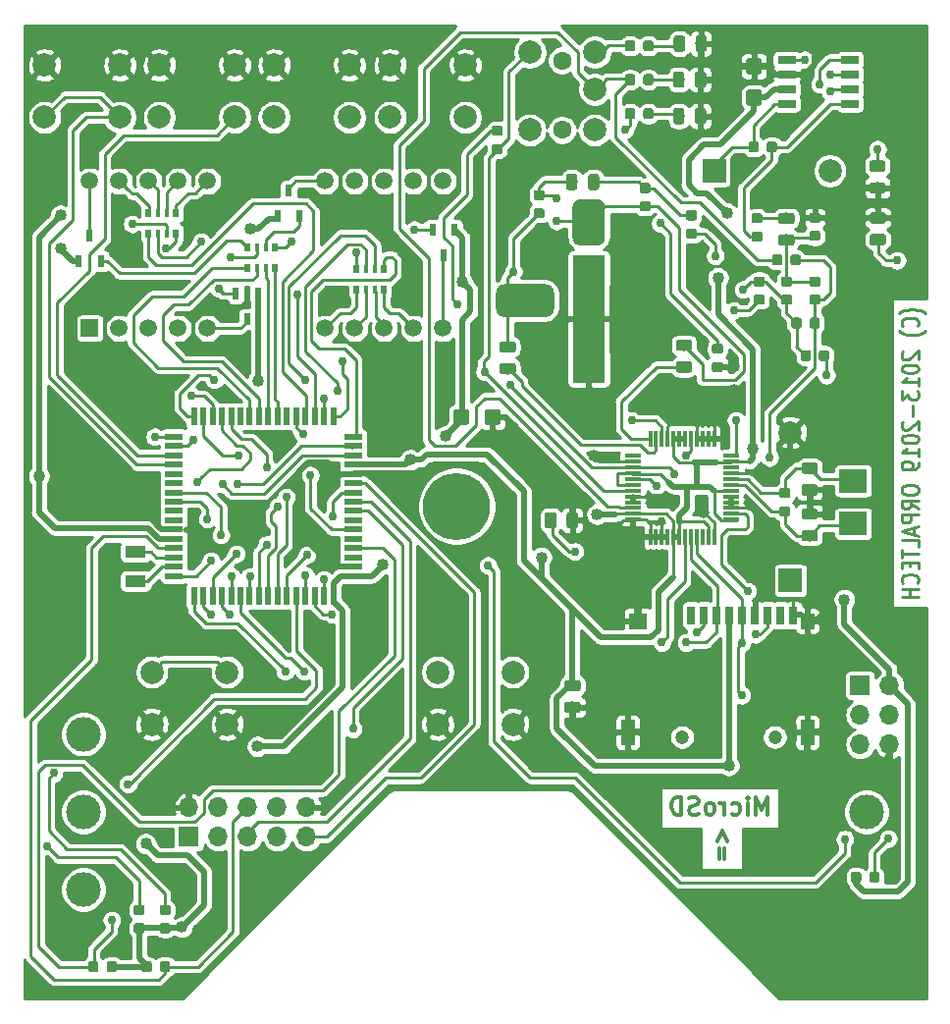
<source format=gbr>
G04 #@! TF.GenerationSoftware,KiCad,Pcbnew,5.1.4-e60b266~84~ubuntu18.04.1*
G04 #@! TF.CreationDate,2019-09-03T22:39:15+03:00*
G04 #@! TF.ProjectId,Dreamstalker-PRO-v1,44726561-6d73-4746-916c-6b65722d5052,v1.0*
G04 #@! TF.SameCoordinates,Original*
G04 #@! TF.FileFunction,Copper,L2,Bot*
G04 #@! TF.FilePolarity,Positive*
%FSLAX46Y46*%
G04 Gerber Fmt 4.6, Leading zero omitted, Abs format (unit mm)*
G04 Created by KiCad (PCBNEW 5.1.4-e60b266~84~ubuntu18.04.1) date 2019-09-03 22:39:15*
%MOMM*%
%LPD*%
G04 APERTURE LIST*
%ADD10C,0.250000*%
%ADD11C,0.300000*%
%ADD12R,1.500000X0.600000*%
%ADD13R,0.600000X1.500000*%
%ADD14C,0.100000*%
%ADD15C,0.975000*%
%ADD16R,1.800000X1.000000*%
%ADD17C,1.200000*%
%ADD18R,1.200000X2.200000*%
%ADD19R,0.700000X1.600000*%
%ADD20R,1.200000X1.400000*%
%ADD21R,1.600000X1.400000*%
%ADD22R,1.550000X0.650000*%
%ADD23R,1.475000X0.300000*%
%ADD24R,0.300000X1.475000*%
%ADD25R,2.400000X2.000000*%
%ADD26C,1.500000*%
%ADD27R,1.500000X1.500000*%
%ADD28C,5.800000*%
%ADD29C,2.000000*%
%ADD30R,2.000000X2.000000*%
%ADD31C,2.800000*%
%ADD32R,2.800000X11.000000*%
%ADD33C,3.000000*%
%ADD34C,0.875000*%
%ADD35C,1.600000*%
%ADD36C,1.350000*%
%ADD37R,1.700000X1.700000*%
%ADD38O,1.700000X1.700000*%
%ADD39R,0.500000X0.800000*%
%ADD40R,0.400000X0.800000*%
%ADD41R,0.600000X1.050000*%
%ADD42C,1.016000*%
%ADD43C,0.762000*%
%ADD44C,0.254000*%
%ADD45C,0.508000*%
G04 APERTURE END LIST*
D10*
X167850000Y-67342857D02*
X167778571Y-67285714D01*
X167564285Y-67171428D01*
X167421428Y-67114285D01*
X167207142Y-67057142D01*
X166850000Y-67000000D01*
X166564285Y-67000000D01*
X166207142Y-67057142D01*
X165992857Y-67114285D01*
X165850000Y-67171428D01*
X165635714Y-67285714D01*
X165564285Y-67342857D01*
X167135714Y-68485714D02*
X167207142Y-68428571D01*
X167278571Y-68257142D01*
X167278571Y-68142857D01*
X167207142Y-67971428D01*
X167064285Y-67857142D01*
X166921428Y-67800000D01*
X166635714Y-67742857D01*
X166421428Y-67742857D01*
X166135714Y-67800000D01*
X165992857Y-67857142D01*
X165850000Y-67971428D01*
X165778571Y-68142857D01*
X165778571Y-68257142D01*
X165850000Y-68428571D01*
X165921428Y-68485714D01*
X167850000Y-68885714D02*
X167778571Y-68942857D01*
X167564285Y-69057142D01*
X167421428Y-69114285D01*
X167207142Y-69171428D01*
X166850000Y-69228571D01*
X166564285Y-69228571D01*
X166207142Y-69171428D01*
X165992857Y-69114285D01*
X165850000Y-69057142D01*
X165635714Y-68942857D01*
X165564285Y-68885714D01*
X165921428Y-70657142D02*
X165850000Y-70714285D01*
X165778571Y-70828571D01*
X165778571Y-71114285D01*
X165850000Y-71228571D01*
X165921428Y-71285714D01*
X166064285Y-71342857D01*
X166207142Y-71342857D01*
X166421428Y-71285714D01*
X167278571Y-70600000D01*
X167278571Y-71342857D01*
X165778571Y-72085714D02*
X165778571Y-72200000D01*
X165850000Y-72314285D01*
X165921428Y-72371428D01*
X166064285Y-72428571D01*
X166350000Y-72485714D01*
X166707142Y-72485714D01*
X166992857Y-72428571D01*
X167135714Y-72371428D01*
X167207142Y-72314285D01*
X167278571Y-72200000D01*
X167278571Y-72085714D01*
X167207142Y-71971428D01*
X167135714Y-71914285D01*
X166992857Y-71857142D01*
X166707142Y-71800000D01*
X166350000Y-71800000D01*
X166064285Y-71857142D01*
X165921428Y-71914285D01*
X165850000Y-71971428D01*
X165778571Y-72085714D01*
X167278571Y-73628571D02*
X167278571Y-72942857D01*
X167278571Y-73285714D02*
X165778571Y-73285714D01*
X165992857Y-73171428D01*
X166135714Y-73057142D01*
X166207142Y-72942857D01*
X165778571Y-74028571D02*
X165778571Y-74771428D01*
X166350000Y-74371428D01*
X166350000Y-74542857D01*
X166421428Y-74657142D01*
X166492857Y-74714285D01*
X166635714Y-74771428D01*
X166992857Y-74771428D01*
X167135714Y-74714285D01*
X167207142Y-74657142D01*
X167278571Y-74542857D01*
X167278571Y-74200000D01*
X167207142Y-74085714D01*
X167135714Y-74028571D01*
X166707142Y-75285714D02*
X166707142Y-76200000D01*
X165921428Y-76714285D02*
X165850000Y-76771428D01*
X165778571Y-76885714D01*
X165778571Y-77171428D01*
X165850000Y-77285714D01*
X165921428Y-77342857D01*
X166064285Y-77400000D01*
X166207142Y-77400000D01*
X166421428Y-77342857D01*
X167278571Y-76657142D01*
X167278571Y-77400000D01*
X165778571Y-78142857D02*
X165778571Y-78257142D01*
X165850000Y-78371428D01*
X165921428Y-78428571D01*
X166064285Y-78485714D01*
X166350000Y-78542857D01*
X166707142Y-78542857D01*
X166992857Y-78485714D01*
X167135714Y-78428571D01*
X167207142Y-78371428D01*
X167278571Y-78257142D01*
X167278571Y-78142857D01*
X167207142Y-78028571D01*
X167135714Y-77971428D01*
X166992857Y-77914285D01*
X166707142Y-77857142D01*
X166350000Y-77857142D01*
X166064285Y-77914285D01*
X165921428Y-77971428D01*
X165850000Y-78028571D01*
X165778571Y-78142857D01*
X167278571Y-79685714D02*
X167278571Y-79000000D01*
X167278571Y-79342857D02*
X165778571Y-79342857D01*
X165992857Y-79228571D01*
X166135714Y-79114285D01*
X166207142Y-79000000D01*
X167278571Y-80257142D02*
X167278571Y-80485714D01*
X167207142Y-80600000D01*
X167135714Y-80657142D01*
X166921428Y-80771428D01*
X166635714Y-80828571D01*
X166064285Y-80828571D01*
X165921428Y-80771428D01*
X165850000Y-80714285D01*
X165778571Y-80600000D01*
X165778571Y-80371428D01*
X165850000Y-80257142D01*
X165921428Y-80200000D01*
X166064285Y-80142857D01*
X166421428Y-80142857D01*
X166564285Y-80200000D01*
X166635714Y-80257142D01*
X166707142Y-80371428D01*
X166707142Y-80600000D01*
X166635714Y-80714285D01*
X166564285Y-80771428D01*
X166421428Y-80828571D01*
X165778571Y-82485714D02*
X165778571Y-82714285D01*
X165850000Y-82828571D01*
X165992857Y-82942857D01*
X166278571Y-83000000D01*
X166778571Y-83000000D01*
X167064285Y-82942857D01*
X167207142Y-82828571D01*
X167278571Y-82714285D01*
X167278571Y-82485714D01*
X167207142Y-82371428D01*
X167064285Y-82257142D01*
X166778571Y-82200000D01*
X166278571Y-82200000D01*
X165992857Y-82257142D01*
X165850000Y-82371428D01*
X165778571Y-82485714D01*
X167278571Y-84200000D02*
X166564285Y-83800000D01*
X167278571Y-83514285D02*
X165778571Y-83514285D01*
X165778571Y-83971428D01*
X165850000Y-84085714D01*
X165921428Y-84142857D01*
X166064285Y-84200000D01*
X166278571Y-84200000D01*
X166421428Y-84142857D01*
X166492857Y-84085714D01*
X166564285Y-83971428D01*
X166564285Y-83514285D01*
X167278571Y-84714285D02*
X165778571Y-84714285D01*
X165778571Y-85171428D01*
X165850000Y-85285714D01*
X165921428Y-85342857D01*
X166064285Y-85400000D01*
X166278571Y-85400000D01*
X166421428Y-85342857D01*
X166492857Y-85285714D01*
X166564285Y-85171428D01*
X166564285Y-84714285D01*
X166850000Y-85857142D02*
X166850000Y-86428571D01*
X167278571Y-85742857D02*
X165778571Y-86142857D01*
X167278571Y-86542857D01*
X167278571Y-87514285D02*
X167278571Y-86942857D01*
X165778571Y-86942857D01*
X165778571Y-87742857D02*
X165778571Y-88428571D01*
X167278571Y-88085714D02*
X165778571Y-88085714D01*
X166492857Y-88828571D02*
X166492857Y-89228571D01*
X167278571Y-89400000D02*
X167278571Y-88828571D01*
X165778571Y-88828571D01*
X165778571Y-89400000D01*
X167135714Y-90600000D02*
X167207142Y-90542857D01*
X167278571Y-90371428D01*
X167278571Y-90257142D01*
X167207142Y-90085714D01*
X167064285Y-89971428D01*
X166921428Y-89914285D01*
X166635714Y-89857142D01*
X166421428Y-89857142D01*
X166135714Y-89914285D01*
X165992857Y-89971428D01*
X165850000Y-90085714D01*
X165778571Y-90257142D01*
X165778571Y-90371428D01*
X165850000Y-90542857D01*
X165921428Y-90600000D01*
X167278571Y-91114285D02*
X165778571Y-91114285D01*
X166492857Y-91114285D02*
X166492857Y-91800000D01*
X167278571Y-91800000D02*
X165778571Y-91800000D01*
D11*
X154207142Y-110578571D02*
X154207142Y-109078571D01*
X153707142Y-110150000D01*
X153207142Y-109078571D01*
X153207142Y-110578571D01*
X152492857Y-110578571D02*
X152492857Y-109578571D01*
X152492857Y-109078571D02*
X152564285Y-109150000D01*
X152492857Y-109221428D01*
X152421428Y-109150000D01*
X152492857Y-109078571D01*
X152492857Y-109221428D01*
X151135714Y-110507142D02*
X151278571Y-110578571D01*
X151564285Y-110578571D01*
X151707142Y-110507142D01*
X151778571Y-110435714D01*
X151850000Y-110292857D01*
X151850000Y-109864285D01*
X151778571Y-109721428D01*
X151707142Y-109650000D01*
X151564285Y-109578571D01*
X151278571Y-109578571D01*
X151135714Y-109650000D01*
X150492857Y-110578571D02*
X150492857Y-109578571D01*
X150492857Y-109864285D02*
X150421428Y-109721428D01*
X150350000Y-109650000D01*
X150207142Y-109578571D01*
X150064285Y-109578571D01*
X149350000Y-110578571D02*
X149492857Y-110507142D01*
X149564285Y-110435714D01*
X149635714Y-110292857D01*
X149635714Y-109864285D01*
X149564285Y-109721428D01*
X149492857Y-109650000D01*
X149350000Y-109578571D01*
X149135714Y-109578571D01*
X148992857Y-109650000D01*
X148921428Y-109721428D01*
X148850000Y-109864285D01*
X148850000Y-110292857D01*
X148921428Y-110435714D01*
X148992857Y-110507142D01*
X149135714Y-110578571D01*
X149350000Y-110578571D01*
X148278571Y-110507142D02*
X148064285Y-110578571D01*
X147707142Y-110578571D01*
X147564285Y-110507142D01*
X147492857Y-110435714D01*
X147421428Y-110292857D01*
X147421428Y-110150000D01*
X147492857Y-110007142D01*
X147564285Y-109935714D01*
X147707142Y-109864285D01*
X147992857Y-109792857D01*
X148135714Y-109721428D01*
X148207142Y-109650000D01*
X148278571Y-109507142D01*
X148278571Y-109364285D01*
X148207142Y-109221428D01*
X148135714Y-109150000D01*
X147992857Y-109078571D01*
X147635714Y-109078571D01*
X147421428Y-109150000D01*
X146778571Y-110578571D02*
X146778571Y-109078571D01*
X146421428Y-109078571D01*
X146207142Y-109150000D01*
X146064285Y-109292857D01*
X145992857Y-109435714D01*
X145921428Y-109721428D01*
X145921428Y-109935714D01*
X145992857Y-110221428D01*
X146064285Y-110364285D01*
X146207142Y-110507142D01*
X146421428Y-110578571D01*
X146778571Y-110578571D01*
X150507142Y-114400000D02*
X150507142Y-113485714D01*
X150078571Y-113485714D02*
X150078571Y-114400000D01*
X150721428Y-112914285D02*
X150292857Y-112000000D01*
X149864285Y-112914285D01*
D12*
X118500000Y-90000000D03*
X118500000Y-89200000D03*
X118500000Y-88400000D03*
X118500000Y-87600000D03*
X118500000Y-86800000D03*
X118500000Y-86000000D03*
X118500000Y-85200000D03*
X118500000Y-84400000D03*
X118500000Y-83600000D03*
X118500000Y-82800000D03*
X118500000Y-82000000D03*
X118500000Y-81200000D03*
X118500000Y-80400000D03*
X118500000Y-79600000D03*
X118500000Y-78800000D03*
X118500000Y-78000000D03*
D13*
X116750000Y-76250000D03*
X115950000Y-76250000D03*
X115150000Y-76250000D03*
X114350000Y-76250000D03*
X113550000Y-76250000D03*
X112750000Y-76250000D03*
X111950000Y-76250000D03*
X111150000Y-76250000D03*
X110350000Y-76250000D03*
X109550000Y-76250000D03*
X108750000Y-76250000D03*
X107950000Y-76250000D03*
X107150000Y-76250000D03*
X106350000Y-76250000D03*
X105550000Y-76250000D03*
X104750000Y-76250000D03*
D12*
X103000000Y-78000000D03*
X103000000Y-78800000D03*
X103000000Y-79600000D03*
X103000000Y-80400000D03*
X103000000Y-81200000D03*
X103000000Y-82000000D03*
X103000000Y-82800000D03*
X103000000Y-83600000D03*
X103000000Y-84400000D03*
X103000000Y-85200000D03*
X103000000Y-86000000D03*
X103000000Y-86800000D03*
X103000000Y-87600000D03*
X103000000Y-88400000D03*
X103000000Y-89200000D03*
X103000000Y-90000000D03*
D13*
X104750000Y-91750000D03*
X105550000Y-91750000D03*
X106350000Y-91750000D03*
X107150000Y-91750000D03*
X107950000Y-91750000D03*
X108750000Y-91750000D03*
X109550000Y-91750000D03*
X110350000Y-91750000D03*
X111150000Y-91750000D03*
X111950000Y-91750000D03*
X112750000Y-91750000D03*
X113550000Y-91750000D03*
X114350000Y-91750000D03*
X115150000Y-91750000D03*
X115950000Y-91750000D03*
X116750000Y-91750000D03*
D14*
G36*
X139475142Y-55331174D02*
G01*
X139498803Y-55334684D01*
X139522007Y-55340496D01*
X139544529Y-55348554D01*
X139566153Y-55358782D01*
X139586670Y-55371079D01*
X139605883Y-55385329D01*
X139623607Y-55401393D01*
X139639671Y-55419117D01*
X139653921Y-55438330D01*
X139666218Y-55458847D01*
X139676446Y-55480471D01*
X139684504Y-55502993D01*
X139690316Y-55526197D01*
X139693826Y-55549858D01*
X139695000Y-55573750D01*
X139695000Y-56486250D01*
X139693826Y-56510142D01*
X139690316Y-56533803D01*
X139684504Y-56557007D01*
X139676446Y-56579529D01*
X139666218Y-56601153D01*
X139653921Y-56621670D01*
X139639671Y-56640883D01*
X139623607Y-56658607D01*
X139605883Y-56674671D01*
X139586670Y-56688921D01*
X139566153Y-56701218D01*
X139544529Y-56711446D01*
X139522007Y-56719504D01*
X139498803Y-56725316D01*
X139475142Y-56728826D01*
X139451250Y-56730000D01*
X138963750Y-56730000D01*
X138939858Y-56728826D01*
X138916197Y-56725316D01*
X138892993Y-56719504D01*
X138870471Y-56711446D01*
X138848847Y-56701218D01*
X138828330Y-56688921D01*
X138809117Y-56674671D01*
X138791393Y-56658607D01*
X138775329Y-56640883D01*
X138761079Y-56621670D01*
X138748782Y-56601153D01*
X138738554Y-56579529D01*
X138730496Y-56557007D01*
X138724684Y-56533803D01*
X138721174Y-56510142D01*
X138720000Y-56486250D01*
X138720000Y-55573750D01*
X138721174Y-55549858D01*
X138724684Y-55526197D01*
X138730496Y-55502993D01*
X138738554Y-55480471D01*
X138748782Y-55458847D01*
X138761079Y-55438330D01*
X138775329Y-55419117D01*
X138791393Y-55401393D01*
X138809117Y-55385329D01*
X138828330Y-55371079D01*
X138848847Y-55358782D01*
X138870471Y-55348554D01*
X138892993Y-55340496D01*
X138916197Y-55334684D01*
X138939858Y-55331174D01*
X138963750Y-55330000D01*
X139451250Y-55330000D01*
X139475142Y-55331174D01*
X139475142Y-55331174D01*
G37*
D15*
X139207500Y-56030000D03*
D14*
G36*
X137600142Y-55331174D02*
G01*
X137623803Y-55334684D01*
X137647007Y-55340496D01*
X137669529Y-55348554D01*
X137691153Y-55358782D01*
X137711670Y-55371079D01*
X137730883Y-55385329D01*
X137748607Y-55401393D01*
X137764671Y-55419117D01*
X137778921Y-55438330D01*
X137791218Y-55458847D01*
X137801446Y-55480471D01*
X137809504Y-55502993D01*
X137815316Y-55526197D01*
X137818826Y-55549858D01*
X137820000Y-55573750D01*
X137820000Y-56486250D01*
X137818826Y-56510142D01*
X137815316Y-56533803D01*
X137809504Y-56557007D01*
X137801446Y-56579529D01*
X137791218Y-56601153D01*
X137778921Y-56621670D01*
X137764671Y-56640883D01*
X137748607Y-56658607D01*
X137730883Y-56674671D01*
X137711670Y-56688921D01*
X137691153Y-56701218D01*
X137669529Y-56711446D01*
X137647007Y-56719504D01*
X137623803Y-56725316D01*
X137600142Y-56728826D01*
X137576250Y-56730000D01*
X137088750Y-56730000D01*
X137064858Y-56728826D01*
X137041197Y-56725316D01*
X137017993Y-56719504D01*
X136995471Y-56711446D01*
X136973847Y-56701218D01*
X136953330Y-56688921D01*
X136934117Y-56674671D01*
X136916393Y-56658607D01*
X136900329Y-56640883D01*
X136886079Y-56621670D01*
X136873782Y-56601153D01*
X136863554Y-56579529D01*
X136855496Y-56557007D01*
X136849684Y-56533803D01*
X136846174Y-56510142D01*
X136845000Y-56486250D01*
X136845000Y-55573750D01*
X136846174Y-55549858D01*
X136849684Y-55526197D01*
X136855496Y-55502993D01*
X136863554Y-55480471D01*
X136873782Y-55458847D01*
X136886079Y-55438330D01*
X136900329Y-55419117D01*
X136916393Y-55401393D01*
X136934117Y-55385329D01*
X136953330Y-55371079D01*
X136973847Y-55358782D01*
X136995471Y-55348554D01*
X137017993Y-55340496D01*
X137041197Y-55334684D01*
X137064858Y-55331174D01*
X137088750Y-55330000D01*
X137576250Y-55330000D01*
X137600142Y-55331174D01*
X137600142Y-55331174D01*
G37*
D15*
X137332500Y-56030000D03*
D14*
G36*
X164210142Y-58646174D02*
G01*
X164233803Y-58649684D01*
X164257007Y-58655496D01*
X164279529Y-58663554D01*
X164301153Y-58673782D01*
X164321670Y-58686079D01*
X164340883Y-58700329D01*
X164358607Y-58716393D01*
X164374671Y-58734117D01*
X164388921Y-58753330D01*
X164401218Y-58773847D01*
X164411446Y-58795471D01*
X164419504Y-58817993D01*
X164425316Y-58841197D01*
X164428826Y-58864858D01*
X164430000Y-58888750D01*
X164430000Y-59376250D01*
X164428826Y-59400142D01*
X164425316Y-59423803D01*
X164419504Y-59447007D01*
X164411446Y-59469529D01*
X164401218Y-59491153D01*
X164388921Y-59511670D01*
X164374671Y-59530883D01*
X164358607Y-59548607D01*
X164340883Y-59564671D01*
X164321670Y-59578921D01*
X164301153Y-59591218D01*
X164279529Y-59601446D01*
X164257007Y-59609504D01*
X164233803Y-59615316D01*
X164210142Y-59618826D01*
X164186250Y-59620000D01*
X163273750Y-59620000D01*
X163249858Y-59618826D01*
X163226197Y-59615316D01*
X163202993Y-59609504D01*
X163180471Y-59601446D01*
X163158847Y-59591218D01*
X163138330Y-59578921D01*
X163119117Y-59564671D01*
X163101393Y-59548607D01*
X163085329Y-59530883D01*
X163071079Y-59511670D01*
X163058782Y-59491153D01*
X163048554Y-59469529D01*
X163040496Y-59447007D01*
X163034684Y-59423803D01*
X163031174Y-59400142D01*
X163030000Y-59376250D01*
X163030000Y-58888750D01*
X163031174Y-58864858D01*
X163034684Y-58841197D01*
X163040496Y-58817993D01*
X163048554Y-58795471D01*
X163058782Y-58773847D01*
X163071079Y-58753330D01*
X163085329Y-58734117D01*
X163101393Y-58716393D01*
X163119117Y-58700329D01*
X163138330Y-58686079D01*
X163158847Y-58673782D01*
X163180471Y-58663554D01*
X163202993Y-58655496D01*
X163226197Y-58649684D01*
X163249858Y-58646174D01*
X163273750Y-58645000D01*
X164186250Y-58645000D01*
X164210142Y-58646174D01*
X164210142Y-58646174D01*
G37*
D15*
X163730000Y-59132500D03*
D14*
G36*
X164210142Y-60521174D02*
G01*
X164233803Y-60524684D01*
X164257007Y-60530496D01*
X164279529Y-60538554D01*
X164301153Y-60548782D01*
X164321670Y-60561079D01*
X164340883Y-60575329D01*
X164358607Y-60591393D01*
X164374671Y-60609117D01*
X164388921Y-60628330D01*
X164401218Y-60648847D01*
X164411446Y-60670471D01*
X164419504Y-60692993D01*
X164425316Y-60716197D01*
X164428826Y-60739858D01*
X164430000Y-60763750D01*
X164430000Y-61251250D01*
X164428826Y-61275142D01*
X164425316Y-61298803D01*
X164419504Y-61322007D01*
X164411446Y-61344529D01*
X164401218Y-61366153D01*
X164388921Y-61386670D01*
X164374671Y-61405883D01*
X164358607Y-61423607D01*
X164340883Y-61439671D01*
X164321670Y-61453921D01*
X164301153Y-61466218D01*
X164279529Y-61476446D01*
X164257007Y-61484504D01*
X164233803Y-61490316D01*
X164210142Y-61493826D01*
X164186250Y-61495000D01*
X163273750Y-61495000D01*
X163249858Y-61493826D01*
X163226197Y-61490316D01*
X163202993Y-61484504D01*
X163180471Y-61476446D01*
X163158847Y-61466218D01*
X163138330Y-61453921D01*
X163119117Y-61439671D01*
X163101393Y-61423607D01*
X163085329Y-61405883D01*
X163071079Y-61386670D01*
X163058782Y-61366153D01*
X163048554Y-61344529D01*
X163040496Y-61322007D01*
X163034684Y-61298803D01*
X163031174Y-61275142D01*
X163030000Y-61251250D01*
X163030000Y-60763750D01*
X163031174Y-60739858D01*
X163034684Y-60716197D01*
X163040496Y-60692993D01*
X163048554Y-60670471D01*
X163058782Y-60648847D01*
X163071079Y-60628330D01*
X163085329Y-60609117D01*
X163101393Y-60591393D01*
X163119117Y-60575329D01*
X163138330Y-60561079D01*
X163158847Y-60548782D01*
X163180471Y-60538554D01*
X163202993Y-60530496D01*
X163226197Y-60524684D01*
X163249858Y-60521174D01*
X163273750Y-60520000D01*
X164186250Y-60520000D01*
X164210142Y-60521174D01*
X164210142Y-60521174D01*
G37*
D15*
X163730000Y-61007500D03*
D16*
X99700000Y-87950000D03*
X99700000Y-90450000D03*
D17*
X146850000Y-103900000D03*
X154850000Y-103900000D03*
D18*
X142150000Y-103500000D03*
X157650000Y-103500000D03*
D19*
X156450000Y-93400000D03*
X155350000Y-93400000D03*
X154250000Y-93400000D03*
X153150000Y-93400000D03*
X152050000Y-93400000D03*
X150950000Y-93400000D03*
X149850000Y-93400000D03*
X148750000Y-93400000D03*
X147650000Y-93400000D03*
D20*
X157650000Y-93900000D03*
D21*
X143050000Y-93900000D03*
D22*
X155875000Y-45495000D03*
X155875000Y-46765000D03*
X155875000Y-48035000D03*
X155875000Y-49305000D03*
X161325000Y-49305000D03*
X161325000Y-48035000D03*
X161325000Y-46765000D03*
X161325000Y-45495000D03*
D23*
X142612000Y-79650000D03*
X142612000Y-80150000D03*
X142612000Y-80650000D03*
X142612000Y-81150000D03*
X142612000Y-81650000D03*
X142612000Y-82150000D03*
X142612000Y-82650000D03*
X142612000Y-83150000D03*
X142612000Y-83650000D03*
X142612000Y-84150000D03*
X142612000Y-84650000D03*
X142612000Y-85150000D03*
D24*
X144100000Y-86638000D03*
X144600000Y-86638000D03*
X145100000Y-86638000D03*
X145600000Y-86638000D03*
X146100000Y-86638000D03*
X146600000Y-86638000D03*
X147100000Y-86638000D03*
X147600000Y-86638000D03*
X148100000Y-86638000D03*
X148600000Y-86638000D03*
X149100000Y-86638000D03*
X149600000Y-86638000D03*
D23*
X151088000Y-85150000D03*
X151088000Y-84650000D03*
X151088000Y-84150000D03*
X151088000Y-83650000D03*
X151088000Y-83150000D03*
X151088000Y-82650000D03*
X151088000Y-82150000D03*
X151088000Y-81650000D03*
X151088000Y-81150000D03*
X151088000Y-80650000D03*
X151088000Y-80150000D03*
X151088000Y-79650000D03*
D24*
X149600000Y-78162000D03*
X149100000Y-78162000D03*
X148600000Y-78162000D03*
X148100000Y-78162000D03*
X147600000Y-78162000D03*
X147100000Y-78162000D03*
X146600000Y-78162000D03*
X146100000Y-78162000D03*
X145600000Y-78162000D03*
X145100000Y-78162000D03*
X144600000Y-78162000D03*
X144100000Y-78162000D03*
D25*
X161600000Y-81800000D03*
X161600000Y-85500000D03*
D26*
X95750000Y-55950000D03*
X98290000Y-55950000D03*
X100830000Y-55950000D03*
X103370000Y-55950000D03*
X105910000Y-55950000D03*
X116070000Y-55950000D03*
X118610000Y-55950000D03*
X121150000Y-55950000D03*
X123690000Y-55950000D03*
X126230000Y-55950000D03*
X126230000Y-68650000D03*
X123690000Y-68650000D03*
X121150000Y-68650000D03*
X118610000Y-68650000D03*
X116070000Y-68650000D03*
X105910000Y-68650000D03*
X103370000Y-68650000D03*
X100830000Y-68650000D03*
X98290000Y-68650000D03*
D27*
X95750000Y-68650000D03*
D28*
X127400000Y-84000000D03*
D29*
X156200000Y-77650000D03*
D30*
X156200000Y-90400000D03*
D14*
G36*
X139568612Y-57503371D02*
G01*
X139636563Y-57513450D01*
X139703199Y-57530142D01*
X139767878Y-57553284D01*
X139829978Y-57582655D01*
X139888899Y-57617971D01*
X139944075Y-57658893D01*
X139994975Y-57705025D01*
X140041107Y-57755925D01*
X140082029Y-57811101D01*
X140117345Y-57870022D01*
X140146716Y-57932122D01*
X140169858Y-57996801D01*
X140186550Y-58063437D01*
X140196629Y-58131388D01*
X140200000Y-58200000D01*
X140200000Y-60800000D01*
X140196629Y-60868612D01*
X140186550Y-60936563D01*
X140169858Y-61003199D01*
X140146716Y-61067878D01*
X140117345Y-61129978D01*
X140082029Y-61188899D01*
X140041107Y-61244075D01*
X139994975Y-61294975D01*
X139944075Y-61341107D01*
X139888899Y-61382029D01*
X139829978Y-61417345D01*
X139767878Y-61446716D01*
X139703199Y-61469858D01*
X139636563Y-61486550D01*
X139568612Y-61496629D01*
X139500000Y-61500000D01*
X138100000Y-61500000D01*
X138031388Y-61496629D01*
X137963437Y-61486550D01*
X137896801Y-61469858D01*
X137832122Y-61446716D01*
X137770022Y-61417345D01*
X137711101Y-61382029D01*
X137655925Y-61341107D01*
X137605025Y-61294975D01*
X137558893Y-61244075D01*
X137517971Y-61188899D01*
X137482655Y-61129978D01*
X137453284Y-61067878D01*
X137430142Y-61003199D01*
X137413450Y-60936563D01*
X137403371Y-60868612D01*
X137400000Y-60800000D01*
X137400000Y-58200000D01*
X137403371Y-58131388D01*
X137413450Y-58063437D01*
X137430142Y-57996801D01*
X137453284Y-57932122D01*
X137482655Y-57870022D01*
X137517971Y-57811101D01*
X137558893Y-57755925D01*
X137605025Y-57705025D01*
X137655925Y-57658893D01*
X137711101Y-57617971D01*
X137770022Y-57582655D01*
X137832122Y-57553284D01*
X137896801Y-57530142D01*
X137963437Y-57513450D01*
X138031388Y-57503371D01*
X138100000Y-57500000D01*
X139500000Y-57500000D01*
X139568612Y-57503371D01*
X139568612Y-57503371D01*
G37*
D31*
X138800000Y-59500000D03*
D14*
G36*
X135168612Y-64853371D02*
G01*
X135236563Y-64863450D01*
X135303199Y-64880142D01*
X135367878Y-64903284D01*
X135429978Y-64932655D01*
X135488899Y-64967971D01*
X135544075Y-65008893D01*
X135594975Y-65055025D01*
X135641107Y-65105925D01*
X135682029Y-65161101D01*
X135717345Y-65220022D01*
X135746716Y-65282122D01*
X135769858Y-65346801D01*
X135786550Y-65413437D01*
X135796629Y-65481388D01*
X135800000Y-65550000D01*
X135800000Y-66950000D01*
X135796629Y-67018612D01*
X135786550Y-67086563D01*
X135769858Y-67153199D01*
X135746716Y-67217878D01*
X135717345Y-67279978D01*
X135682029Y-67338899D01*
X135641107Y-67394075D01*
X135594975Y-67444975D01*
X135544075Y-67491107D01*
X135488899Y-67532029D01*
X135429978Y-67567345D01*
X135367878Y-67596716D01*
X135303199Y-67619858D01*
X135236563Y-67636550D01*
X135168612Y-67646629D01*
X135100000Y-67650000D01*
X131500000Y-67650000D01*
X131431388Y-67646629D01*
X131363437Y-67636550D01*
X131296801Y-67619858D01*
X131232122Y-67596716D01*
X131170022Y-67567345D01*
X131111101Y-67532029D01*
X131055925Y-67491107D01*
X131005025Y-67444975D01*
X130958893Y-67394075D01*
X130917971Y-67338899D01*
X130882655Y-67279978D01*
X130853284Y-67217878D01*
X130830142Y-67153199D01*
X130813450Y-67086563D01*
X130803371Y-67018612D01*
X130800000Y-66950000D01*
X130800000Y-65550000D01*
X130803371Y-65481388D01*
X130813450Y-65413437D01*
X130830142Y-65346801D01*
X130853284Y-65282122D01*
X130882655Y-65220022D01*
X130917971Y-65161101D01*
X130958893Y-65105925D01*
X131005025Y-65055025D01*
X131055925Y-65008893D01*
X131111101Y-64967971D01*
X131170022Y-64932655D01*
X131232122Y-64903284D01*
X131296801Y-64880142D01*
X131363437Y-64863450D01*
X131431388Y-64853371D01*
X131500000Y-64850000D01*
X135100000Y-64850000D01*
X135168612Y-64853371D01*
X135168612Y-64853371D01*
G37*
D31*
X133300000Y-66250000D03*
D32*
X138800000Y-67850000D03*
D33*
X95200000Y-103650000D03*
X95200000Y-110350000D03*
X95200000Y-117050000D03*
X162750000Y-110350000D03*
D14*
G36*
X148705142Y-49651174D02*
G01*
X148728803Y-49654684D01*
X148752007Y-49660496D01*
X148774529Y-49668554D01*
X148796153Y-49678782D01*
X148816670Y-49691079D01*
X148835883Y-49705329D01*
X148853607Y-49721393D01*
X148869671Y-49739117D01*
X148883921Y-49758330D01*
X148896218Y-49778847D01*
X148906446Y-49800471D01*
X148914504Y-49822993D01*
X148920316Y-49846197D01*
X148923826Y-49869858D01*
X148925000Y-49893750D01*
X148925000Y-50806250D01*
X148923826Y-50830142D01*
X148920316Y-50853803D01*
X148914504Y-50877007D01*
X148906446Y-50899529D01*
X148896218Y-50921153D01*
X148883921Y-50941670D01*
X148869671Y-50960883D01*
X148853607Y-50978607D01*
X148835883Y-50994671D01*
X148816670Y-51008921D01*
X148796153Y-51021218D01*
X148774529Y-51031446D01*
X148752007Y-51039504D01*
X148728803Y-51045316D01*
X148705142Y-51048826D01*
X148681250Y-51050000D01*
X148193750Y-51050000D01*
X148169858Y-51048826D01*
X148146197Y-51045316D01*
X148122993Y-51039504D01*
X148100471Y-51031446D01*
X148078847Y-51021218D01*
X148058330Y-51008921D01*
X148039117Y-50994671D01*
X148021393Y-50978607D01*
X148005329Y-50960883D01*
X147991079Y-50941670D01*
X147978782Y-50921153D01*
X147968554Y-50899529D01*
X147960496Y-50877007D01*
X147954684Y-50853803D01*
X147951174Y-50830142D01*
X147950000Y-50806250D01*
X147950000Y-49893750D01*
X147951174Y-49869858D01*
X147954684Y-49846197D01*
X147960496Y-49822993D01*
X147968554Y-49800471D01*
X147978782Y-49778847D01*
X147991079Y-49758330D01*
X148005329Y-49739117D01*
X148021393Y-49721393D01*
X148039117Y-49705329D01*
X148058330Y-49691079D01*
X148078847Y-49678782D01*
X148100471Y-49668554D01*
X148122993Y-49660496D01*
X148146197Y-49654684D01*
X148169858Y-49651174D01*
X148193750Y-49650000D01*
X148681250Y-49650000D01*
X148705142Y-49651174D01*
X148705142Y-49651174D01*
G37*
D15*
X148437500Y-50350000D03*
D14*
G36*
X146830142Y-49651174D02*
G01*
X146853803Y-49654684D01*
X146877007Y-49660496D01*
X146899529Y-49668554D01*
X146921153Y-49678782D01*
X146941670Y-49691079D01*
X146960883Y-49705329D01*
X146978607Y-49721393D01*
X146994671Y-49739117D01*
X147008921Y-49758330D01*
X147021218Y-49778847D01*
X147031446Y-49800471D01*
X147039504Y-49822993D01*
X147045316Y-49846197D01*
X147048826Y-49869858D01*
X147050000Y-49893750D01*
X147050000Y-50806250D01*
X147048826Y-50830142D01*
X147045316Y-50853803D01*
X147039504Y-50877007D01*
X147031446Y-50899529D01*
X147021218Y-50921153D01*
X147008921Y-50941670D01*
X146994671Y-50960883D01*
X146978607Y-50978607D01*
X146960883Y-50994671D01*
X146941670Y-51008921D01*
X146921153Y-51021218D01*
X146899529Y-51031446D01*
X146877007Y-51039504D01*
X146853803Y-51045316D01*
X146830142Y-51048826D01*
X146806250Y-51050000D01*
X146318750Y-51050000D01*
X146294858Y-51048826D01*
X146271197Y-51045316D01*
X146247993Y-51039504D01*
X146225471Y-51031446D01*
X146203847Y-51021218D01*
X146183330Y-51008921D01*
X146164117Y-50994671D01*
X146146393Y-50978607D01*
X146130329Y-50960883D01*
X146116079Y-50941670D01*
X146103782Y-50921153D01*
X146093554Y-50899529D01*
X146085496Y-50877007D01*
X146079684Y-50853803D01*
X146076174Y-50830142D01*
X146075000Y-50806250D01*
X146075000Y-49893750D01*
X146076174Y-49869858D01*
X146079684Y-49846197D01*
X146085496Y-49822993D01*
X146093554Y-49800471D01*
X146103782Y-49778847D01*
X146116079Y-49758330D01*
X146130329Y-49739117D01*
X146146393Y-49721393D01*
X146164117Y-49705329D01*
X146183330Y-49691079D01*
X146203847Y-49678782D01*
X146225471Y-49668554D01*
X146247993Y-49660496D01*
X146271197Y-49654684D01*
X146294858Y-49651174D01*
X146318750Y-49650000D01*
X146806250Y-49650000D01*
X146830142Y-49651174D01*
X146830142Y-49651174D01*
G37*
D15*
X146562500Y-50350000D03*
D14*
G36*
X144177691Y-49676053D02*
G01*
X144198926Y-49679203D01*
X144219750Y-49684419D01*
X144239962Y-49691651D01*
X144259368Y-49700830D01*
X144277781Y-49711866D01*
X144295024Y-49724654D01*
X144310930Y-49739070D01*
X144325346Y-49754976D01*
X144338134Y-49772219D01*
X144349170Y-49790632D01*
X144358349Y-49810038D01*
X144365581Y-49830250D01*
X144370797Y-49851074D01*
X144373947Y-49872309D01*
X144375000Y-49893750D01*
X144375000Y-50406250D01*
X144373947Y-50427691D01*
X144370797Y-50448926D01*
X144365581Y-50469750D01*
X144358349Y-50489962D01*
X144349170Y-50509368D01*
X144338134Y-50527781D01*
X144325346Y-50545024D01*
X144310930Y-50560930D01*
X144295024Y-50575346D01*
X144277781Y-50588134D01*
X144259368Y-50599170D01*
X144239962Y-50608349D01*
X144219750Y-50615581D01*
X144198926Y-50620797D01*
X144177691Y-50623947D01*
X144156250Y-50625000D01*
X143718750Y-50625000D01*
X143697309Y-50623947D01*
X143676074Y-50620797D01*
X143655250Y-50615581D01*
X143635038Y-50608349D01*
X143615632Y-50599170D01*
X143597219Y-50588134D01*
X143579976Y-50575346D01*
X143564070Y-50560930D01*
X143549654Y-50545024D01*
X143536866Y-50527781D01*
X143525830Y-50509368D01*
X143516651Y-50489962D01*
X143509419Y-50469750D01*
X143504203Y-50448926D01*
X143501053Y-50427691D01*
X143500000Y-50406250D01*
X143500000Y-49893750D01*
X143501053Y-49872309D01*
X143504203Y-49851074D01*
X143509419Y-49830250D01*
X143516651Y-49810038D01*
X143525830Y-49790632D01*
X143536866Y-49772219D01*
X143549654Y-49754976D01*
X143564070Y-49739070D01*
X143579976Y-49724654D01*
X143597219Y-49711866D01*
X143615632Y-49700830D01*
X143635038Y-49691651D01*
X143655250Y-49684419D01*
X143676074Y-49679203D01*
X143697309Y-49676053D01*
X143718750Y-49675000D01*
X144156250Y-49675000D01*
X144177691Y-49676053D01*
X144177691Y-49676053D01*
G37*
D34*
X143937500Y-50150000D03*
D14*
G36*
X142602691Y-49676053D02*
G01*
X142623926Y-49679203D01*
X142644750Y-49684419D01*
X142664962Y-49691651D01*
X142684368Y-49700830D01*
X142702781Y-49711866D01*
X142720024Y-49724654D01*
X142735930Y-49739070D01*
X142750346Y-49754976D01*
X142763134Y-49772219D01*
X142774170Y-49790632D01*
X142783349Y-49810038D01*
X142790581Y-49830250D01*
X142795797Y-49851074D01*
X142798947Y-49872309D01*
X142800000Y-49893750D01*
X142800000Y-50406250D01*
X142798947Y-50427691D01*
X142795797Y-50448926D01*
X142790581Y-50469750D01*
X142783349Y-50489962D01*
X142774170Y-50509368D01*
X142763134Y-50527781D01*
X142750346Y-50545024D01*
X142735930Y-50560930D01*
X142720024Y-50575346D01*
X142702781Y-50588134D01*
X142684368Y-50599170D01*
X142664962Y-50608349D01*
X142644750Y-50615581D01*
X142623926Y-50620797D01*
X142602691Y-50623947D01*
X142581250Y-50625000D01*
X142143750Y-50625000D01*
X142122309Y-50623947D01*
X142101074Y-50620797D01*
X142080250Y-50615581D01*
X142060038Y-50608349D01*
X142040632Y-50599170D01*
X142022219Y-50588134D01*
X142004976Y-50575346D01*
X141989070Y-50560930D01*
X141974654Y-50545024D01*
X141961866Y-50527781D01*
X141950830Y-50509368D01*
X141941651Y-50489962D01*
X141934419Y-50469750D01*
X141929203Y-50448926D01*
X141926053Y-50427691D01*
X141925000Y-50406250D01*
X141925000Y-49893750D01*
X141926053Y-49872309D01*
X141929203Y-49851074D01*
X141934419Y-49830250D01*
X141941651Y-49810038D01*
X141950830Y-49790632D01*
X141961866Y-49772219D01*
X141974654Y-49754976D01*
X141989070Y-49739070D01*
X142004976Y-49724654D01*
X142022219Y-49711866D01*
X142040632Y-49700830D01*
X142060038Y-49691651D01*
X142080250Y-49684419D01*
X142101074Y-49679203D01*
X142122309Y-49676053D01*
X142143750Y-49675000D01*
X142581250Y-49675000D01*
X142602691Y-49676053D01*
X142602691Y-49676053D01*
G37*
D34*
X142362500Y-50150000D03*
D14*
G36*
X146880142Y-43401174D02*
G01*
X146903803Y-43404684D01*
X146927007Y-43410496D01*
X146949529Y-43418554D01*
X146971153Y-43428782D01*
X146991670Y-43441079D01*
X147010883Y-43455329D01*
X147028607Y-43471393D01*
X147044671Y-43489117D01*
X147058921Y-43508330D01*
X147071218Y-43528847D01*
X147081446Y-43550471D01*
X147089504Y-43572993D01*
X147095316Y-43596197D01*
X147098826Y-43619858D01*
X147100000Y-43643750D01*
X147100000Y-44556250D01*
X147098826Y-44580142D01*
X147095316Y-44603803D01*
X147089504Y-44627007D01*
X147081446Y-44649529D01*
X147071218Y-44671153D01*
X147058921Y-44691670D01*
X147044671Y-44710883D01*
X147028607Y-44728607D01*
X147010883Y-44744671D01*
X146991670Y-44758921D01*
X146971153Y-44771218D01*
X146949529Y-44781446D01*
X146927007Y-44789504D01*
X146903803Y-44795316D01*
X146880142Y-44798826D01*
X146856250Y-44800000D01*
X146368750Y-44800000D01*
X146344858Y-44798826D01*
X146321197Y-44795316D01*
X146297993Y-44789504D01*
X146275471Y-44781446D01*
X146253847Y-44771218D01*
X146233330Y-44758921D01*
X146214117Y-44744671D01*
X146196393Y-44728607D01*
X146180329Y-44710883D01*
X146166079Y-44691670D01*
X146153782Y-44671153D01*
X146143554Y-44649529D01*
X146135496Y-44627007D01*
X146129684Y-44603803D01*
X146126174Y-44580142D01*
X146125000Y-44556250D01*
X146125000Y-43643750D01*
X146126174Y-43619858D01*
X146129684Y-43596197D01*
X146135496Y-43572993D01*
X146143554Y-43550471D01*
X146153782Y-43528847D01*
X146166079Y-43508330D01*
X146180329Y-43489117D01*
X146196393Y-43471393D01*
X146214117Y-43455329D01*
X146233330Y-43441079D01*
X146253847Y-43428782D01*
X146275471Y-43418554D01*
X146297993Y-43410496D01*
X146321197Y-43404684D01*
X146344858Y-43401174D01*
X146368750Y-43400000D01*
X146856250Y-43400000D01*
X146880142Y-43401174D01*
X146880142Y-43401174D01*
G37*
D15*
X146612500Y-44100000D03*
D14*
G36*
X148755142Y-43401174D02*
G01*
X148778803Y-43404684D01*
X148802007Y-43410496D01*
X148824529Y-43418554D01*
X148846153Y-43428782D01*
X148866670Y-43441079D01*
X148885883Y-43455329D01*
X148903607Y-43471393D01*
X148919671Y-43489117D01*
X148933921Y-43508330D01*
X148946218Y-43528847D01*
X148956446Y-43550471D01*
X148964504Y-43572993D01*
X148970316Y-43596197D01*
X148973826Y-43619858D01*
X148975000Y-43643750D01*
X148975000Y-44556250D01*
X148973826Y-44580142D01*
X148970316Y-44603803D01*
X148964504Y-44627007D01*
X148956446Y-44649529D01*
X148946218Y-44671153D01*
X148933921Y-44691670D01*
X148919671Y-44710883D01*
X148903607Y-44728607D01*
X148885883Y-44744671D01*
X148866670Y-44758921D01*
X148846153Y-44771218D01*
X148824529Y-44781446D01*
X148802007Y-44789504D01*
X148778803Y-44795316D01*
X148755142Y-44798826D01*
X148731250Y-44800000D01*
X148243750Y-44800000D01*
X148219858Y-44798826D01*
X148196197Y-44795316D01*
X148172993Y-44789504D01*
X148150471Y-44781446D01*
X148128847Y-44771218D01*
X148108330Y-44758921D01*
X148089117Y-44744671D01*
X148071393Y-44728607D01*
X148055329Y-44710883D01*
X148041079Y-44691670D01*
X148028782Y-44671153D01*
X148018554Y-44649529D01*
X148010496Y-44627007D01*
X148004684Y-44603803D01*
X148001174Y-44580142D01*
X148000000Y-44556250D01*
X148000000Y-43643750D01*
X148001174Y-43619858D01*
X148004684Y-43596197D01*
X148010496Y-43572993D01*
X148018554Y-43550471D01*
X148028782Y-43528847D01*
X148041079Y-43508330D01*
X148055329Y-43489117D01*
X148071393Y-43471393D01*
X148089117Y-43455329D01*
X148108330Y-43441079D01*
X148128847Y-43428782D01*
X148150471Y-43418554D01*
X148172993Y-43410496D01*
X148196197Y-43404684D01*
X148219858Y-43401174D01*
X148243750Y-43400000D01*
X148731250Y-43400000D01*
X148755142Y-43401174D01*
X148755142Y-43401174D01*
G37*
D15*
X148487500Y-44100000D03*
D14*
G36*
X148705142Y-46501174D02*
G01*
X148728803Y-46504684D01*
X148752007Y-46510496D01*
X148774529Y-46518554D01*
X148796153Y-46528782D01*
X148816670Y-46541079D01*
X148835883Y-46555329D01*
X148853607Y-46571393D01*
X148869671Y-46589117D01*
X148883921Y-46608330D01*
X148896218Y-46628847D01*
X148906446Y-46650471D01*
X148914504Y-46672993D01*
X148920316Y-46696197D01*
X148923826Y-46719858D01*
X148925000Y-46743750D01*
X148925000Y-47656250D01*
X148923826Y-47680142D01*
X148920316Y-47703803D01*
X148914504Y-47727007D01*
X148906446Y-47749529D01*
X148896218Y-47771153D01*
X148883921Y-47791670D01*
X148869671Y-47810883D01*
X148853607Y-47828607D01*
X148835883Y-47844671D01*
X148816670Y-47858921D01*
X148796153Y-47871218D01*
X148774529Y-47881446D01*
X148752007Y-47889504D01*
X148728803Y-47895316D01*
X148705142Y-47898826D01*
X148681250Y-47900000D01*
X148193750Y-47900000D01*
X148169858Y-47898826D01*
X148146197Y-47895316D01*
X148122993Y-47889504D01*
X148100471Y-47881446D01*
X148078847Y-47871218D01*
X148058330Y-47858921D01*
X148039117Y-47844671D01*
X148021393Y-47828607D01*
X148005329Y-47810883D01*
X147991079Y-47791670D01*
X147978782Y-47771153D01*
X147968554Y-47749529D01*
X147960496Y-47727007D01*
X147954684Y-47703803D01*
X147951174Y-47680142D01*
X147950000Y-47656250D01*
X147950000Y-46743750D01*
X147951174Y-46719858D01*
X147954684Y-46696197D01*
X147960496Y-46672993D01*
X147968554Y-46650471D01*
X147978782Y-46628847D01*
X147991079Y-46608330D01*
X148005329Y-46589117D01*
X148021393Y-46571393D01*
X148039117Y-46555329D01*
X148058330Y-46541079D01*
X148078847Y-46528782D01*
X148100471Y-46518554D01*
X148122993Y-46510496D01*
X148146197Y-46504684D01*
X148169858Y-46501174D01*
X148193750Y-46500000D01*
X148681250Y-46500000D01*
X148705142Y-46501174D01*
X148705142Y-46501174D01*
G37*
D15*
X148437500Y-47200000D03*
D14*
G36*
X146830142Y-46501174D02*
G01*
X146853803Y-46504684D01*
X146877007Y-46510496D01*
X146899529Y-46518554D01*
X146921153Y-46528782D01*
X146941670Y-46541079D01*
X146960883Y-46555329D01*
X146978607Y-46571393D01*
X146994671Y-46589117D01*
X147008921Y-46608330D01*
X147021218Y-46628847D01*
X147031446Y-46650471D01*
X147039504Y-46672993D01*
X147045316Y-46696197D01*
X147048826Y-46719858D01*
X147050000Y-46743750D01*
X147050000Y-47656250D01*
X147048826Y-47680142D01*
X147045316Y-47703803D01*
X147039504Y-47727007D01*
X147031446Y-47749529D01*
X147021218Y-47771153D01*
X147008921Y-47791670D01*
X146994671Y-47810883D01*
X146978607Y-47828607D01*
X146960883Y-47844671D01*
X146941670Y-47858921D01*
X146921153Y-47871218D01*
X146899529Y-47881446D01*
X146877007Y-47889504D01*
X146853803Y-47895316D01*
X146830142Y-47898826D01*
X146806250Y-47900000D01*
X146318750Y-47900000D01*
X146294858Y-47898826D01*
X146271197Y-47895316D01*
X146247993Y-47889504D01*
X146225471Y-47881446D01*
X146203847Y-47871218D01*
X146183330Y-47858921D01*
X146164117Y-47844671D01*
X146146393Y-47828607D01*
X146130329Y-47810883D01*
X146116079Y-47791670D01*
X146103782Y-47771153D01*
X146093554Y-47749529D01*
X146085496Y-47727007D01*
X146079684Y-47703803D01*
X146076174Y-47680142D01*
X146075000Y-47656250D01*
X146075000Y-46743750D01*
X146076174Y-46719858D01*
X146079684Y-46696197D01*
X146085496Y-46672993D01*
X146093554Y-46650471D01*
X146103782Y-46628847D01*
X146116079Y-46608330D01*
X146130329Y-46589117D01*
X146146393Y-46571393D01*
X146164117Y-46555329D01*
X146183330Y-46541079D01*
X146203847Y-46528782D01*
X146225471Y-46518554D01*
X146247993Y-46510496D01*
X146271197Y-46504684D01*
X146294858Y-46501174D01*
X146318750Y-46500000D01*
X146806250Y-46500000D01*
X146830142Y-46501174D01*
X146830142Y-46501174D01*
G37*
D15*
X146562500Y-47200000D03*
D14*
G36*
X142602691Y-46726053D02*
G01*
X142623926Y-46729203D01*
X142644750Y-46734419D01*
X142664962Y-46741651D01*
X142684368Y-46750830D01*
X142702781Y-46761866D01*
X142720024Y-46774654D01*
X142735930Y-46789070D01*
X142750346Y-46804976D01*
X142763134Y-46822219D01*
X142774170Y-46840632D01*
X142783349Y-46860038D01*
X142790581Y-46880250D01*
X142795797Y-46901074D01*
X142798947Y-46922309D01*
X142800000Y-46943750D01*
X142800000Y-47456250D01*
X142798947Y-47477691D01*
X142795797Y-47498926D01*
X142790581Y-47519750D01*
X142783349Y-47539962D01*
X142774170Y-47559368D01*
X142763134Y-47577781D01*
X142750346Y-47595024D01*
X142735930Y-47610930D01*
X142720024Y-47625346D01*
X142702781Y-47638134D01*
X142684368Y-47649170D01*
X142664962Y-47658349D01*
X142644750Y-47665581D01*
X142623926Y-47670797D01*
X142602691Y-47673947D01*
X142581250Y-47675000D01*
X142143750Y-47675000D01*
X142122309Y-47673947D01*
X142101074Y-47670797D01*
X142080250Y-47665581D01*
X142060038Y-47658349D01*
X142040632Y-47649170D01*
X142022219Y-47638134D01*
X142004976Y-47625346D01*
X141989070Y-47610930D01*
X141974654Y-47595024D01*
X141961866Y-47577781D01*
X141950830Y-47559368D01*
X141941651Y-47539962D01*
X141934419Y-47519750D01*
X141929203Y-47498926D01*
X141926053Y-47477691D01*
X141925000Y-47456250D01*
X141925000Y-46943750D01*
X141926053Y-46922309D01*
X141929203Y-46901074D01*
X141934419Y-46880250D01*
X141941651Y-46860038D01*
X141950830Y-46840632D01*
X141961866Y-46822219D01*
X141974654Y-46804976D01*
X141989070Y-46789070D01*
X142004976Y-46774654D01*
X142022219Y-46761866D01*
X142040632Y-46750830D01*
X142060038Y-46741651D01*
X142080250Y-46734419D01*
X142101074Y-46729203D01*
X142122309Y-46726053D01*
X142143750Y-46725000D01*
X142581250Y-46725000D01*
X142602691Y-46726053D01*
X142602691Y-46726053D01*
G37*
D34*
X142362500Y-47200000D03*
D14*
G36*
X144177691Y-46726053D02*
G01*
X144198926Y-46729203D01*
X144219750Y-46734419D01*
X144239962Y-46741651D01*
X144259368Y-46750830D01*
X144277781Y-46761866D01*
X144295024Y-46774654D01*
X144310930Y-46789070D01*
X144325346Y-46804976D01*
X144338134Y-46822219D01*
X144349170Y-46840632D01*
X144358349Y-46860038D01*
X144365581Y-46880250D01*
X144370797Y-46901074D01*
X144373947Y-46922309D01*
X144375000Y-46943750D01*
X144375000Y-47456250D01*
X144373947Y-47477691D01*
X144370797Y-47498926D01*
X144365581Y-47519750D01*
X144358349Y-47539962D01*
X144349170Y-47559368D01*
X144338134Y-47577781D01*
X144325346Y-47595024D01*
X144310930Y-47610930D01*
X144295024Y-47625346D01*
X144277781Y-47638134D01*
X144259368Y-47649170D01*
X144239962Y-47658349D01*
X144219750Y-47665581D01*
X144198926Y-47670797D01*
X144177691Y-47673947D01*
X144156250Y-47675000D01*
X143718750Y-47675000D01*
X143697309Y-47673947D01*
X143676074Y-47670797D01*
X143655250Y-47665581D01*
X143635038Y-47658349D01*
X143615632Y-47649170D01*
X143597219Y-47638134D01*
X143579976Y-47625346D01*
X143564070Y-47610930D01*
X143549654Y-47595024D01*
X143536866Y-47577781D01*
X143525830Y-47559368D01*
X143516651Y-47539962D01*
X143509419Y-47519750D01*
X143504203Y-47498926D01*
X143501053Y-47477691D01*
X143500000Y-47456250D01*
X143500000Y-46943750D01*
X143501053Y-46922309D01*
X143504203Y-46901074D01*
X143509419Y-46880250D01*
X143516651Y-46860038D01*
X143525830Y-46840632D01*
X143536866Y-46822219D01*
X143549654Y-46804976D01*
X143564070Y-46789070D01*
X143579976Y-46774654D01*
X143597219Y-46761866D01*
X143615632Y-46750830D01*
X143635038Y-46741651D01*
X143655250Y-46734419D01*
X143676074Y-46729203D01*
X143697309Y-46726053D01*
X143718750Y-46725000D01*
X144156250Y-46725000D01*
X144177691Y-46726053D01*
X144177691Y-46726053D01*
G37*
D34*
X143937500Y-47200000D03*
D14*
G36*
X144177691Y-43826053D02*
G01*
X144198926Y-43829203D01*
X144219750Y-43834419D01*
X144239962Y-43841651D01*
X144259368Y-43850830D01*
X144277781Y-43861866D01*
X144295024Y-43874654D01*
X144310930Y-43889070D01*
X144325346Y-43904976D01*
X144338134Y-43922219D01*
X144349170Y-43940632D01*
X144358349Y-43960038D01*
X144365581Y-43980250D01*
X144370797Y-44001074D01*
X144373947Y-44022309D01*
X144375000Y-44043750D01*
X144375000Y-44556250D01*
X144373947Y-44577691D01*
X144370797Y-44598926D01*
X144365581Y-44619750D01*
X144358349Y-44639962D01*
X144349170Y-44659368D01*
X144338134Y-44677781D01*
X144325346Y-44695024D01*
X144310930Y-44710930D01*
X144295024Y-44725346D01*
X144277781Y-44738134D01*
X144259368Y-44749170D01*
X144239962Y-44758349D01*
X144219750Y-44765581D01*
X144198926Y-44770797D01*
X144177691Y-44773947D01*
X144156250Y-44775000D01*
X143718750Y-44775000D01*
X143697309Y-44773947D01*
X143676074Y-44770797D01*
X143655250Y-44765581D01*
X143635038Y-44758349D01*
X143615632Y-44749170D01*
X143597219Y-44738134D01*
X143579976Y-44725346D01*
X143564070Y-44710930D01*
X143549654Y-44695024D01*
X143536866Y-44677781D01*
X143525830Y-44659368D01*
X143516651Y-44639962D01*
X143509419Y-44619750D01*
X143504203Y-44598926D01*
X143501053Y-44577691D01*
X143500000Y-44556250D01*
X143500000Y-44043750D01*
X143501053Y-44022309D01*
X143504203Y-44001074D01*
X143509419Y-43980250D01*
X143516651Y-43960038D01*
X143525830Y-43940632D01*
X143536866Y-43922219D01*
X143549654Y-43904976D01*
X143564070Y-43889070D01*
X143579976Y-43874654D01*
X143597219Y-43861866D01*
X143615632Y-43850830D01*
X143635038Y-43841651D01*
X143655250Y-43834419D01*
X143676074Y-43829203D01*
X143697309Y-43826053D01*
X143718750Y-43825000D01*
X144156250Y-43825000D01*
X144177691Y-43826053D01*
X144177691Y-43826053D01*
G37*
D34*
X143937500Y-44300000D03*
D14*
G36*
X142602691Y-43826053D02*
G01*
X142623926Y-43829203D01*
X142644750Y-43834419D01*
X142664962Y-43841651D01*
X142684368Y-43850830D01*
X142702781Y-43861866D01*
X142720024Y-43874654D01*
X142735930Y-43889070D01*
X142750346Y-43904976D01*
X142763134Y-43922219D01*
X142774170Y-43940632D01*
X142783349Y-43960038D01*
X142790581Y-43980250D01*
X142795797Y-44001074D01*
X142798947Y-44022309D01*
X142800000Y-44043750D01*
X142800000Y-44556250D01*
X142798947Y-44577691D01*
X142795797Y-44598926D01*
X142790581Y-44619750D01*
X142783349Y-44639962D01*
X142774170Y-44659368D01*
X142763134Y-44677781D01*
X142750346Y-44695024D01*
X142735930Y-44710930D01*
X142720024Y-44725346D01*
X142702781Y-44738134D01*
X142684368Y-44749170D01*
X142664962Y-44758349D01*
X142644750Y-44765581D01*
X142623926Y-44770797D01*
X142602691Y-44773947D01*
X142581250Y-44775000D01*
X142143750Y-44775000D01*
X142122309Y-44773947D01*
X142101074Y-44770797D01*
X142080250Y-44765581D01*
X142060038Y-44758349D01*
X142040632Y-44749170D01*
X142022219Y-44738134D01*
X142004976Y-44725346D01*
X141989070Y-44710930D01*
X141974654Y-44695024D01*
X141961866Y-44677781D01*
X141950830Y-44659368D01*
X141941651Y-44639962D01*
X141934419Y-44619750D01*
X141929203Y-44598926D01*
X141926053Y-44577691D01*
X141925000Y-44556250D01*
X141925000Y-44043750D01*
X141926053Y-44022309D01*
X141929203Y-44001074D01*
X141934419Y-43980250D01*
X141941651Y-43960038D01*
X141950830Y-43940632D01*
X141961866Y-43922219D01*
X141974654Y-43904976D01*
X141989070Y-43889070D01*
X142004976Y-43874654D01*
X142022219Y-43861866D01*
X142040632Y-43850830D01*
X142060038Y-43841651D01*
X142080250Y-43834419D01*
X142101074Y-43829203D01*
X142122309Y-43826053D01*
X142143750Y-43825000D01*
X142581250Y-43825000D01*
X142602691Y-43826053D01*
X142602691Y-43826053D01*
G37*
D34*
X142362500Y-44300000D03*
D35*
X136500000Y-45550000D03*
X136500000Y-51550000D03*
D29*
X133700000Y-51550000D03*
X133700000Y-44850000D03*
X139300000Y-51550000D03*
X139300000Y-48050000D03*
X139300000Y-44850000D03*
D14*
G36*
X153499505Y-48051204D02*
G01*
X153523773Y-48054804D01*
X153547572Y-48060765D01*
X153570671Y-48069030D01*
X153592850Y-48079520D01*
X153613893Y-48092132D01*
X153633599Y-48106747D01*
X153651777Y-48123223D01*
X153668253Y-48141401D01*
X153682868Y-48161107D01*
X153695480Y-48182150D01*
X153705970Y-48204329D01*
X153714235Y-48227428D01*
X153720196Y-48251227D01*
X153723796Y-48275495D01*
X153725000Y-48299999D01*
X153725000Y-49200001D01*
X153723796Y-49224505D01*
X153720196Y-49248773D01*
X153714235Y-49272572D01*
X153705970Y-49295671D01*
X153695480Y-49317850D01*
X153682868Y-49338893D01*
X153668253Y-49358599D01*
X153651777Y-49376777D01*
X153633599Y-49393253D01*
X153613893Y-49407868D01*
X153592850Y-49420480D01*
X153570671Y-49430970D01*
X153547572Y-49439235D01*
X153523773Y-49445196D01*
X153499505Y-49448796D01*
X153475001Y-49450000D01*
X152624999Y-49450000D01*
X152600495Y-49448796D01*
X152576227Y-49445196D01*
X152552428Y-49439235D01*
X152529329Y-49430970D01*
X152507150Y-49420480D01*
X152486107Y-49407868D01*
X152466401Y-49393253D01*
X152448223Y-49376777D01*
X152431747Y-49358599D01*
X152417132Y-49338893D01*
X152404520Y-49317850D01*
X152394030Y-49295671D01*
X152385765Y-49272572D01*
X152379804Y-49248773D01*
X152376204Y-49224505D01*
X152375000Y-49200001D01*
X152375000Y-48299999D01*
X152376204Y-48275495D01*
X152379804Y-48251227D01*
X152385765Y-48227428D01*
X152394030Y-48204329D01*
X152404520Y-48182150D01*
X152417132Y-48161107D01*
X152431747Y-48141401D01*
X152448223Y-48123223D01*
X152466401Y-48106747D01*
X152486107Y-48092132D01*
X152507150Y-48079520D01*
X152529329Y-48069030D01*
X152552428Y-48060765D01*
X152576227Y-48054804D01*
X152600495Y-48051204D01*
X152624999Y-48050000D01*
X153475001Y-48050000D01*
X153499505Y-48051204D01*
X153499505Y-48051204D01*
G37*
D36*
X153050000Y-48750000D03*
D14*
G36*
X153499505Y-45351204D02*
G01*
X153523773Y-45354804D01*
X153547572Y-45360765D01*
X153570671Y-45369030D01*
X153592850Y-45379520D01*
X153613893Y-45392132D01*
X153633599Y-45406747D01*
X153651777Y-45423223D01*
X153668253Y-45441401D01*
X153682868Y-45461107D01*
X153695480Y-45482150D01*
X153705970Y-45504329D01*
X153714235Y-45527428D01*
X153720196Y-45551227D01*
X153723796Y-45575495D01*
X153725000Y-45599999D01*
X153725000Y-46500001D01*
X153723796Y-46524505D01*
X153720196Y-46548773D01*
X153714235Y-46572572D01*
X153705970Y-46595671D01*
X153695480Y-46617850D01*
X153682868Y-46638893D01*
X153668253Y-46658599D01*
X153651777Y-46676777D01*
X153633599Y-46693253D01*
X153613893Y-46707868D01*
X153592850Y-46720480D01*
X153570671Y-46730970D01*
X153547572Y-46739235D01*
X153523773Y-46745196D01*
X153499505Y-46748796D01*
X153475001Y-46750000D01*
X152624999Y-46750000D01*
X152600495Y-46748796D01*
X152576227Y-46745196D01*
X152552428Y-46739235D01*
X152529329Y-46730970D01*
X152507150Y-46720480D01*
X152486107Y-46707868D01*
X152466401Y-46693253D01*
X152448223Y-46676777D01*
X152431747Y-46658599D01*
X152417132Y-46638893D01*
X152404520Y-46617850D01*
X152394030Y-46595671D01*
X152385765Y-46572572D01*
X152379804Y-46548773D01*
X152376204Y-46524505D01*
X152375000Y-46500001D01*
X152375000Y-45599999D01*
X152376204Y-45575495D01*
X152379804Y-45551227D01*
X152385765Y-45527428D01*
X152394030Y-45504329D01*
X152404520Y-45482150D01*
X152417132Y-45461107D01*
X152431747Y-45441401D01*
X152448223Y-45423223D01*
X152466401Y-45406747D01*
X152486107Y-45392132D01*
X152507150Y-45379520D01*
X152529329Y-45369030D01*
X152552428Y-45360765D01*
X152576227Y-45354804D01*
X152600495Y-45351204D01*
X152624999Y-45350000D01*
X153475001Y-45350000D01*
X153499505Y-45351204D01*
X153499505Y-45351204D01*
G37*
D36*
X153050000Y-46050000D03*
D29*
X101750000Y-50450000D03*
X101750000Y-45950000D03*
X108250000Y-50450000D03*
X108250000Y-45950000D03*
X107600000Y-98300000D03*
X107600000Y-102800000D03*
X101100000Y-98300000D03*
X101100000Y-102800000D03*
X132250000Y-98300000D03*
X132250000Y-102800000D03*
X125750000Y-98300000D03*
X125750000Y-102800000D03*
X121650000Y-50450000D03*
X121650000Y-45950000D03*
X128150000Y-50450000D03*
X128150000Y-45950000D03*
X111650000Y-50450000D03*
X111650000Y-45950000D03*
X118150000Y-50450000D03*
X118150000Y-45950000D03*
X91850000Y-50450000D03*
X91850000Y-45950000D03*
X98350000Y-50450000D03*
X98350000Y-45950000D03*
X159600000Y-55050000D03*
D30*
X149600000Y-55050000D03*
D14*
G36*
X128274505Y-75626204D02*
G01*
X128298773Y-75629804D01*
X128322572Y-75635765D01*
X128345671Y-75644030D01*
X128367850Y-75654520D01*
X128388893Y-75667132D01*
X128408599Y-75681747D01*
X128426777Y-75698223D01*
X128443253Y-75716401D01*
X128457868Y-75736107D01*
X128470480Y-75757150D01*
X128480970Y-75779329D01*
X128489235Y-75802428D01*
X128495196Y-75826227D01*
X128498796Y-75850495D01*
X128500000Y-75874999D01*
X128500000Y-76725001D01*
X128498796Y-76749505D01*
X128495196Y-76773773D01*
X128489235Y-76797572D01*
X128480970Y-76820671D01*
X128470480Y-76842850D01*
X128457868Y-76863893D01*
X128443253Y-76883599D01*
X128426777Y-76901777D01*
X128408599Y-76918253D01*
X128388893Y-76932868D01*
X128367850Y-76945480D01*
X128345671Y-76955970D01*
X128322572Y-76964235D01*
X128298773Y-76970196D01*
X128274505Y-76973796D01*
X128250001Y-76975000D01*
X127349999Y-76975000D01*
X127325495Y-76973796D01*
X127301227Y-76970196D01*
X127277428Y-76964235D01*
X127254329Y-76955970D01*
X127232150Y-76945480D01*
X127211107Y-76932868D01*
X127191401Y-76918253D01*
X127173223Y-76901777D01*
X127156747Y-76883599D01*
X127142132Y-76863893D01*
X127129520Y-76842850D01*
X127119030Y-76820671D01*
X127110765Y-76797572D01*
X127104804Y-76773773D01*
X127101204Y-76749505D01*
X127100000Y-76725001D01*
X127100000Y-75874999D01*
X127101204Y-75850495D01*
X127104804Y-75826227D01*
X127110765Y-75802428D01*
X127119030Y-75779329D01*
X127129520Y-75757150D01*
X127142132Y-75736107D01*
X127156747Y-75716401D01*
X127173223Y-75698223D01*
X127191401Y-75681747D01*
X127211107Y-75667132D01*
X127232150Y-75654520D01*
X127254329Y-75644030D01*
X127277428Y-75635765D01*
X127301227Y-75629804D01*
X127325495Y-75626204D01*
X127349999Y-75625000D01*
X128250001Y-75625000D01*
X128274505Y-75626204D01*
X128274505Y-75626204D01*
G37*
D36*
X127800000Y-76300000D03*
D14*
G36*
X130974505Y-75626204D02*
G01*
X130998773Y-75629804D01*
X131022572Y-75635765D01*
X131045671Y-75644030D01*
X131067850Y-75654520D01*
X131088893Y-75667132D01*
X131108599Y-75681747D01*
X131126777Y-75698223D01*
X131143253Y-75716401D01*
X131157868Y-75736107D01*
X131170480Y-75757150D01*
X131180970Y-75779329D01*
X131189235Y-75802428D01*
X131195196Y-75826227D01*
X131198796Y-75850495D01*
X131200000Y-75874999D01*
X131200000Y-76725001D01*
X131198796Y-76749505D01*
X131195196Y-76773773D01*
X131189235Y-76797572D01*
X131180970Y-76820671D01*
X131170480Y-76842850D01*
X131157868Y-76863893D01*
X131143253Y-76883599D01*
X131126777Y-76901777D01*
X131108599Y-76918253D01*
X131088893Y-76932868D01*
X131067850Y-76945480D01*
X131045671Y-76955970D01*
X131022572Y-76964235D01*
X130998773Y-76970196D01*
X130974505Y-76973796D01*
X130950001Y-76975000D01*
X130049999Y-76975000D01*
X130025495Y-76973796D01*
X130001227Y-76970196D01*
X129977428Y-76964235D01*
X129954329Y-76955970D01*
X129932150Y-76945480D01*
X129911107Y-76932868D01*
X129891401Y-76918253D01*
X129873223Y-76901777D01*
X129856747Y-76883599D01*
X129842132Y-76863893D01*
X129829520Y-76842850D01*
X129819030Y-76820671D01*
X129810765Y-76797572D01*
X129804804Y-76773773D01*
X129801204Y-76749505D01*
X129800000Y-76725001D01*
X129800000Y-75874999D01*
X129801204Y-75850495D01*
X129804804Y-75826227D01*
X129810765Y-75802428D01*
X129819030Y-75779329D01*
X129829520Y-75757150D01*
X129842132Y-75736107D01*
X129856747Y-75716401D01*
X129873223Y-75698223D01*
X129891401Y-75681747D01*
X129911107Y-75667132D01*
X129932150Y-75654520D01*
X129954329Y-75644030D01*
X129977428Y-75635765D01*
X130001227Y-75629804D01*
X130025495Y-75626204D01*
X130049999Y-75625000D01*
X130950001Y-75625000D01*
X130974505Y-75626204D01*
X130974505Y-75626204D01*
G37*
D36*
X130500000Y-76300000D03*
D14*
G36*
X156330142Y-60551174D02*
G01*
X156353803Y-60554684D01*
X156377007Y-60560496D01*
X156399529Y-60568554D01*
X156421153Y-60578782D01*
X156441670Y-60591079D01*
X156460883Y-60605329D01*
X156478607Y-60621393D01*
X156494671Y-60639117D01*
X156508921Y-60658330D01*
X156521218Y-60678847D01*
X156531446Y-60700471D01*
X156539504Y-60722993D01*
X156545316Y-60746197D01*
X156548826Y-60769858D01*
X156550000Y-60793750D01*
X156550000Y-61281250D01*
X156548826Y-61305142D01*
X156545316Y-61328803D01*
X156539504Y-61352007D01*
X156531446Y-61374529D01*
X156521218Y-61396153D01*
X156508921Y-61416670D01*
X156494671Y-61435883D01*
X156478607Y-61453607D01*
X156460883Y-61469671D01*
X156441670Y-61483921D01*
X156421153Y-61496218D01*
X156399529Y-61506446D01*
X156377007Y-61514504D01*
X156353803Y-61520316D01*
X156330142Y-61523826D01*
X156306250Y-61525000D01*
X155393750Y-61525000D01*
X155369858Y-61523826D01*
X155346197Y-61520316D01*
X155322993Y-61514504D01*
X155300471Y-61506446D01*
X155278847Y-61496218D01*
X155258330Y-61483921D01*
X155239117Y-61469671D01*
X155221393Y-61453607D01*
X155205329Y-61435883D01*
X155191079Y-61416670D01*
X155178782Y-61396153D01*
X155168554Y-61374529D01*
X155160496Y-61352007D01*
X155154684Y-61328803D01*
X155151174Y-61305142D01*
X155150000Y-61281250D01*
X155150000Y-60793750D01*
X155151174Y-60769858D01*
X155154684Y-60746197D01*
X155160496Y-60722993D01*
X155168554Y-60700471D01*
X155178782Y-60678847D01*
X155191079Y-60658330D01*
X155205329Y-60639117D01*
X155221393Y-60621393D01*
X155239117Y-60605329D01*
X155258330Y-60591079D01*
X155278847Y-60578782D01*
X155300471Y-60568554D01*
X155322993Y-60560496D01*
X155346197Y-60554684D01*
X155369858Y-60551174D01*
X155393750Y-60550000D01*
X156306250Y-60550000D01*
X156330142Y-60551174D01*
X156330142Y-60551174D01*
G37*
D15*
X155850000Y-61037500D03*
D14*
G36*
X156330142Y-58676174D02*
G01*
X156353803Y-58679684D01*
X156377007Y-58685496D01*
X156399529Y-58693554D01*
X156421153Y-58703782D01*
X156441670Y-58716079D01*
X156460883Y-58730329D01*
X156478607Y-58746393D01*
X156494671Y-58764117D01*
X156508921Y-58783330D01*
X156521218Y-58803847D01*
X156531446Y-58825471D01*
X156539504Y-58847993D01*
X156545316Y-58871197D01*
X156548826Y-58894858D01*
X156550000Y-58918750D01*
X156550000Y-59406250D01*
X156548826Y-59430142D01*
X156545316Y-59453803D01*
X156539504Y-59477007D01*
X156531446Y-59499529D01*
X156521218Y-59521153D01*
X156508921Y-59541670D01*
X156494671Y-59560883D01*
X156478607Y-59578607D01*
X156460883Y-59594671D01*
X156441670Y-59608921D01*
X156421153Y-59621218D01*
X156399529Y-59631446D01*
X156377007Y-59639504D01*
X156353803Y-59645316D01*
X156330142Y-59648826D01*
X156306250Y-59650000D01*
X155393750Y-59650000D01*
X155369858Y-59648826D01*
X155346197Y-59645316D01*
X155322993Y-59639504D01*
X155300471Y-59631446D01*
X155278847Y-59621218D01*
X155258330Y-59608921D01*
X155239117Y-59594671D01*
X155221393Y-59578607D01*
X155205329Y-59560883D01*
X155191079Y-59541670D01*
X155178782Y-59521153D01*
X155168554Y-59499529D01*
X155160496Y-59477007D01*
X155154684Y-59453803D01*
X155151174Y-59430142D01*
X155150000Y-59406250D01*
X155150000Y-58918750D01*
X155151174Y-58894858D01*
X155154684Y-58871197D01*
X155160496Y-58847993D01*
X155168554Y-58825471D01*
X155178782Y-58803847D01*
X155191079Y-58783330D01*
X155205329Y-58764117D01*
X155221393Y-58746393D01*
X155239117Y-58730329D01*
X155258330Y-58716079D01*
X155278847Y-58703782D01*
X155300471Y-58693554D01*
X155322993Y-58685496D01*
X155346197Y-58679684D01*
X155369858Y-58676174D01*
X155393750Y-58675000D01*
X156306250Y-58675000D01*
X156330142Y-58676174D01*
X156330142Y-58676174D01*
G37*
D15*
X155850000Y-59162500D03*
D14*
G36*
X137880142Y-100851174D02*
G01*
X137903803Y-100854684D01*
X137927007Y-100860496D01*
X137949529Y-100868554D01*
X137971153Y-100878782D01*
X137991670Y-100891079D01*
X138010883Y-100905329D01*
X138028607Y-100921393D01*
X138044671Y-100939117D01*
X138058921Y-100958330D01*
X138071218Y-100978847D01*
X138081446Y-101000471D01*
X138089504Y-101022993D01*
X138095316Y-101046197D01*
X138098826Y-101069858D01*
X138100000Y-101093750D01*
X138100000Y-101581250D01*
X138098826Y-101605142D01*
X138095316Y-101628803D01*
X138089504Y-101652007D01*
X138081446Y-101674529D01*
X138071218Y-101696153D01*
X138058921Y-101716670D01*
X138044671Y-101735883D01*
X138028607Y-101753607D01*
X138010883Y-101769671D01*
X137991670Y-101783921D01*
X137971153Y-101796218D01*
X137949529Y-101806446D01*
X137927007Y-101814504D01*
X137903803Y-101820316D01*
X137880142Y-101823826D01*
X137856250Y-101825000D01*
X136943750Y-101825000D01*
X136919858Y-101823826D01*
X136896197Y-101820316D01*
X136872993Y-101814504D01*
X136850471Y-101806446D01*
X136828847Y-101796218D01*
X136808330Y-101783921D01*
X136789117Y-101769671D01*
X136771393Y-101753607D01*
X136755329Y-101735883D01*
X136741079Y-101716670D01*
X136728782Y-101696153D01*
X136718554Y-101674529D01*
X136710496Y-101652007D01*
X136704684Y-101628803D01*
X136701174Y-101605142D01*
X136700000Y-101581250D01*
X136700000Y-101093750D01*
X136701174Y-101069858D01*
X136704684Y-101046197D01*
X136710496Y-101022993D01*
X136718554Y-101000471D01*
X136728782Y-100978847D01*
X136741079Y-100958330D01*
X136755329Y-100939117D01*
X136771393Y-100921393D01*
X136789117Y-100905329D01*
X136808330Y-100891079D01*
X136828847Y-100878782D01*
X136850471Y-100868554D01*
X136872993Y-100860496D01*
X136896197Y-100854684D01*
X136919858Y-100851174D01*
X136943750Y-100850000D01*
X137856250Y-100850000D01*
X137880142Y-100851174D01*
X137880142Y-100851174D01*
G37*
D15*
X137400000Y-101337500D03*
D14*
G36*
X137880142Y-98976174D02*
G01*
X137903803Y-98979684D01*
X137927007Y-98985496D01*
X137949529Y-98993554D01*
X137971153Y-99003782D01*
X137991670Y-99016079D01*
X138010883Y-99030329D01*
X138028607Y-99046393D01*
X138044671Y-99064117D01*
X138058921Y-99083330D01*
X138071218Y-99103847D01*
X138081446Y-99125471D01*
X138089504Y-99147993D01*
X138095316Y-99171197D01*
X138098826Y-99194858D01*
X138100000Y-99218750D01*
X138100000Y-99706250D01*
X138098826Y-99730142D01*
X138095316Y-99753803D01*
X138089504Y-99777007D01*
X138081446Y-99799529D01*
X138071218Y-99821153D01*
X138058921Y-99841670D01*
X138044671Y-99860883D01*
X138028607Y-99878607D01*
X138010883Y-99894671D01*
X137991670Y-99908921D01*
X137971153Y-99921218D01*
X137949529Y-99931446D01*
X137927007Y-99939504D01*
X137903803Y-99945316D01*
X137880142Y-99948826D01*
X137856250Y-99950000D01*
X136943750Y-99950000D01*
X136919858Y-99948826D01*
X136896197Y-99945316D01*
X136872993Y-99939504D01*
X136850471Y-99931446D01*
X136828847Y-99921218D01*
X136808330Y-99908921D01*
X136789117Y-99894671D01*
X136771393Y-99878607D01*
X136755329Y-99860883D01*
X136741079Y-99841670D01*
X136728782Y-99821153D01*
X136718554Y-99799529D01*
X136710496Y-99777007D01*
X136704684Y-99753803D01*
X136701174Y-99730142D01*
X136700000Y-99706250D01*
X136700000Y-99218750D01*
X136701174Y-99194858D01*
X136704684Y-99171197D01*
X136710496Y-99147993D01*
X136718554Y-99125471D01*
X136728782Y-99103847D01*
X136741079Y-99083330D01*
X136755329Y-99064117D01*
X136771393Y-99046393D01*
X136789117Y-99030329D01*
X136808330Y-99016079D01*
X136828847Y-99003782D01*
X136850471Y-98993554D01*
X136872993Y-98985496D01*
X136896197Y-98979684D01*
X136919858Y-98976174D01*
X136943750Y-98975000D01*
X137856250Y-98975000D01*
X137880142Y-98976174D01*
X137880142Y-98976174D01*
G37*
D15*
X137400000Y-99462500D03*
D14*
G36*
X164180142Y-54176174D02*
G01*
X164203803Y-54179684D01*
X164227007Y-54185496D01*
X164249529Y-54193554D01*
X164271153Y-54203782D01*
X164291670Y-54216079D01*
X164310883Y-54230329D01*
X164328607Y-54246393D01*
X164344671Y-54264117D01*
X164358921Y-54283330D01*
X164371218Y-54303847D01*
X164381446Y-54325471D01*
X164389504Y-54347993D01*
X164395316Y-54371197D01*
X164398826Y-54394858D01*
X164400000Y-54418750D01*
X164400000Y-54906250D01*
X164398826Y-54930142D01*
X164395316Y-54953803D01*
X164389504Y-54977007D01*
X164381446Y-54999529D01*
X164371218Y-55021153D01*
X164358921Y-55041670D01*
X164344671Y-55060883D01*
X164328607Y-55078607D01*
X164310883Y-55094671D01*
X164291670Y-55108921D01*
X164271153Y-55121218D01*
X164249529Y-55131446D01*
X164227007Y-55139504D01*
X164203803Y-55145316D01*
X164180142Y-55148826D01*
X164156250Y-55150000D01*
X163243750Y-55150000D01*
X163219858Y-55148826D01*
X163196197Y-55145316D01*
X163172993Y-55139504D01*
X163150471Y-55131446D01*
X163128847Y-55121218D01*
X163108330Y-55108921D01*
X163089117Y-55094671D01*
X163071393Y-55078607D01*
X163055329Y-55060883D01*
X163041079Y-55041670D01*
X163028782Y-55021153D01*
X163018554Y-54999529D01*
X163010496Y-54977007D01*
X163004684Y-54953803D01*
X163001174Y-54930142D01*
X163000000Y-54906250D01*
X163000000Y-54418750D01*
X163001174Y-54394858D01*
X163004684Y-54371197D01*
X163010496Y-54347993D01*
X163018554Y-54325471D01*
X163028782Y-54303847D01*
X163041079Y-54283330D01*
X163055329Y-54264117D01*
X163071393Y-54246393D01*
X163089117Y-54230329D01*
X163108330Y-54216079D01*
X163128847Y-54203782D01*
X163150471Y-54193554D01*
X163172993Y-54185496D01*
X163196197Y-54179684D01*
X163219858Y-54176174D01*
X163243750Y-54175000D01*
X164156250Y-54175000D01*
X164180142Y-54176174D01*
X164180142Y-54176174D01*
G37*
D15*
X163700000Y-54662500D03*
D14*
G36*
X164180142Y-56051174D02*
G01*
X164203803Y-56054684D01*
X164227007Y-56060496D01*
X164249529Y-56068554D01*
X164271153Y-56078782D01*
X164291670Y-56091079D01*
X164310883Y-56105329D01*
X164328607Y-56121393D01*
X164344671Y-56139117D01*
X164358921Y-56158330D01*
X164371218Y-56178847D01*
X164381446Y-56200471D01*
X164389504Y-56222993D01*
X164395316Y-56246197D01*
X164398826Y-56269858D01*
X164400000Y-56293750D01*
X164400000Y-56781250D01*
X164398826Y-56805142D01*
X164395316Y-56828803D01*
X164389504Y-56852007D01*
X164381446Y-56874529D01*
X164371218Y-56896153D01*
X164358921Y-56916670D01*
X164344671Y-56935883D01*
X164328607Y-56953607D01*
X164310883Y-56969671D01*
X164291670Y-56983921D01*
X164271153Y-56996218D01*
X164249529Y-57006446D01*
X164227007Y-57014504D01*
X164203803Y-57020316D01*
X164180142Y-57023826D01*
X164156250Y-57025000D01*
X163243750Y-57025000D01*
X163219858Y-57023826D01*
X163196197Y-57020316D01*
X163172993Y-57014504D01*
X163150471Y-57006446D01*
X163128847Y-56996218D01*
X163108330Y-56983921D01*
X163089117Y-56969671D01*
X163071393Y-56953607D01*
X163055329Y-56935883D01*
X163041079Y-56916670D01*
X163028782Y-56896153D01*
X163018554Y-56874529D01*
X163010496Y-56852007D01*
X163004684Y-56828803D01*
X163001174Y-56805142D01*
X163000000Y-56781250D01*
X163000000Y-56293750D01*
X163001174Y-56269858D01*
X163004684Y-56246197D01*
X163010496Y-56222993D01*
X163018554Y-56200471D01*
X163028782Y-56178847D01*
X163041079Y-56158330D01*
X163055329Y-56139117D01*
X163071393Y-56121393D01*
X163089117Y-56105329D01*
X163108330Y-56091079D01*
X163128847Y-56078782D01*
X163150471Y-56068554D01*
X163172993Y-56060496D01*
X163196197Y-56054684D01*
X163219858Y-56051174D01*
X163243750Y-56050000D01*
X164156250Y-56050000D01*
X164180142Y-56051174D01*
X164180142Y-56051174D01*
G37*
D15*
X163700000Y-56537500D03*
D14*
G36*
X147480142Y-71501174D02*
G01*
X147503803Y-71504684D01*
X147527007Y-71510496D01*
X147549529Y-71518554D01*
X147571153Y-71528782D01*
X147591670Y-71541079D01*
X147610883Y-71555329D01*
X147628607Y-71571393D01*
X147644671Y-71589117D01*
X147658921Y-71608330D01*
X147671218Y-71628847D01*
X147681446Y-71650471D01*
X147689504Y-71672993D01*
X147695316Y-71696197D01*
X147698826Y-71719858D01*
X147700000Y-71743750D01*
X147700000Y-72231250D01*
X147698826Y-72255142D01*
X147695316Y-72278803D01*
X147689504Y-72302007D01*
X147681446Y-72324529D01*
X147671218Y-72346153D01*
X147658921Y-72366670D01*
X147644671Y-72385883D01*
X147628607Y-72403607D01*
X147610883Y-72419671D01*
X147591670Y-72433921D01*
X147571153Y-72446218D01*
X147549529Y-72456446D01*
X147527007Y-72464504D01*
X147503803Y-72470316D01*
X147480142Y-72473826D01*
X147456250Y-72475000D01*
X146543750Y-72475000D01*
X146519858Y-72473826D01*
X146496197Y-72470316D01*
X146472993Y-72464504D01*
X146450471Y-72456446D01*
X146428847Y-72446218D01*
X146408330Y-72433921D01*
X146389117Y-72419671D01*
X146371393Y-72403607D01*
X146355329Y-72385883D01*
X146341079Y-72366670D01*
X146328782Y-72346153D01*
X146318554Y-72324529D01*
X146310496Y-72302007D01*
X146304684Y-72278803D01*
X146301174Y-72255142D01*
X146300000Y-72231250D01*
X146300000Y-71743750D01*
X146301174Y-71719858D01*
X146304684Y-71696197D01*
X146310496Y-71672993D01*
X146318554Y-71650471D01*
X146328782Y-71628847D01*
X146341079Y-71608330D01*
X146355329Y-71589117D01*
X146371393Y-71571393D01*
X146389117Y-71555329D01*
X146408330Y-71541079D01*
X146428847Y-71528782D01*
X146450471Y-71518554D01*
X146472993Y-71510496D01*
X146496197Y-71504684D01*
X146519858Y-71501174D01*
X146543750Y-71500000D01*
X147456250Y-71500000D01*
X147480142Y-71501174D01*
X147480142Y-71501174D01*
G37*
D15*
X147000000Y-71987500D03*
D14*
G36*
X147480142Y-69626174D02*
G01*
X147503803Y-69629684D01*
X147527007Y-69635496D01*
X147549529Y-69643554D01*
X147571153Y-69653782D01*
X147591670Y-69666079D01*
X147610883Y-69680329D01*
X147628607Y-69696393D01*
X147644671Y-69714117D01*
X147658921Y-69733330D01*
X147671218Y-69753847D01*
X147681446Y-69775471D01*
X147689504Y-69797993D01*
X147695316Y-69821197D01*
X147698826Y-69844858D01*
X147700000Y-69868750D01*
X147700000Y-70356250D01*
X147698826Y-70380142D01*
X147695316Y-70403803D01*
X147689504Y-70427007D01*
X147681446Y-70449529D01*
X147671218Y-70471153D01*
X147658921Y-70491670D01*
X147644671Y-70510883D01*
X147628607Y-70528607D01*
X147610883Y-70544671D01*
X147591670Y-70558921D01*
X147571153Y-70571218D01*
X147549529Y-70581446D01*
X147527007Y-70589504D01*
X147503803Y-70595316D01*
X147480142Y-70598826D01*
X147456250Y-70600000D01*
X146543750Y-70600000D01*
X146519858Y-70598826D01*
X146496197Y-70595316D01*
X146472993Y-70589504D01*
X146450471Y-70581446D01*
X146428847Y-70571218D01*
X146408330Y-70558921D01*
X146389117Y-70544671D01*
X146371393Y-70528607D01*
X146355329Y-70510883D01*
X146341079Y-70491670D01*
X146328782Y-70471153D01*
X146318554Y-70449529D01*
X146310496Y-70427007D01*
X146304684Y-70403803D01*
X146301174Y-70380142D01*
X146300000Y-70356250D01*
X146300000Y-69868750D01*
X146301174Y-69844858D01*
X146304684Y-69821197D01*
X146310496Y-69797993D01*
X146318554Y-69775471D01*
X146328782Y-69753847D01*
X146341079Y-69733330D01*
X146355329Y-69714117D01*
X146371393Y-69696393D01*
X146389117Y-69680329D01*
X146408330Y-69666079D01*
X146428847Y-69653782D01*
X146450471Y-69643554D01*
X146472993Y-69635496D01*
X146496197Y-69629684D01*
X146519858Y-69626174D01*
X146543750Y-69625000D01*
X147456250Y-69625000D01*
X147480142Y-69626174D01*
X147480142Y-69626174D01*
G37*
D15*
X147000000Y-70112500D03*
D14*
G36*
X132280142Y-69776174D02*
G01*
X132303803Y-69779684D01*
X132327007Y-69785496D01*
X132349529Y-69793554D01*
X132371153Y-69803782D01*
X132391670Y-69816079D01*
X132410883Y-69830329D01*
X132428607Y-69846393D01*
X132444671Y-69864117D01*
X132458921Y-69883330D01*
X132471218Y-69903847D01*
X132481446Y-69925471D01*
X132489504Y-69947993D01*
X132495316Y-69971197D01*
X132498826Y-69994858D01*
X132500000Y-70018750D01*
X132500000Y-70506250D01*
X132498826Y-70530142D01*
X132495316Y-70553803D01*
X132489504Y-70577007D01*
X132481446Y-70599529D01*
X132471218Y-70621153D01*
X132458921Y-70641670D01*
X132444671Y-70660883D01*
X132428607Y-70678607D01*
X132410883Y-70694671D01*
X132391670Y-70708921D01*
X132371153Y-70721218D01*
X132349529Y-70731446D01*
X132327007Y-70739504D01*
X132303803Y-70745316D01*
X132280142Y-70748826D01*
X132256250Y-70750000D01*
X131343750Y-70750000D01*
X131319858Y-70748826D01*
X131296197Y-70745316D01*
X131272993Y-70739504D01*
X131250471Y-70731446D01*
X131228847Y-70721218D01*
X131208330Y-70708921D01*
X131189117Y-70694671D01*
X131171393Y-70678607D01*
X131155329Y-70660883D01*
X131141079Y-70641670D01*
X131128782Y-70621153D01*
X131118554Y-70599529D01*
X131110496Y-70577007D01*
X131104684Y-70553803D01*
X131101174Y-70530142D01*
X131100000Y-70506250D01*
X131100000Y-70018750D01*
X131101174Y-69994858D01*
X131104684Y-69971197D01*
X131110496Y-69947993D01*
X131118554Y-69925471D01*
X131128782Y-69903847D01*
X131141079Y-69883330D01*
X131155329Y-69864117D01*
X131171393Y-69846393D01*
X131189117Y-69830329D01*
X131208330Y-69816079D01*
X131228847Y-69803782D01*
X131250471Y-69793554D01*
X131272993Y-69785496D01*
X131296197Y-69779684D01*
X131319858Y-69776174D01*
X131343750Y-69775000D01*
X132256250Y-69775000D01*
X132280142Y-69776174D01*
X132280142Y-69776174D01*
G37*
D15*
X131800000Y-70262500D03*
D14*
G36*
X132280142Y-71651174D02*
G01*
X132303803Y-71654684D01*
X132327007Y-71660496D01*
X132349529Y-71668554D01*
X132371153Y-71678782D01*
X132391670Y-71691079D01*
X132410883Y-71705329D01*
X132428607Y-71721393D01*
X132444671Y-71739117D01*
X132458921Y-71758330D01*
X132471218Y-71778847D01*
X132481446Y-71800471D01*
X132489504Y-71822993D01*
X132495316Y-71846197D01*
X132498826Y-71869858D01*
X132500000Y-71893750D01*
X132500000Y-72381250D01*
X132498826Y-72405142D01*
X132495316Y-72428803D01*
X132489504Y-72452007D01*
X132481446Y-72474529D01*
X132471218Y-72496153D01*
X132458921Y-72516670D01*
X132444671Y-72535883D01*
X132428607Y-72553607D01*
X132410883Y-72569671D01*
X132391670Y-72583921D01*
X132371153Y-72596218D01*
X132349529Y-72606446D01*
X132327007Y-72614504D01*
X132303803Y-72620316D01*
X132280142Y-72623826D01*
X132256250Y-72625000D01*
X131343750Y-72625000D01*
X131319858Y-72623826D01*
X131296197Y-72620316D01*
X131272993Y-72614504D01*
X131250471Y-72606446D01*
X131228847Y-72596218D01*
X131208330Y-72583921D01*
X131189117Y-72569671D01*
X131171393Y-72553607D01*
X131155329Y-72535883D01*
X131141079Y-72516670D01*
X131128782Y-72496153D01*
X131118554Y-72474529D01*
X131110496Y-72452007D01*
X131104684Y-72428803D01*
X131101174Y-72405142D01*
X131100000Y-72381250D01*
X131100000Y-71893750D01*
X131101174Y-71869858D01*
X131104684Y-71846197D01*
X131110496Y-71822993D01*
X131118554Y-71800471D01*
X131128782Y-71778847D01*
X131141079Y-71758330D01*
X131155329Y-71739117D01*
X131171393Y-71721393D01*
X131189117Y-71705329D01*
X131208330Y-71691079D01*
X131228847Y-71678782D01*
X131250471Y-71668554D01*
X131272993Y-71660496D01*
X131296197Y-71654684D01*
X131319858Y-71651174D01*
X131343750Y-71650000D01*
X132256250Y-71650000D01*
X132280142Y-71651174D01*
X132280142Y-71651174D01*
G37*
D15*
X131800000Y-72137500D03*
D14*
G36*
X158330142Y-84176174D02*
G01*
X158353803Y-84179684D01*
X158377007Y-84185496D01*
X158399529Y-84193554D01*
X158421153Y-84203782D01*
X158441670Y-84216079D01*
X158460883Y-84230329D01*
X158478607Y-84246393D01*
X158494671Y-84264117D01*
X158508921Y-84283330D01*
X158521218Y-84303847D01*
X158531446Y-84325471D01*
X158539504Y-84347993D01*
X158545316Y-84371197D01*
X158548826Y-84394858D01*
X158550000Y-84418750D01*
X158550000Y-84906250D01*
X158548826Y-84930142D01*
X158545316Y-84953803D01*
X158539504Y-84977007D01*
X158531446Y-84999529D01*
X158521218Y-85021153D01*
X158508921Y-85041670D01*
X158494671Y-85060883D01*
X158478607Y-85078607D01*
X158460883Y-85094671D01*
X158441670Y-85108921D01*
X158421153Y-85121218D01*
X158399529Y-85131446D01*
X158377007Y-85139504D01*
X158353803Y-85145316D01*
X158330142Y-85148826D01*
X158306250Y-85150000D01*
X157393750Y-85150000D01*
X157369858Y-85148826D01*
X157346197Y-85145316D01*
X157322993Y-85139504D01*
X157300471Y-85131446D01*
X157278847Y-85121218D01*
X157258330Y-85108921D01*
X157239117Y-85094671D01*
X157221393Y-85078607D01*
X157205329Y-85060883D01*
X157191079Y-85041670D01*
X157178782Y-85021153D01*
X157168554Y-84999529D01*
X157160496Y-84977007D01*
X157154684Y-84953803D01*
X157151174Y-84930142D01*
X157150000Y-84906250D01*
X157150000Y-84418750D01*
X157151174Y-84394858D01*
X157154684Y-84371197D01*
X157160496Y-84347993D01*
X157168554Y-84325471D01*
X157178782Y-84303847D01*
X157191079Y-84283330D01*
X157205329Y-84264117D01*
X157221393Y-84246393D01*
X157239117Y-84230329D01*
X157258330Y-84216079D01*
X157278847Y-84203782D01*
X157300471Y-84193554D01*
X157322993Y-84185496D01*
X157346197Y-84179684D01*
X157369858Y-84176174D01*
X157393750Y-84175000D01*
X158306250Y-84175000D01*
X158330142Y-84176174D01*
X158330142Y-84176174D01*
G37*
D15*
X157850000Y-84662500D03*
D14*
G36*
X158330142Y-86051174D02*
G01*
X158353803Y-86054684D01*
X158377007Y-86060496D01*
X158399529Y-86068554D01*
X158421153Y-86078782D01*
X158441670Y-86091079D01*
X158460883Y-86105329D01*
X158478607Y-86121393D01*
X158494671Y-86139117D01*
X158508921Y-86158330D01*
X158521218Y-86178847D01*
X158531446Y-86200471D01*
X158539504Y-86222993D01*
X158545316Y-86246197D01*
X158548826Y-86269858D01*
X158550000Y-86293750D01*
X158550000Y-86781250D01*
X158548826Y-86805142D01*
X158545316Y-86828803D01*
X158539504Y-86852007D01*
X158531446Y-86874529D01*
X158521218Y-86896153D01*
X158508921Y-86916670D01*
X158494671Y-86935883D01*
X158478607Y-86953607D01*
X158460883Y-86969671D01*
X158441670Y-86983921D01*
X158421153Y-86996218D01*
X158399529Y-87006446D01*
X158377007Y-87014504D01*
X158353803Y-87020316D01*
X158330142Y-87023826D01*
X158306250Y-87025000D01*
X157393750Y-87025000D01*
X157369858Y-87023826D01*
X157346197Y-87020316D01*
X157322993Y-87014504D01*
X157300471Y-87006446D01*
X157278847Y-86996218D01*
X157258330Y-86983921D01*
X157239117Y-86969671D01*
X157221393Y-86953607D01*
X157205329Y-86935883D01*
X157191079Y-86916670D01*
X157178782Y-86896153D01*
X157168554Y-86874529D01*
X157160496Y-86852007D01*
X157154684Y-86828803D01*
X157151174Y-86805142D01*
X157150000Y-86781250D01*
X157150000Y-86293750D01*
X157151174Y-86269858D01*
X157154684Y-86246197D01*
X157160496Y-86222993D01*
X157168554Y-86200471D01*
X157178782Y-86178847D01*
X157191079Y-86158330D01*
X157205329Y-86139117D01*
X157221393Y-86121393D01*
X157239117Y-86105329D01*
X157258330Y-86091079D01*
X157278847Y-86078782D01*
X157300471Y-86068554D01*
X157322993Y-86060496D01*
X157346197Y-86054684D01*
X157369858Y-86051174D01*
X157393750Y-86050000D01*
X158306250Y-86050000D01*
X158330142Y-86051174D01*
X158330142Y-86051174D01*
G37*
D15*
X157850000Y-86537500D03*
D14*
G36*
X135770142Y-84511174D02*
G01*
X135793803Y-84514684D01*
X135817007Y-84520496D01*
X135839529Y-84528554D01*
X135861153Y-84538782D01*
X135881670Y-84551079D01*
X135900883Y-84565329D01*
X135918607Y-84581393D01*
X135934671Y-84599117D01*
X135948921Y-84618330D01*
X135961218Y-84638847D01*
X135971446Y-84660471D01*
X135979504Y-84682993D01*
X135985316Y-84706197D01*
X135988826Y-84729858D01*
X135990000Y-84753750D01*
X135990000Y-85666250D01*
X135988826Y-85690142D01*
X135985316Y-85713803D01*
X135979504Y-85737007D01*
X135971446Y-85759529D01*
X135961218Y-85781153D01*
X135948921Y-85801670D01*
X135934671Y-85820883D01*
X135918607Y-85838607D01*
X135900883Y-85854671D01*
X135881670Y-85868921D01*
X135861153Y-85881218D01*
X135839529Y-85891446D01*
X135817007Y-85899504D01*
X135793803Y-85905316D01*
X135770142Y-85908826D01*
X135746250Y-85910000D01*
X135258750Y-85910000D01*
X135234858Y-85908826D01*
X135211197Y-85905316D01*
X135187993Y-85899504D01*
X135165471Y-85891446D01*
X135143847Y-85881218D01*
X135123330Y-85868921D01*
X135104117Y-85854671D01*
X135086393Y-85838607D01*
X135070329Y-85820883D01*
X135056079Y-85801670D01*
X135043782Y-85781153D01*
X135033554Y-85759529D01*
X135025496Y-85737007D01*
X135019684Y-85713803D01*
X135016174Y-85690142D01*
X135015000Y-85666250D01*
X135015000Y-84753750D01*
X135016174Y-84729858D01*
X135019684Y-84706197D01*
X135025496Y-84682993D01*
X135033554Y-84660471D01*
X135043782Y-84638847D01*
X135056079Y-84618330D01*
X135070329Y-84599117D01*
X135086393Y-84581393D01*
X135104117Y-84565329D01*
X135123330Y-84551079D01*
X135143847Y-84538782D01*
X135165471Y-84528554D01*
X135187993Y-84520496D01*
X135211197Y-84514684D01*
X135234858Y-84511174D01*
X135258750Y-84510000D01*
X135746250Y-84510000D01*
X135770142Y-84511174D01*
X135770142Y-84511174D01*
G37*
D15*
X135502500Y-85210000D03*
D14*
G36*
X137645142Y-84511174D02*
G01*
X137668803Y-84514684D01*
X137692007Y-84520496D01*
X137714529Y-84528554D01*
X137736153Y-84538782D01*
X137756670Y-84551079D01*
X137775883Y-84565329D01*
X137793607Y-84581393D01*
X137809671Y-84599117D01*
X137823921Y-84618330D01*
X137836218Y-84638847D01*
X137846446Y-84660471D01*
X137854504Y-84682993D01*
X137860316Y-84706197D01*
X137863826Y-84729858D01*
X137865000Y-84753750D01*
X137865000Y-85666250D01*
X137863826Y-85690142D01*
X137860316Y-85713803D01*
X137854504Y-85737007D01*
X137846446Y-85759529D01*
X137836218Y-85781153D01*
X137823921Y-85801670D01*
X137809671Y-85820883D01*
X137793607Y-85838607D01*
X137775883Y-85854671D01*
X137756670Y-85868921D01*
X137736153Y-85881218D01*
X137714529Y-85891446D01*
X137692007Y-85899504D01*
X137668803Y-85905316D01*
X137645142Y-85908826D01*
X137621250Y-85910000D01*
X137133750Y-85910000D01*
X137109858Y-85908826D01*
X137086197Y-85905316D01*
X137062993Y-85899504D01*
X137040471Y-85891446D01*
X137018847Y-85881218D01*
X136998330Y-85868921D01*
X136979117Y-85854671D01*
X136961393Y-85838607D01*
X136945329Y-85820883D01*
X136931079Y-85801670D01*
X136918782Y-85781153D01*
X136908554Y-85759529D01*
X136900496Y-85737007D01*
X136894684Y-85713803D01*
X136891174Y-85690142D01*
X136890000Y-85666250D01*
X136890000Y-84753750D01*
X136891174Y-84729858D01*
X136894684Y-84706197D01*
X136900496Y-84682993D01*
X136908554Y-84660471D01*
X136918782Y-84638847D01*
X136931079Y-84618330D01*
X136945329Y-84599117D01*
X136961393Y-84581393D01*
X136979117Y-84565329D01*
X136998330Y-84551079D01*
X137018847Y-84538782D01*
X137040471Y-84528554D01*
X137062993Y-84520496D01*
X137086197Y-84514684D01*
X137109858Y-84511174D01*
X137133750Y-84510000D01*
X137621250Y-84510000D01*
X137645142Y-84511174D01*
X137645142Y-84511174D01*
G37*
D15*
X137377500Y-85210000D03*
D14*
G36*
X158330142Y-82101174D02*
G01*
X158353803Y-82104684D01*
X158377007Y-82110496D01*
X158399529Y-82118554D01*
X158421153Y-82128782D01*
X158441670Y-82141079D01*
X158460883Y-82155329D01*
X158478607Y-82171393D01*
X158494671Y-82189117D01*
X158508921Y-82208330D01*
X158521218Y-82228847D01*
X158531446Y-82250471D01*
X158539504Y-82272993D01*
X158545316Y-82296197D01*
X158548826Y-82319858D01*
X158550000Y-82343750D01*
X158550000Y-82831250D01*
X158548826Y-82855142D01*
X158545316Y-82878803D01*
X158539504Y-82902007D01*
X158531446Y-82924529D01*
X158521218Y-82946153D01*
X158508921Y-82966670D01*
X158494671Y-82985883D01*
X158478607Y-83003607D01*
X158460883Y-83019671D01*
X158441670Y-83033921D01*
X158421153Y-83046218D01*
X158399529Y-83056446D01*
X158377007Y-83064504D01*
X158353803Y-83070316D01*
X158330142Y-83073826D01*
X158306250Y-83075000D01*
X157393750Y-83075000D01*
X157369858Y-83073826D01*
X157346197Y-83070316D01*
X157322993Y-83064504D01*
X157300471Y-83056446D01*
X157278847Y-83046218D01*
X157258330Y-83033921D01*
X157239117Y-83019671D01*
X157221393Y-83003607D01*
X157205329Y-82985883D01*
X157191079Y-82966670D01*
X157178782Y-82946153D01*
X157168554Y-82924529D01*
X157160496Y-82902007D01*
X157154684Y-82878803D01*
X157151174Y-82855142D01*
X157150000Y-82831250D01*
X157150000Y-82343750D01*
X157151174Y-82319858D01*
X157154684Y-82296197D01*
X157160496Y-82272993D01*
X157168554Y-82250471D01*
X157178782Y-82228847D01*
X157191079Y-82208330D01*
X157205329Y-82189117D01*
X157221393Y-82171393D01*
X157239117Y-82155329D01*
X157258330Y-82141079D01*
X157278847Y-82128782D01*
X157300471Y-82118554D01*
X157322993Y-82110496D01*
X157346197Y-82104684D01*
X157369858Y-82101174D01*
X157393750Y-82100000D01*
X158306250Y-82100000D01*
X158330142Y-82101174D01*
X158330142Y-82101174D01*
G37*
D15*
X157850000Y-82587500D03*
D14*
G36*
X158330142Y-80226174D02*
G01*
X158353803Y-80229684D01*
X158377007Y-80235496D01*
X158399529Y-80243554D01*
X158421153Y-80253782D01*
X158441670Y-80266079D01*
X158460883Y-80280329D01*
X158478607Y-80296393D01*
X158494671Y-80314117D01*
X158508921Y-80333330D01*
X158521218Y-80353847D01*
X158531446Y-80375471D01*
X158539504Y-80397993D01*
X158545316Y-80421197D01*
X158548826Y-80444858D01*
X158550000Y-80468750D01*
X158550000Y-80956250D01*
X158548826Y-80980142D01*
X158545316Y-81003803D01*
X158539504Y-81027007D01*
X158531446Y-81049529D01*
X158521218Y-81071153D01*
X158508921Y-81091670D01*
X158494671Y-81110883D01*
X158478607Y-81128607D01*
X158460883Y-81144671D01*
X158441670Y-81158921D01*
X158421153Y-81171218D01*
X158399529Y-81181446D01*
X158377007Y-81189504D01*
X158353803Y-81195316D01*
X158330142Y-81198826D01*
X158306250Y-81200000D01*
X157393750Y-81200000D01*
X157369858Y-81198826D01*
X157346197Y-81195316D01*
X157322993Y-81189504D01*
X157300471Y-81181446D01*
X157278847Y-81171218D01*
X157258330Y-81158921D01*
X157239117Y-81144671D01*
X157221393Y-81128607D01*
X157205329Y-81110883D01*
X157191079Y-81091670D01*
X157178782Y-81071153D01*
X157168554Y-81049529D01*
X157160496Y-81027007D01*
X157154684Y-81003803D01*
X157151174Y-80980142D01*
X157150000Y-80956250D01*
X157150000Y-80468750D01*
X157151174Y-80444858D01*
X157154684Y-80421197D01*
X157160496Y-80397993D01*
X157168554Y-80375471D01*
X157178782Y-80353847D01*
X157191079Y-80333330D01*
X157205329Y-80314117D01*
X157221393Y-80296393D01*
X157239117Y-80280329D01*
X157258330Y-80266079D01*
X157278847Y-80253782D01*
X157300471Y-80243554D01*
X157322993Y-80235496D01*
X157346197Y-80229684D01*
X157369858Y-80226174D01*
X157393750Y-80225000D01*
X158306250Y-80225000D01*
X158330142Y-80226174D01*
X158330142Y-80226174D01*
G37*
D15*
X157850000Y-80712500D03*
D37*
X162200000Y-99450000D03*
D38*
X164740000Y-99450000D03*
X162200000Y-101990000D03*
X164740000Y-101990000D03*
X162200000Y-104530000D03*
X164740000Y-104530000D03*
D37*
X104300000Y-112500000D03*
D38*
X104300000Y-109960000D03*
X106840000Y-112500000D03*
X106840000Y-109960000D03*
X109380000Y-112500000D03*
X109380000Y-109960000D03*
X111920000Y-112500000D03*
X111920000Y-109960000D03*
X114460000Y-112500000D03*
X114460000Y-109960000D03*
D14*
G36*
X162102691Y-115526053D02*
G01*
X162123926Y-115529203D01*
X162144750Y-115534419D01*
X162164962Y-115541651D01*
X162184368Y-115550830D01*
X162202781Y-115561866D01*
X162220024Y-115574654D01*
X162235930Y-115589070D01*
X162250346Y-115604976D01*
X162263134Y-115622219D01*
X162274170Y-115640632D01*
X162283349Y-115660038D01*
X162290581Y-115680250D01*
X162295797Y-115701074D01*
X162298947Y-115722309D01*
X162300000Y-115743750D01*
X162300000Y-116256250D01*
X162298947Y-116277691D01*
X162295797Y-116298926D01*
X162290581Y-116319750D01*
X162283349Y-116339962D01*
X162274170Y-116359368D01*
X162263134Y-116377781D01*
X162250346Y-116395024D01*
X162235930Y-116410930D01*
X162220024Y-116425346D01*
X162202781Y-116438134D01*
X162184368Y-116449170D01*
X162164962Y-116458349D01*
X162144750Y-116465581D01*
X162123926Y-116470797D01*
X162102691Y-116473947D01*
X162081250Y-116475000D01*
X161643750Y-116475000D01*
X161622309Y-116473947D01*
X161601074Y-116470797D01*
X161580250Y-116465581D01*
X161560038Y-116458349D01*
X161540632Y-116449170D01*
X161522219Y-116438134D01*
X161504976Y-116425346D01*
X161489070Y-116410930D01*
X161474654Y-116395024D01*
X161461866Y-116377781D01*
X161450830Y-116359368D01*
X161441651Y-116339962D01*
X161434419Y-116319750D01*
X161429203Y-116298926D01*
X161426053Y-116277691D01*
X161425000Y-116256250D01*
X161425000Y-115743750D01*
X161426053Y-115722309D01*
X161429203Y-115701074D01*
X161434419Y-115680250D01*
X161441651Y-115660038D01*
X161450830Y-115640632D01*
X161461866Y-115622219D01*
X161474654Y-115604976D01*
X161489070Y-115589070D01*
X161504976Y-115574654D01*
X161522219Y-115561866D01*
X161540632Y-115550830D01*
X161560038Y-115541651D01*
X161580250Y-115534419D01*
X161601074Y-115529203D01*
X161622309Y-115526053D01*
X161643750Y-115525000D01*
X162081250Y-115525000D01*
X162102691Y-115526053D01*
X162102691Y-115526053D01*
G37*
D34*
X161862500Y-116000000D03*
D14*
G36*
X163677691Y-115526053D02*
G01*
X163698926Y-115529203D01*
X163719750Y-115534419D01*
X163739962Y-115541651D01*
X163759368Y-115550830D01*
X163777781Y-115561866D01*
X163795024Y-115574654D01*
X163810930Y-115589070D01*
X163825346Y-115604976D01*
X163838134Y-115622219D01*
X163849170Y-115640632D01*
X163858349Y-115660038D01*
X163865581Y-115680250D01*
X163870797Y-115701074D01*
X163873947Y-115722309D01*
X163875000Y-115743750D01*
X163875000Y-116256250D01*
X163873947Y-116277691D01*
X163870797Y-116298926D01*
X163865581Y-116319750D01*
X163858349Y-116339962D01*
X163849170Y-116359368D01*
X163838134Y-116377781D01*
X163825346Y-116395024D01*
X163810930Y-116410930D01*
X163795024Y-116425346D01*
X163777781Y-116438134D01*
X163759368Y-116449170D01*
X163739962Y-116458349D01*
X163719750Y-116465581D01*
X163698926Y-116470797D01*
X163677691Y-116473947D01*
X163656250Y-116475000D01*
X163218750Y-116475000D01*
X163197309Y-116473947D01*
X163176074Y-116470797D01*
X163155250Y-116465581D01*
X163135038Y-116458349D01*
X163115632Y-116449170D01*
X163097219Y-116438134D01*
X163079976Y-116425346D01*
X163064070Y-116410930D01*
X163049654Y-116395024D01*
X163036866Y-116377781D01*
X163025830Y-116359368D01*
X163016651Y-116339962D01*
X163009419Y-116319750D01*
X163004203Y-116298926D01*
X163001053Y-116277691D01*
X163000000Y-116256250D01*
X163000000Y-115743750D01*
X163001053Y-115722309D01*
X163004203Y-115701074D01*
X163009419Y-115680250D01*
X163016651Y-115660038D01*
X163025830Y-115640632D01*
X163036866Y-115622219D01*
X163049654Y-115604976D01*
X163064070Y-115589070D01*
X163079976Y-115574654D01*
X163097219Y-115561866D01*
X163115632Y-115550830D01*
X163135038Y-115541651D01*
X163155250Y-115534419D01*
X163176074Y-115529203D01*
X163197309Y-115526053D01*
X163218750Y-115525000D01*
X163656250Y-115525000D01*
X163677691Y-115526053D01*
X163677691Y-115526053D01*
G37*
D34*
X163437500Y-116000000D03*
D14*
G36*
X102527691Y-118376053D02*
G01*
X102548926Y-118379203D01*
X102569750Y-118384419D01*
X102589962Y-118391651D01*
X102609368Y-118400830D01*
X102627781Y-118411866D01*
X102645024Y-118424654D01*
X102660930Y-118439070D01*
X102675346Y-118454976D01*
X102688134Y-118472219D01*
X102699170Y-118490632D01*
X102708349Y-118510038D01*
X102715581Y-118530250D01*
X102720797Y-118551074D01*
X102723947Y-118572309D01*
X102725000Y-118593750D01*
X102725000Y-119031250D01*
X102723947Y-119052691D01*
X102720797Y-119073926D01*
X102715581Y-119094750D01*
X102708349Y-119114962D01*
X102699170Y-119134368D01*
X102688134Y-119152781D01*
X102675346Y-119170024D01*
X102660930Y-119185930D01*
X102645024Y-119200346D01*
X102627781Y-119213134D01*
X102609368Y-119224170D01*
X102589962Y-119233349D01*
X102569750Y-119240581D01*
X102548926Y-119245797D01*
X102527691Y-119248947D01*
X102506250Y-119250000D01*
X101993750Y-119250000D01*
X101972309Y-119248947D01*
X101951074Y-119245797D01*
X101930250Y-119240581D01*
X101910038Y-119233349D01*
X101890632Y-119224170D01*
X101872219Y-119213134D01*
X101854976Y-119200346D01*
X101839070Y-119185930D01*
X101824654Y-119170024D01*
X101811866Y-119152781D01*
X101800830Y-119134368D01*
X101791651Y-119114962D01*
X101784419Y-119094750D01*
X101779203Y-119073926D01*
X101776053Y-119052691D01*
X101775000Y-119031250D01*
X101775000Y-118593750D01*
X101776053Y-118572309D01*
X101779203Y-118551074D01*
X101784419Y-118530250D01*
X101791651Y-118510038D01*
X101800830Y-118490632D01*
X101811866Y-118472219D01*
X101824654Y-118454976D01*
X101839070Y-118439070D01*
X101854976Y-118424654D01*
X101872219Y-118411866D01*
X101890632Y-118400830D01*
X101910038Y-118391651D01*
X101930250Y-118384419D01*
X101951074Y-118379203D01*
X101972309Y-118376053D01*
X101993750Y-118375000D01*
X102506250Y-118375000D01*
X102527691Y-118376053D01*
X102527691Y-118376053D01*
G37*
D34*
X102250000Y-118812500D03*
D14*
G36*
X102527691Y-119951053D02*
G01*
X102548926Y-119954203D01*
X102569750Y-119959419D01*
X102589962Y-119966651D01*
X102609368Y-119975830D01*
X102627781Y-119986866D01*
X102645024Y-119999654D01*
X102660930Y-120014070D01*
X102675346Y-120029976D01*
X102688134Y-120047219D01*
X102699170Y-120065632D01*
X102708349Y-120085038D01*
X102715581Y-120105250D01*
X102720797Y-120126074D01*
X102723947Y-120147309D01*
X102725000Y-120168750D01*
X102725000Y-120606250D01*
X102723947Y-120627691D01*
X102720797Y-120648926D01*
X102715581Y-120669750D01*
X102708349Y-120689962D01*
X102699170Y-120709368D01*
X102688134Y-120727781D01*
X102675346Y-120745024D01*
X102660930Y-120760930D01*
X102645024Y-120775346D01*
X102627781Y-120788134D01*
X102609368Y-120799170D01*
X102589962Y-120808349D01*
X102569750Y-120815581D01*
X102548926Y-120820797D01*
X102527691Y-120823947D01*
X102506250Y-120825000D01*
X101993750Y-120825000D01*
X101972309Y-120823947D01*
X101951074Y-120820797D01*
X101930250Y-120815581D01*
X101910038Y-120808349D01*
X101890632Y-120799170D01*
X101872219Y-120788134D01*
X101854976Y-120775346D01*
X101839070Y-120760930D01*
X101824654Y-120745024D01*
X101811866Y-120727781D01*
X101800830Y-120709368D01*
X101791651Y-120689962D01*
X101784419Y-120669750D01*
X101779203Y-120648926D01*
X101776053Y-120627691D01*
X101775000Y-120606250D01*
X101775000Y-120168750D01*
X101776053Y-120147309D01*
X101779203Y-120126074D01*
X101784419Y-120105250D01*
X101791651Y-120085038D01*
X101800830Y-120065632D01*
X101811866Y-120047219D01*
X101824654Y-120029976D01*
X101839070Y-120014070D01*
X101854976Y-119999654D01*
X101872219Y-119986866D01*
X101890632Y-119975830D01*
X101910038Y-119966651D01*
X101930250Y-119959419D01*
X101951074Y-119954203D01*
X101972309Y-119951053D01*
X101993750Y-119950000D01*
X102506250Y-119950000D01*
X102527691Y-119951053D01*
X102527691Y-119951053D01*
G37*
D34*
X102250000Y-120387500D03*
D14*
G36*
X100277691Y-119951053D02*
G01*
X100298926Y-119954203D01*
X100319750Y-119959419D01*
X100339962Y-119966651D01*
X100359368Y-119975830D01*
X100377781Y-119986866D01*
X100395024Y-119999654D01*
X100410930Y-120014070D01*
X100425346Y-120029976D01*
X100438134Y-120047219D01*
X100449170Y-120065632D01*
X100458349Y-120085038D01*
X100465581Y-120105250D01*
X100470797Y-120126074D01*
X100473947Y-120147309D01*
X100475000Y-120168750D01*
X100475000Y-120606250D01*
X100473947Y-120627691D01*
X100470797Y-120648926D01*
X100465581Y-120669750D01*
X100458349Y-120689962D01*
X100449170Y-120709368D01*
X100438134Y-120727781D01*
X100425346Y-120745024D01*
X100410930Y-120760930D01*
X100395024Y-120775346D01*
X100377781Y-120788134D01*
X100359368Y-120799170D01*
X100339962Y-120808349D01*
X100319750Y-120815581D01*
X100298926Y-120820797D01*
X100277691Y-120823947D01*
X100256250Y-120825000D01*
X99743750Y-120825000D01*
X99722309Y-120823947D01*
X99701074Y-120820797D01*
X99680250Y-120815581D01*
X99660038Y-120808349D01*
X99640632Y-120799170D01*
X99622219Y-120788134D01*
X99604976Y-120775346D01*
X99589070Y-120760930D01*
X99574654Y-120745024D01*
X99561866Y-120727781D01*
X99550830Y-120709368D01*
X99541651Y-120689962D01*
X99534419Y-120669750D01*
X99529203Y-120648926D01*
X99526053Y-120627691D01*
X99525000Y-120606250D01*
X99525000Y-120168750D01*
X99526053Y-120147309D01*
X99529203Y-120126074D01*
X99534419Y-120105250D01*
X99541651Y-120085038D01*
X99550830Y-120065632D01*
X99561866Y-120047219D01*
X99574654Y-120029976D01*
X99589070Y-120014070D01*
X99604976Y-119999654D01*
X99622219Y-119986866D01*
X99640632Y-119975830D01*
X99660038Y-119966651D01*
X99680250Y-119959419D01*
X99701074Y-119954203D01*
X99722309Y-119951053D01*
X99743750Y-119950000D01*
X100256250Y-119950000D01*
X100277691Y-119951053D01*
X100277691Y-119951053D01*
G37*
D34*
X100000000Y-120387500D03*
D14*
G36*
X100277691Y-118376053D02*
G01*
X100298926Y-118379203D01*
X100319750Y-118384419D01*
X100339962Y-118391651D01*
X100359368Y-118400830D01*
X100377781Y-118411866D01*
X100395024Y-118424654D01*
X100410930Y-118439070D01*
X100425346Y-118454976D01*
X100438134Y-118472219D01*
X100449170Y-118490632D01*
X100458349Y-118510038D01*
X100465581Y-118530250D01*
X100470797Y-118551074D01*
X100473947Y-118572309D01*
X100475000Y-118593750D01*
X100475000Y-119031250D01*
X100473947Y-119052691D01*
X100470797Y-119073926D01*
X100465581Y-119094750D01*
X100458349Y-119114962D01*
X100449170Y-119134368D01*
X100438134Y-119152781D01*
X100425346Y-119170024D01*
X100410930Y-119185930D01*
X100395024Y-119200346D01*
X100377781Y-119213134D01*
X100359368Y-119224170D01*
X100339962Y-119233349D01*
X100319750Y-119240581D01*
X100298926Y-119245797D01*
X100277691Y-119248947D01*
X100256250Y-119250000D01*
X99743750Y-119250000D01*
X99722309Y-119248947D01*
X99701074Y-119245797D01*
X99680250Y-119240581D01*
X99660038Y-119233349D01*
X99640632Y-119224170D01*
X99622219Y-119213134D01*
X99604976Y-119200346D01*
X99589070Y-119185930D01*
X99574654Y-119170024D01*
X99561866Y-119152781D01*
X99550830Y-119134368D01*
X99541651Y-119114962D01*
X99534419Y-119094750D01*
X99529203Y-119073926D01*
X99526053Y-119052691D01*
X99525000Y-119031250D01*
X99525000Y-118593750D01*
X99526053Y-118572309D01*
X99529203Y-118551074D01*
X99534419Y-118530250D01*
X99541651Y-118510038D01*
X99550830Y-118490632D01*
X99561866Y-118472219D01*
X99574654Y-118454976D01*
X99589070Y-118439070D01*
X99604976Y-118424654D01*
X99622219Y-118411866D01*
X99640632Y-118400830D01*
X99660038Y-118391651D01*
X99680250Y-118384419D01*
X99701074Y-118379203D01*
X99722309Y-118376053D01*
X99743750Y-118375000D01*
X100256250Y-118375000D01*
X100277691Y-118376053D01*
X100277691Y-118376053D01*
G37*
D34*
X100000000Y-118812500D03*
D14*
G36*
X153777691Y-65751053D02*
G01*
X153798926Y-65754203D01*
X153819750Y-65759419D01*
X153839962Y-65766651D01*
X153859368Y-65775830D01*
X153877781Y-65786866D01*
X153895024Y-65799654D01*
X153910930Y-65814070D01*
X153925346Y-65829976D01*
X153938134Y-65847219D01*
X153949170Y-65865632D01*
X153958349Y-65885038D01*
X153965581Y-65905250D01*
X153970797Y-65926074D01*
X153973947Y-65947309D01*
X153975000Y-65968750D01*
X153975000Y-66406250D01*
X153973947Y-66427691D01*
X153970797Y-66448926D01*
X153965581Y-66469750D01*
X153958349Y-66489962D01*
X153949170Y-66509368D01*
X153938134Y-66527781D01*
X153925346Y-66545024D01*
X153910930Y-66560930D01*
X153895024Y-66575346D01*
X153877781Y-66588134D01*
X153859368Y-66599170D01*
X153839962Y-66608349D01*
X153819750Y-66615581D01*
X153798926Y-66620797D01*
X153777691Y-66623947D01*
X153756250Y-66625000D01*
X153243750Y-66625000D01*
X153222309Y-66623947D01*
X153201074Y-66620797D01*
X153180250Y-66615581D01*
X153160038Y-66608349D01*
X153140632Y-66599170D01*
X153122219Y-66588134D01*
X153104976Y-66575346D01*
X153089070Y-66560930D01*
X153074654Y-66545024D01*
X153061866Y-66527781D01*
X153050830Y-66509368D01*
X153041651Y-66489962D01*
X153034419Y-66469750D01*
X153029203Y-66448926D01*
X153026053Y-66427691D01*
X153025000Y-66406250D01*
X153025000Y-65968750D01*
X153026053Y-65947309D01*
X153029203Y-65926074D01*
X153034419Y-65905250D01*
X153041651Y-65885038D01*
X153050830Y-65865632D01*
X153061866Y-65847219D01*
X153074654Y-65829976D01*
X153089070Y-65814070D01*
X153104976Y-65799654D01*
X153122219Y-65786866D01*
X153140632Y-65775830D01*
X153160038Y-65766651D01*
X153180250Y-65759419D01*
X153201074Y-65754203D01*
X153222309Y-65751053D01*
X153243750Y-65750000D01*
X153756250Y-65750000D01*
X153777691Y-65751053D01*
X153777691Y-65751053D01*
G37*
D34*
X153500000Y-66187500D03*
D14*
G36*
X153777691Y-64176053D02*
G01*
X153798926Y-64179203D01*
X153819750Y-64184419D01*
X153839962Y-64191651D01*
X153859368Y-64200830D01*
X153877781Y-64211866D01*
X153895024Y-64224654D01*
X153910930Y-64239070D01*
X153925346Y-64254976D01*
X153938134Y-64272219D01*
X153949170Y-64290632D01*
X153958349Y-64310038D01*
X153965581Y-64330250D01*
X153970797Y-64351074D01*
X153973947Y-64372309D01*
X153975000Y-64393750D01*
X153975000Y-64831250D01*
X153973947Y-64852691D01*
X153970797Y-64873926D01*
X153965581Y-64894750D01*
X153958349Y-64914962D01*
X153949170Y-64934368D01*
X153938134Y-64952781D01*
X153925346Y-64970024D01*
X153910930Y-64985930D01*
X153895024Y-65000346D01*
X153877781Y-65013134D01*
X153859368Y-65024170D01*
X153839962Y-65033349D01*
X153819750Y-65040581D01*
X153798926Y-65045797D01*
X153777691Y-65048947D01*
X153756250Y-65050000D01*
X153243750Y-65050000D01*
X153222309Y-65048947D01*
X153201074Y-65045797D01*
X153180250Y-65040581D01*
X153160038Y-65033349D01*
X153140632Y-65024170D01*
X153122219Y-65013134D01*
X153104976Y-65000346D01*
X153089070Y-64985930D01*
X153074654Y-64970024D01*
X153061866Y-64952781D01*
X153050830Y-64934368D01*
X153041651Y-64914962D01*
X153034419Y-64894750D01*
X153029203Y-64873926D01*
X153026053Y-64852691D01*
X153025000Y-64831250D01*
X153025000Y-64393750D01*
X153026053Y-64372309D01*
X153029203Y-64351074D01*
X153034419Y-64330250D01*
X153041651Y-64310038D01*
X153050830Y-64290632D01*
X153061866Y-64272219D01*
X153074654Y-64254976D01*
X153089070Y-64239070D01*
X153104976Y-64224654D01*
X153122219Y-64211866D01*
X153140632Y-64200830D01*
X153160038Y-64191651D01*
X153180250Y-64184419D01*
X153201074Y-64179203D01*
X153222309Y-64176053D01*
X153243750Y-64175000D01*
X153756250Y-64175000D01*
X153777691Y-64176053D01*
X153777691Y-64176053D01*
G37*
D34*
X153500000Y-64612500D03*
D14*
G36*
X131177691Y-52751053D02*
G01*
X131198926Y-52754203D01*
X131219750Y-52759419D01*
X131239962Y-52766651D01*
X131259368Y-52775830D01*
X131277781Y-52786866D01*
X131295024Y-52799654D01*
X131310930Y-52814070D01*
X131325346Y-52829976D01*
X131338134Y-52847219D01*
X131349170Y-52865632D01*
X131358349Y-52885038D01*
X131365581Y-52905250D01*
X131370797Y-52926074D01*
X131373947Y-52947309D01*
X131375000Y-52968750D01*
X131375000Y-53406250D01*
X131373947Y-53427691D01*
X131370797Y-53448926D01*
X131365581Y-53469750D01*
X131358349Y-53489962D01*
X131349170Y-53509368D01*
X131338134Y-53527781D01*
X131325346Y-53545024D01*
X131310930Y-53560930D01*
X131295024Y-53575346D01*
X131277781Y-53588134D01*
X131259368Y-53599170D01*
X131239962Y-53608349D01*
X131219750Y-53615581D01*
X131198926Y-53620797D01*
X131177691Y-53623947D01*
X131156250Y-53625000D01*
X130643750Y-53625000D01*
X130622309Y-53623947D01*
X130601074Y-53620797D01*
X130580250Y-53615581D01*
X130560038Y-53608349D01*
X130540632Y-53599170D01*
X130522219Y-53588134D01*
X130504976Y-53575346D01*
X130489070Y-53560930D01*
X130474654Y-53545024D01*
X130461866Y-53527781D01*
X130450830Y-53509368D01*
X130441651Y-53489962D01*
X130434419Y-53469750D01*
X130429203Y-53448926D01*
X130426053Y-53427691D01*
X130425000Y-53406250D01*
X130425000Y-52968750D01*
X130426053Y-52947309D01*
X130429203Y-52926074D01*
X130434419Y-52905250D01*
X130441651Y-52885038D01*
X130450830Y-52865632D01*
X130461866Y-52847219D01*
X130474654Y-52829976D01*
X130489070Y-52814070D01*
X130504976Y-52799654D01*
X130522219Y-52786866D01*
X130540632Y-52775830D01*
X130560038Y-52766651D01*
X130580250Y-52759419D01*
X130601074Y-52754203D01*
X130622309Y-52751053D01*
X130643750Y-52750000D01*
X131156250Y-52750000D01*
X131177691Y-52751053D01*
X131177691Y-52751053D01*
G37*
D34*
X130900000Y-53187500D03*
D14*
G36*
X131177691Y-51176053D02*
G01*
X131198926Y-51179203D01*
X131219750Y-51184419D01*
X131239962Y-51191651D01*
X131259368Y-51200830D01*
X131277781Y-51211866D01*
X131295024Y-51224654D01*
X131310930Y-51239070D01*
X131325346Y-51254976D01*
X131338134Y-51272219D01*
X131349170Y-51290632D01*
X131358349Y-51310038D01*
X131365581Y-51330250D01*
X131370797Y-51351074D01*
X131373947Y-51372309D01*
X131375000Y-51393750D01*
X131375000Y-51831250D01*
X131373947Y-51852691D01*
X131370797Y-51873926D01*
X131365581Y-51894750D01*
X131358349Y-51914962D01*
X131349170Y-51934368D01*
X131338134Y-51952781D01*
X131325346Y-51970024D01*
X131310930Y-51985930D01*
X131295024Y-52000346D01*
X131277781Y-52013134D01*
X131259368Y-52024170D01*
X131239962Y-52033349D01*
X131219750Y-52040581D01*
X131198926Y-52045797D01*
X131177691Y-52048947D01*
X131156250Y-52050000D01*
X130643750Y-52050000D01*
X130622309Y-52048947D01*
X130601074Y-52045797D01*
X130580250Y-52040581D01*
X130560038Y-52033349D01*
X130540632Y-52024170D01*
X130522219Y-52013134D01*
X130504976Y-52000346D01*
X130489070Y-51985930D01*
X130474654Y-51970024D01*
X130461866Y-51952781D01*
X130450830Y-51934368D01*
X130441651Y-51914962D01*
X130434419Y-51894750D01*
X130429203Y-51873926D01*
X130426053Y-51852691D01*
X130425000Y-51831250D01*
X130425000Y-51393750D01*
X130426053Y-51372309D01*
X130429203Y-51351074D01*
X130434419Y-51330250D01*
X130441651Y-51310038D01*
X130450830Y-51290632D01*
X130461866Y-51272219D01*
X130474654Y-51254976D01*
X130489070Y-51239070D01*
X130504976Y-51224654D01*
X130522219Y-51211866D01*
X130540632Y-51200830D01*
X130560038Y-51191651D01*
X130580250Y-51184419D01*
X130601074Y-51179203D01*
X130622309Y-51176053D01*
X130643750Y-51175000D01*
X131156250Y-51175000D01*
X131177691Y-51176053D01*
X131177691Y-51176053D01*
G37*
D34*
X130900000Y-51612500D03*
D14*
G36*
X158577691Y-65751053D02*
G01*
X158598926Y-65754203D01*
X158619750Y-65759419D01*
X158639962Y-65766651D01*
X158659368Y-65775830D01*
X158677781Y-65786866D01*
X158695024Y-65799654D01*
X158710930Y-65814070D01*
X158725346Y-65829976D01*
X158738134Y-65847219D01*
X158749170Y-65865632D01*
X158758349Y-65885038D01*
X158765581Y-65905250D01*
X158770797Y-65926074D01*
X158773947Y-65947309D01*
X158775000Y-65968750D01*
X158775000Y-66406250D01*
X158773947Y-66427691D01*
X158770797Y-66448926D01*
X158765581Y-66469750D01*
X158758349Y-66489962D01*
X158749170Y-66509368D01*
X158738134Y-66527781D01*
X158725346Y-66545024D01*
X158710930Y-66560930D01*
X158695024Y-66575346D01*
X158677781Y-66588134D01*
X158659368Y-66599170D01*
X158639962Y-66608349D01*
X158619750Y-66615581D01*
X158598926Y-66620797D01*
X158577691Y-66623947D01*
X158556250Y-66625000D01*
X158043750Y-66625000D01*
X158022309Y-66623947D01*
X158001074Y-66620797D01*
X157980250Y-66615581D01*
X157960038Y-66608349D01*
X157940632Y-66599170D01*
X157922219Y-66588134D01*
X157904976Y-66575346D01*
X157889070Y-66560930D01*
X157874654Y-66545024D01*
X157861866Y-66527781D01*
X157850830Y-66509368D01*
X157841651Y-66489962D01*
X157834419Y-66469750D01*
X157829203Y-66448926D01*
X157826053Y-66427691D01*
X157825000Y-66406250D01*
X157825000Y-65968750D01*
X157826053Y-65947309D01*
X157829203Y-65926074D01*
X157834419Y-65905250D01*
X157841651Y-65885038D01*
X157850830Y-65865632D01*
X157861866Y-65847219D01*
X157874654Y-65829976D01*
X157889070Y-65814070D01*
X157904976Y-65799654D01*
X157922219Y-65786866D01*
X157940632Y-65775830D01*
X157960038Y-65766651D01*
X157980250Y-65759419D01*
X158001074Y-65754203D01*
X158022309Y-65751053D01*
X158043750Y-65750000D01*
X158556250Y-65750000D01*
X158577691Y-65751053D01*
X158577691Y-65751053D01*
G37*
D34*
X158300000Y-66187500D03*
D14*
G36*
X158577691Y-64176053D02*
G01*
X158598926Y-64179203D01*
X158619750Y-64184419D01*
X158639962Y-64191651D01*
X158659368Y-64200830D01*
X158677781Y-64211866D01*
X158695024Y-64224654D01*
X158710930Y-64239070D01*
X158725346Y-64254976D01*
X158738134Y-64272219D01*
X158749170Y-64290632D01*
X158758349Y-64310038D01*
X158765581Y-64330250D01*
X158770797Y-64351074D01*
X158773947Y-64372309D01*
X158775000Y-64393750D01*
X158775000Y-64831250D01*
X158773947Y-64852691D01*
X158770797Y-64873926D01*
X158765581Y-64894750D01*
X158758349Y-64914962D01*
X158749170Y-64934368D01*
X158738134Y-64952781D01*
X158725346Y-64970024D01*
X158710930Y-64985930D01*
X158695024Y-65000346D01*
X158677781Y-65013134D01*
X158659368Y-65024170D01*
X158639962Y-65033349D01*
X158619750Y-65040581D01*
X158598926Y-65045797D01*
X158577691Y-65048947D01*
X158556250Y-65050000D01*
X158043750Y-65050000D01*
X158022309Y-65048947D01*
X158001074Y-65045797D01*
X157980250Y-65040581D01*
X157960038Y-65033349D01*
X157940632Y-65024170D01*
X157922219Y-65013134D01*
X157904976Y-65000346D01*
X157889070Y-64985930D01*
X157874654Y-64970024D01*
X157861866Y-64952781D01*
X157850830Y-64934368D01*
X157841651Y-64914962D01*
X157834419Y-64894750D01*
X157829203Y-64873926D01*
X157826053Y-64852691D01*
X157825000Y-64831250D01*
X157825000Y-64393750D01*
X157826053Y-64372309D01*
X157829203Y-64351074D01*
X157834419Y-64330250D01*
X157841651Y-64310038D01*
X157850830Y-64290632D01*
X157861866Y-64272219D01*
X157874654Y-64254976D01*
X157889070Y-64239070D01*
X157904976Y-64224654D01*
X157922219Y-64211866D01*
X157940632Y-64200830D01*
X157960038Y-64191651D01*
X157980250Y-64184419D01*
X158001074Y-64179203D01*
X158022309Y-64176053D01*
X158043750Y-64175000D01*
X158556250Y-64175000D01*
X158577691Y-64176053D01*
X158577691Y-64176053D01*
G37*
D34*
X158300000Y-64612500D03*
D14*
G36*
X156127691Y-64176053D02*
G01*
X156148926Y-64179203D01*
X156169750Y-64184419D01*
X156189962Y-64191651D01*
X156209368Y-64200830D01*
X156227781Y-64211866D01*
X156245024Y-64224654D01*
X156260930Y-64239070D01*
X156275346Y-64254976D01*
X156288134Y-64272219D01*
X156299170Y-64290632D01*
X156308349Y-64310038D01*
X156315581Y-64330250D01*
X156320797Y-64351074D01*
X156323947Y-64372309D01*
X156325000Y-64393750D01*
X156325000Y-64831250D01*
X156323947Y-64852691D01*
X156320797Y-64873926D01*
X156315581Y-64894750D01*
X156308349Y-64914962D01*
X156299170Y-64934368D01*
X156288134Y-64952781D01*
X156275346Y-64970024D01*
X156260930Y-64985930D01*
X156245024Y-65000346D01*
X156227781Y-65013134D01*
X156209368Y-65024170D01*
X156189962Y-65033349D01*
X156169750Y-65040581D01*
X156148926Y-65045797D01*
X156127691Y-65048947D01*
X156106250Y-65050000D01*
X155593750Y-65050000D01*
X155572309Y-65048947D01*
X155551074Y-65045797D01*
X155530250Y-65040581D01*
X155510038Y-65033349D01*
X155490632Y-65024170D01*
X155472219Y-65013134D01*
X155454976Y-65000346D01*
X155439070Y-64985930D01*
X155424654Y-64970024D01*
X155411866Y-64952781D01*
X155400830Y-64934368D01*
X155391651Y-64914962D01*
X155384419Y-64894750D01*
X155379203Y-64873926D01*
X155376053Y-64852691D01*
X155375000Y-64831250D01*
X155375000Y-64393750D01*
X155376053Y-64372309D01*
X155379203Y-64351074D01*
X155384419Y-64330250D01*
X155391651Y-64310038D01*
X155400830Y-64290632D01*
X155411866Y-64272219D01*
X155424654Y-64254976D01*
X155439070Y-64239070D01*
X155454976Y-64224654D01*
X155472219Y-64211866D01*
X155490632Y-64200830D01*
X155510038Y-64191651D01*
X155530250Y-64184419D01*
X155551074Y-64179203D01*
X155572309Y-64176053D01*
X155593750Y-64175000D01*
X156106250Y-64175000D01*
X156127691Y-64176053D01*
X156127691Y-64176053D01*
G37*
D34*
X155850000Y-64612500D03*
D14*
G36*
X156127691Y-65751053D02*
G01*
X156148926Y-65754203D01*
X156169750Y-65759419D01*
X156189962Y-65766651D01*
X156209368Y-65775830D01*
X156227781Y-65786866D01*
X156245024Y-65799654D01*
X156260930Y-65814070D01*
X156275346Y-65829976D01*
X156288134Y-65847219D01*
X156299170Y-65865632D01*
X156308349Y-65885038D01*
X156315581Y-65905250D01*
X156320797Y-65926074D01*
X156323947Y-65947309D01*
X156325000Y-65968750D01*
X156325000Y-66406250D01*
X156323947Y-66427691D01*
X156320797Y-66448926D01*
X156315581Y-66469750D01*
X156308349Y-66489962D01*
X156299170Y-66509368D01*
X156288134Y-66527781D01*
X156275346Y-66545024D01*
X156260930Y-66560930D01*
X156245024Y-66575346D01*
X156227781Y-66588134D01*
X156209368Y-66599170D01*
X156189962Y-66608349D01*
X156169750Y-66615581D01*
X156148926Y-66620797D01*
X156127691Y-66623947D01*
X156106250Y-66625000D01*
X155593750Y-66625000D01*
X155572309Y-66623947D01*
X155551074Y-66620797D01*
X155530250Y-66615581D01*
X155510038Y-66608349D01*
X155490632Y-66599170D01*
X155472219Y-66588134D01*
X155454976Y-66575346D01*
X155439070Y-66560930D01*
X155424654Y-66545024D01*
X155411866Y-66527781D01*
X155400830Y-66509368D01*
X155391651Y-66489962D01*
X155384419Y-66469750D01*
X155379203Y-66448926D01*
X155376053Y-66427691D01*
X155375000Y-66406250D01*
X155375000Y-65968750D01*
X155376053Y-65947309D01*
X155379203Y-65926074D01*
X155384419Y-65905250D01*
X155391651Y-65885038D01*
X155400830Y-65865632D01*
X155411866Y-65847219D01*
X155424654Y-65829976D01*
X155439070Y-65814070D01*
X155454976Y-65799654D01*
X155472219Y-65786866D01*
X155490632Y-65775830D01*
X155510038Y-65766651D01*
X155530250Y-65759419D01*
X155551074Y-65754203D01*
X155572309Y-65751053D01*
X155593750Y-65750000D01*
X156106250Y-65750000D01*
X156127691Y-65751053D01*
X156127691Y-65751053D01*
G37*
D34*
X155850000Y-66187500D03*
D14*
G36*
X157752691Y-70526053D02*
G01*
X157773926Y-70529203D01*
X157794750Y-70534419D01*
X157814962Y-70541651D01*
X157834368Y-70550830D01*
X157852781Y-70561866D01*
X157870024Y-70574654D01*
X157885930Y-70589070D01*
X157900346Y-70604976D01*
X157913134Y-70622219D01*
X157924170Y-70640632D01*
X157933349Y-70660038D01*
X157940581Y-70680250D01*
X157945797Y-70701074D01*
X157948947Y-70722309D01*
X157950000Y-70743750D01*
X157950000Y-71256250D01*
X157948947Y-71277691D01*
X157945797Y-71298926D01*
X157940581Y-71319750D01*
X157933349Y-71339962D01*
X157924170Y-71359368D01*
X157913134Y-71377781D01*
X157900346Y-71395024D01*
X157885930Y-71410930D01*
X157870024Y-71425346D01*
X157852781Y-71438134D01*
X157834368Y-71449170D01*
X157814962Y-71458349D01*
X157794750Y-71465581D01*
X157773926Y-71470797D01*
X157752691Y-71473947D01*
X157731250Y-71475000D01*
X157293750Y-71475000D01*
X157272309Y-71473947D01*
X157251074Y-71470797D01*
X157230250Y-71465581D01*
X157210038Y-71458349D01*
X157190632Y-71449170D01*
X157172219Y-71438134D01*
X157154976Y-71425346D01*
X157139070Y-71410930D01*
X157124654Y-71395024D01*
X157111866Y-71377781D01*
X157100830Y-71359368D01*
X157091651Y-71339962D01*
X157084419Y-71319750D01*
X157079203Y-71298926D01*
X157076053Y-71277691D01*
X157075000Y-71256250D01*
X157075000Y-70743750D01*
X157076053Y-70722309D01*
X157079203Y-70701074D01*
X157084419Y-70680250D01*
X157091651Y-70660038D01*
X157100830Y-70640632D01*
X157111866Y-70622219D01*
X157124654Y-70604976D01*
X157139070Y-70589070D01*
X157154976Y-70574654D01*
X157172219Y-70561866D01*
X157190632Y-70550830D01*
X157210038Y-70541651D01*
X157230250Y-70534419D01*
X157251074Y-70529203D01*
X157272309Y-70526053D01*
X157293750Y-70525000D01*
X157731250Y-70525000D01*
X157752691Y-70526053D01*
X157752691Y-70526053D01*
G37*
D34*
X157512500Y-71000000D03*
D14*
G36*
X159327691Y-70526053D02*
G01*
X159348926Y-70529203D01*
X159369750Y-70534419D01*
X159389962Y-70541651D01*
X159409368Y-70550830D01*
X159427781Y-70561866D01*
X159445024Y-70574654D01*
X159460930Y-70589070D01*
X159475346Y-70604976D01*
X159488134Y-70622219D01*
X159499170Y-70640632D01*
X159508349Y-70660038D01*
X159515581Y-70680250D01*
X159520797Y-70701074D01*
X159523947Y-70722309D01*
X159525000Y-70743750D01*
X159525000Y-71256250D01*
X159523947Y-71277691D01*
X159520797Y-71298926D01*
X159515581Y-71319750D01*
X159508349Y-71339962D01*
X159499170Y-71359368D01*
X159488134Y-71377781D01*
X159475346Y-71395024D01*
X159460930Y-71410930D01*
X159445024Y-71425346D01*
X159427781Y-71438134D01*
X159409368Y-71449170D01*
X159389962Y-71458349D01*
X159369750Y-71465581D01*
X159348926Y-71470797D01*
X159327691Y-71473947D01*
X159306250Y-71475000D01*
X158868750Y-71475000D01*
X158847309Y-71473947D01*
X158826074Y-71470797D01*
X158805250Y-71465581D01*
X158785038Y-71458349D01*
X158765632Y-71449170D01*
X158747219Y-71438134D01*
X158729976Y-71425346D01*
X158714070Y-71410930D01*
X158699654Y-71395024D01*
X158686866Y-71377781D01*
X158675830Y-71359368D01*
X158666651Y-71339962D01*
X158659419Y-71319750D01*
X158654203Y-71298926D01*
X158651053Y-71277691D01*
X158650000Y-71256250D01*
X158650000Y-70743750D01*
X158651053Y-70722309D01*
X158654203Y-70701074D01*
X158659419Y-70680250D01*
X158666651Y-70660038D01*
X158675830Y-70640632D01*
X158686866Y-70622219D01*
X158699654Y-70604976D01*
X158714070Y-70589070D01*
X158729976Y-70574654D01*
X158747219Y-70561866D01*
X158765632Y-70550830D01*
X158785038Y-70541651D01*
X158805250Y-70534419D01*
X158826074Y-70529203D01*
X158847309Y-70526053D01*
X158868750Y-70525000D01*
X159306250Y-70525000D01*
X159327691Y-70526053D01*
X159327691Y-70526053D01*
G37*
D34*
X159087500Y-71000000D03*
D14*
G36*
X158577691Y-60251053D02*
G01*
X158598926Y-60254203D01*
X158619750Y-60259419D01*
X158639962Y-60266651D01*
X158659368Y-60275830D01*
X158677781Y-60286866D01*
X158695024Y-60299654D01*
X158710930Y-60314070D01*
X158725346Y-60329976D01*
X158738134Y-60347219D01*
X158749170Y-60365632D01*
X158758349Y-60385038D01*
X158765581Y-60405250D01*
X158770797Y-60426074D01*
X158773947Y-60447309D01*
X158775000Y-60468750D01*
X158775000Y-60906250D01*
X158773947Y-60927691D01*
X158770797Y-60948926D01*
X158765581Y-60969750D01*
X158758349Y-60989962D01*
X158749170Y-61009368D01*
X158738134Y-61027781D01*
X158725346Y-61045024D01*
X158710930Y-61060930D01*
X158695024Y-61075346D01*
X158677781Y-61088134D01*
X158659368Y-61099170D01*
X158639962Y-61108349D01*
X158619750Y-61115581D01*
X158598926Y-61120797D01*
X158577691Y-61123947D01*
X158556250Y-61125000D01*
X158043750Y-61125000D01*
X158022309Y-61123947D01*
X158001074Y-61120797D01*
X157980250Y-61115581D01*
X157960038Y-61108349D01*
X157940632Y-61099170D01*
X157922219Y-61088134D01*
X157904976Y-61075346D01*
X157889070Y-61060930D01*
X157874654Y-61045024D01*
X157861866Y-61027781D01*
X157850830Y-61009368D01*
X157841651Y-60989962D01*
X157834419Y-60969750D01*
X157829203Y-60948926D01*
X157826053Y-60927691D01*
X157825000Y-60906250D01*
X157825000Y-60468750D01*
X157826053Y-60447309D01*
X157829203Y-60426074D01*
X157834419Y-60405250D01*
X157841651Y-60385038D01*
X157850830Y-60365632D01*
X157861866Y-60347219D01*
X157874654Y-60329976D01*
X157889070Y-60314070D01*
X157904976Y-60299654D01*
X157922219Y-60286866D01*
X157940632Y-60275830D01*
X157960038Y-60266651D01*
X157980250Y-60259419D01*
X158001074Y-60254203D01*
X158022309Y-60251053D01*
X158043750Y-60250000D01*
X158556250Y-60250000D01*
X158577691Y-60251053D01*
X158577691Y-60251053D01*
G37*
D34*
X158300000Y-60687500D03*
D14*
G36*
X158577691Y-58676053D02*
G01*
X158598926Y-58679203D01*
X158619750Y-58684419D01*
X158639962Y-58691651D01*
X158659368Y-58700830D01*
X158677781Y-58711866D01*
X158695024Y-58724654D01*
X158710930Y-58739070D01*
X158725346Y-58754976D01*
X158738134Y-58772219D01*
X158749170Y-58790632D01*
X158758349Y-58810038D01*
X158765581Y-58830250D01*
X158770797Y-58851074D01*
X158773947Y-58872309D01*
X158775000Y-58893750D01*
X158775000Y-59331250D01*
X158773947Y-59352691D01*
X158770797Y-59373926D01*
X158765581Y-59394750D01*
X158758349Y-59414962D01*
X158749170Y-59434368D01*
X158738134Y-59452781D01*
X158725346Y-59470024D01*
X158710930Y-59485930D01*
X158695024Y-59500346D01*
X158677781Y-59513134D01*
X158659368Y-59524170D01*
X158639962Y-59533349D01*
X158619750Y-59540581D01*
X158598926Y-59545797D01*
X158577691Y-59548947D01*
X158556250Y-59550000D01*
X158043750Y-59550000D01*
X158022309Y-59548947D01*
X158001074Y-59545797D01*
X157980250Y-59540581D01*
X157960038Y-59533349D01*
X157940632Y-59524170D01*
X157922219Y-59513134D01*
X157904976Y-59500346D01*
X157889070Y-59485930D01*
X157874654Y-59470024D01*
X157861866Y-59452781D01*
X157850830Y-59434368D01*
X157841651Y-59414962D01*
X157834419Y-59394750D01*
X157829203Y-59373926D01*
X157826053Y-59352691D01*
X157825000Y-59331250D01*
X157825000Y-58893750D01*
X157826053Y-58872309D01*
X157829203Y-58851074D01*
X157834419Y-58830250D01*
X157841651Y-58810038D01*
X157850830Y-58790632D01*
X157861866Y-58772219D01*
X157874654Y-58754976D01*
X157889070Y-58739070D01*
X157904976Y-58724654D01*
X157922219Y-58711866D01*
X157940632Y-58700830D01*
X157960038Y-58691651D01*
X157980250Y-58684419D01*
X158001074Y-58679203D01*
X158022309Y-58676053D01*
X158043750Y-58675000D01*
X158556250Y-58675000D01*
X158577691Y-58676053D01*
X158577691Y-58676053D01*
G37*
D34*
X158300000Y-59112500D03*
D14*
G36*
X153577691Y-58726053D02*
G01*
X153598926Y-58729203D01*
X153619750Y-58734419D01*
X153639962Y-58741651D01*
X153659368Y-58750830D01*
X153677781Y-58761866D01*
X153695024Y-58774654D01*
X153710930Y-58789070D01*
X153725346Y-58804976D01*
X153738134Y-58822219D01*
X153749170Y-58840632D01*
X153758349Y-58860038D01*
X153765581Y-58880250D01*
X153770797Y-58901074D01*
X153773947Y-58922309D01*
X153775000Y-58943750D01*
X153775000Y-59381250D01*
X153773947Y-59402691D01*
X153770797Y-59423926D01*
X153765581Y-59444750D01*
X153758349Y-59464962D01*
X153749170Y-59484368D01*
X153738134Y-59502781D01*
X153725346Y-59520024D01*
X153710930Y-59535930D01*
X153695024Y-59550346D01*
X153677781Y-59563134D01*
X153659368Y-59574170D01*
X153639962Y-59583349D01*
X153619750Y-59590581D01*
X153598926Y-59595797D01*
X153577691Y-59598947D01*
X153556250Y-59600000D01*
X153043750Y-59600000D01*
X153022309Y-59598947D01*
X153001074Y-59595797D01*
X152980250Y-59590581D01*
X152960038Y-59583349D01*
X152940632Y-59574170D01*
X152922219Y-59563134D01*
X152904976Y-59550346D01*
X152889070Y-59535930D01*
X152874654Y-59520024D01*
X152861866Y-59502781D01*
X152850830Y-59484368D01*
X152841651Y-59464962D01*
X152834419Y-59444750D01*
X152829203Y-59423926D01*
X152826053Y-59402691D01*
X152825000Y-59381250D01*
X152825000Y-58943750D01*
X152826053Y-58922309D01*
X152829203Y-58901074D01*
X152834419Y-58880250D01*
X152841651Y-58860038D01*
X152850830Y-58840632D01*
X152861866Y-58822219D01*
X152874654Y-58804976D01*
X152889070Y-58789070D01*
X152904976Y-58774654D01*
X152922219Y-58761866D01*
X152940632Y-58750830D01*
X152960038Y-58741651D01*
X152980250Y-58734419D01*
X153001074Y-58729203D01*
X153022309Y-58726053D01*
X153043750Y-58725000D01*
X153556250Y-58725000D01*
X153577691Y-58726053D01*
X153577691Y-58726053D01*
G37*
D34*
X153300000Y-59162500D03*
D14*
G36*
X153577691Y-60301053D02*
G01*
X153598926Y-60304203D01*
X153619750Y-60309419D01*
X153639962Y-60316651D01*
X153659368Y-60325830D01*
X153677781Y-60336866D01*
X153695024Y-60349654D01*
X153710930Y-60364070D01*
X153725346Y-60379976D01*
X153738134Y-60397219D01*
X153749170Y-60415632D01*
X153758349Y-60435038D01*
X153765581Y-60455250D01*
X153770797Y-60476074D01*
X153773947Y-60497309D01*
X153775000Y-60518750D01*
X153775000Y-60956250D01*
X153773947Y-60977691D01*
X153770797Y-60998926D01*
X153765581Y-61019750D01*
X153758349Y-61039962D01*
X153749170Y-61059368D01*
X153738134Y-61077781D01*
X153725346Y-61095024D01*
X153710930Y-61110930D01*
X153695024Y-61125346D01*
X153677781Y-61138134D01*
X153659368Y-61149170D01*
X153639962Y-61158349D01*
X153619750Y-61165581D01*
X153598926Y-61170797D01*
X153577691Y-61173947D01*
X153556250Y-61175000D01*
X153043750Y-61175000D01*
X153022309Y-61173947D01*
X153001074Y-61170797D01*
X152980250Y-61165581D01*
X152960038Y-61158349D01*
X152940632Y-61149170D01*
X152922219Y-61138134D01*
X152904976Y-61125346D01*
X152889070Y-61110930D01*
X152874654Y-61095024D01*
X152861866Y-61077781D01*
X152850830Y-61059368D01*
X152841651Y-61039962D01*
X152834419Y-61019750D01*
X152829203Y-60998926D01*
X152826053Y-60977691D01*
X152825000Y-60956250D01*
X152825000Y-60518750D01*
X152826053Y-60497309D01*
X152829203Y-60476074D01*
X152834419Y-60455250D01*
X152841651Y-60435038D01*
X152850830Y-60415632D01*
X152861866Y-60397219D01*
X152874654Y-60379976D01*
X152889070Y-60364070D01*
X152904976Y-60349654D01*
X152922219Y-60336866D01*
X152940632Y-60325830D01*
X152960038Y-60316651D01*
X152980250Y-60309419D01*
X153001074Y-60304203D01*
X153022309Y-60301053D01*
X153043750Y-60300000D01*
X153556250Y-60300000D01*
X153577691Y-60301053D01*
X153577691Y-60301053D01*
G37*
D34*
X153300000Y-60737500D03*
D14*
G36*
X147927691Y-58476053D02*
G01*
X147948926Y-58479203D01*
X147969750Y-58484419D01*
X147989962Y-58491651D01*
X148009368Y-58500830D01*
X148027781Y-58511866D01*
X148045024Y-58524654D01*
X148060930Y-58539070D01*
X148075346Y-58554976D01*
X148088134Y-58572219D01*
X148099170Y-58590632D01*
X148108349Y-58610038D01*
X148115581Y-58630250D01*
X148120797Y-58651074D01*
X148123947Y-58672309D01*
X148125000Y-58693750D01*
X148125000Y-59131250D01*
X148123947Y-59152691D01*
X148120797Y-59173926D01*
X148115581Y-59194750D01*
X148108349Y-59214962D01*
X148099170Y-59234368D01*
X148088134Y-59252781D01*
X148075346Y-59270024D01*
X148060930Y-59285930D01*
X148045024Y-59300346D01*
X148027781Y-59313134D01*
X148009368Y-59324170D01*
X147989962Y-59333349D01*
X147969750Y-59340581D01*
X147948926Y-59345797D01*
X147927691Y-59348947D01*
X147906250Y-59350000D01*
X147393750Y-59350000D01*
X147372309Y-59348947D01*
X147351074Y-59345797D01*
X147330250Y-59340581D01*
X147310038Y-59333349D01*
X147290632Y-59324170D01*
X147272219Y-59313134D01*
X147254976Y-59300346D01*
X147239070Y-59285930D01*
X147224654Y-59270024D01*
X147211866Y-59252781D01*
X147200830Y-59234368D01*
X147191651Y-59214962D01*
X147184419Y-59194750D01*
X147179203Y-59173926D01*
X147176053Y-59152691D01*
X147175000Y-59131250D01*
X147175000Y-58693750D01*
X147176053Y-58672309D01*
X147179203Y-58651074D01*
X147184419Y-58630250D01*
X147191651Y-58610038D01*
X147200830Y-58590632D01*
X147211866Y-58572219D01*
X147224654Y-58554976D01*
X147239070Y-58539070D01*
X147254976Y-58524654D01*
X147272219Y-58511866D01*
X147290632Y-58500830D01*
X147310038Y-58491651D01*
X147330250Y-58484419D01*
X147351074Y-58479203D01*
X147372309Y-58476053D01*
X147393750Y-58475000D01*
X147906250Y-58475000D01*
X147927691Y-58476053D01*
X147927691Y-58476053D01*
G37*
D34*
X147650000Y-58912500D03*
D14*
G36*
X147927691Y-60051053D02*
G01*
X147948926Y-60054203D01*
X147969750Y-60059419D01*
X147989962Y-60066651D01*
X148009368Y-60075830D01*
X148027781Y-60086866D01*
X148045024Y-60099654D01*
X148060930Y-60114070D01*
X148075346Y-60129976D01*
X148088134Y-60147219D01*
X148099170Y-60165632D01*
X148108349Y-60185038D01*
X148115581Y-60205250D01*
X148120797Y-60226074D01*
X148123947Y-60247309D01*
X148125000Y-60268750D01*
X148125000Y-60706250D01*
X148123947Y-60727691D01*
X148120797Y-60748926D01*
X148115581Y-60769750D01*
X148108349Y-60789962D01*
X148099170Y-60809368D01*
X148088134Y-60827781D01*
X148075346Y-60845024D01*
X148060930Y-60860930D01*
X148045024Y-60875346D01*
X148027781Y-60888134D01*
X148009368Y-60899170D01*
X147989962Y-60908349D01*
X147969750Y-60915581D01*
X147948926Y-60920797D01*
X147927691Y-60923947D01*
X147906250Y-60925000D01*
X147393750Y-60925000D01*
X147372309Y-60923947D01*
X147351074Y-60920797D01*
X147330250Y-60915581D01*
X147310038Y-60908349D01*
X147290632Y-60899170D01*
X147272219Y-60888134D01*
X147254976Y-60875346D01*
X147239070Y-60860930D01*
X147224654Y-60845024D01*
X147211866Y-60827781D01*
X147200830Y-60809368D01*
X147191651Y-60789962D01*
X147184419Y-60769750D01*
X147179203Y-60748926D01*
X147176053Y-60727691D01*
X147175000Y-60706250D01*
X147175000Y-60268750D01*
X147176053Y-60247309D01*
X147179203Y-60226074D01*
X147184419Y-60205250D01*
X147191651Y-60185038D01*
X147200830Y-60165632D01*
X147211866Y-60147219D01*
X147224654Y-60129976D01*
X147239070Y-60114070D01*
X147254976Y-60099654D01*
X147272219Y-60086866D01*
X147290632Y-60075830D01*
X147310038Y-60066651D01*
X147330250Y-60059419D01*
X147351074Y-60054203D01*
X147372309Y-60051053D01*
X147393750Y-60050000D01*
X147906250Y-60050000D01*
X147927691Y-60051053D01*
X147927691Y-60051053D01*
G37*
D34*
X147650000Y-60487500D03*
D14*
G36*
X97877691Y-123226053D02*
G01*
X97898926Y-123229203D01*
X97919750Y-123234419D01*
X97939962Y-123241651D01*
X97959368Y-123250830D01*
X97977781Y-123261866D01*
X97995024Y-123274654D01*
X98010930Y-123289070D01*
X98025346Y-123304976D01*
X98038134Y-123322219D01*
X98049170Y-123340632D01*
X98058349Y-123360038D01*
X98065581Y-123380250D01*
X98070797Y-123401074D01*
X98073947Y-123422309D01*
X98075000Y-123443750D01*
X98075000Y-123956250D01*
X98073947Y-123977691D01*
X98070797Y-123998926D01*
X98065581Y-124019750D01*
X98058349Y-124039962D01*
X98049170Y-124059368D01*
X98038134Y-124077781D01*
X98025346Y-124095024D01*
X98010930Y-124110930D01*
X97995024Y-124125346D01*
X97977781Y-124138134D01*
X97959368Y-124149170D01*
X97939962Y-124158349D01*
X97919750Y-124165581D01*
X97898926Y-124170797D01*
X97877691Y-124173947D01*
X97856250Y-124175000D01*
X97418750Y-124175000D01*
X97397309Y-124173947D01*
X97376074Y-124170797D01*
X97355250Y-124165581D01*
X97335038Y-124158349D01*
X97315632Y-124149170D01*
X97297219Y-124138134D01*
X97279976Y-124125346D01*
X97264070Y-124110930D01*
X97249654Y-124095024D01*
X97236866Y-124077781D01*
X97225830Y-124059368D01*
X97216651Y-124039962D01*
X97209419Y-124019750D01*
X97204203Y-123998926D01*
X97201053Y-123977691D01*
X97200000Y-123956250D01*
X97200000Y-123443750D01*
X97201053Y-123422309D01*
X97204203Y-123401074D01*
X97209419Y-123380250D01*
X97216651Y-123360038D01*
X97225830Y-123340632D01*
X97236866Y-123322219D01*
X97249654Y-123304976D01*
X97264070Y-123289070D01*
X97279976Y-123274654D01*
X97297219Y-123261866D01*
X97315632Y-123250830D01*
X97335038Y-123241651D01*
X97355250Y-123234419D01*
X97376074Y-123229203D01*
X97397309Y-123226053D01*
X97418750Y-123225000D01*
X97856250Y-123225000D01*
X97877691Y-123226053D01*
X97877691Y-123226053D01*
G37*
D34*
X97637500Y-123700000D03*
D14*
G36*
X96302691Y-123226053D02*
G01*
X96323926Y-123229203D01*
X96344750Y-123234419D01*
X96364962Y-123241651D01*
X96384368Y-123250830D01*
X96402781Y-123261866D01*
X96420024Y-123274654D01*
X96435930Y-123289070D01*
X96450346Y-123304976D01*
X96463134Y-123322219D01*
X96474170Y-123340632D01*
X96483349Y-123360038D01*
X96490581Y-123380250D01*
X96495797Y-123401074D01*
X96498947Y-123422309D01*
X96500000Y-123443750D01*
X96500000Y-123956250D01*
X96498947Y-123977691D01*
X96495797Y-123998926D01*
X96490581Y-124019750D01*
X96483349Y-124039962D01*
X96474170Y-124059368D01*
X96463134Y-124077781D01*
X96450346Y-124095024D01*
X96435930Y-124110930D01*
X96420024Y-124125346D01*
X96402781Y-124138134D01*
X96384368Y-124149170D01*
X96364962Y-124158349D01*
X96344750Y-124165581D01*
X96323926Y-124170797D01*
X96302691Y-124173947D01*
X96281250Y-124175000D01*
X95843750Y-124175000D01*
X95822309Y-124173947D01*
X95801074Y-124170797D01*
X95780250Y-124165581D01*
X95760038Y-124158349D01*
X95740632Y-124149170D01*
X95722219Y-124138134D01*
X95704976Y-124125346D01*
X95689070Y-124110930D01*
X95674654Y-124095024D01*
X95661866Y-124077781D01*
X95650830Y-124059368D01*
X95641651Y-124039962D01*
X95634419Y-124019750D01*
X95629203Y-123998926D01*
X95626053Y-123977691D01*
X95625000Y-123956250D01*
X95625000Y-123443750D01*
X95626053Y-123422309D01*
X95629203Y-123401074D01*
X95634419Y-123380250D01*
X95641651Y-123360038D01*
X95650830Y-123340632D01*
X95661866Y-123322219D01*
X95674654Y-123304976D01*
X95689070Y-123289070D01*
X95704976Y-123274654D01*
X95722219Y-123261866D01*
X95740632Y-123250830D01*
X95760038Y-123241651D01*
X95780250Y-123234419D01*
X95801074Y-123229203D01*
X95822309Y-123226053D01*
X95843750Y-123225000D01*
X96281250Y-123225000D01*
X96302691Y-123226053D01*
X96302691Y-123226053D01*
G37*
D34*
X96062500Y-123700000D03*
D14*
G36*
X158527691Y-67726053D02*
G01*
X158548926Y-67729203D01*
X158569750Y-67734419D01*
X158589962Y-67741651D01*
X158609368Y-67750830D01*
X158627781Y-67761866D01*
X158645024Y-67774654D01*
X158660930Y-67789070D01*
X158675346Y-67804976D01*
X158688134Y-67822219D01*
X158699170Y-67840632D01*
X158708349Y-67860038D01*
X158715581Y-67880250D01*
X158720797Y-67901074D01*
X158723947Y-67922309D01*
X158725000Y-67943750D01*
X158725000Y-68456250D01*
X158723947Y-68477691D01*
X158720797Y-68498926D01*
X158715581Y-68519750D01*
X158708349Y-68539962D01*
X158699170Y-68559368D01*
X158688134Y-68577781D01*
X158675346Y-68595024D01*
X158660930Y-68610930D01*
X158645024Y-68625346D01*
X158627781Y-68638134D01*
X158609368Y-68649170D01*
X158589962Y-68658349D01*
X158569750Y-68665581D01*
X158548926Y-68670797D01*
X158527691Y-68673947D01*
X158506250Y-68675000D01*
X158068750Y-68675000D01*
X158047309Y-68673947D01*
X158026074Y-68670797D01*
X158005250Y-68665581D01*
X157985038Y-68658349D01*
X157965632Y-68649170D01*
X157947219Y-68638134D01*
X157929976Y-68625346D01*
X157914070Y-68610930D01*
X157899654Y-68595024D01*
X157886866Y-68577781D01*
X157875830Y-68559368D01*
X157866651Y-68539962D01*
X157859419Y-68519750D01*
X157854203Y-68498926D01*
X157851053Y-68477691D01*
X157850000Y-68456250D01*
X157850000Y-67943750D01*
X157851053Y-67922309D01*
X157854203Y-67901074D01*
X157859419Y-67880250D01*
X157866651Y-67860038D01*
X157875830Y-67840632D01*
X157886866Y-67822219D01*
X157899654Y-67804976D01*
X157914070Y-67789070D01*
X157929976Y-67774654D01*
X157947219Y-67761866D01*
X157965632Y-67750830D01*
X157985038Y-67741651D01*
X158005250Y-67734419D01*
X158026074Y-67729203D01*
X158047309Y-67726053D01*
X158068750Y-67725000D01*
X158506250Y-67725000D01*
X158527691Y-67726053D01*
X158527691Y-67726053D01*
G37*
D34*
X158287500Y-68200000D03*
D14*
G36*
X156952691Y-67726053D02*
G01*
X156973926Y-67729203D01*
X156994750Y-67734419D01*
X157014962Y-67741651D01*
X157034368Y-67750830D01*
X157052781Y-67761866D01*
X157070024Y-67774654D01*
X157085930Y-67789070D01*
X157100346Y-67804976D01*
X157113134Y-67822219D01*
X157124170Y-67840632D01*
X157133349Y-67860038D01*
X157140581Y-67880250D01*
X157145797Y-67901074D01*
X157148947Y-67922309D01*
X157150000Y-67943750D01*
X157150000Y-68456250D01*
X157148947Y-68477691D01*
X157145797Y-68498926D01*
X157140581Y-68519750D01*
X157133349Y-68539962D01*
X157124170Y-68559368D01*
X157113134Y-68577781D01*
X157100346Y-68595024D01*
X157085930Y-68610930D01*
X157070024Y-68625346D01*
X157052781Y-68638134D01*
X157034368Y-68649170D01*
X157014962Y-68658349D01*
X156994750Y-68665581D01*
X156973926Y-68670797D01*
X156952691Y-68673947D01*
X156931250Y-68675000D01*
X156493750Y-68675000D01*
X156472309Y-68673947D01*
X156451074Y-68670797D01*
X156430250Y-68665581D01*
X156410038Y-68658349D01*
X156390632Y-68649170D01*
X156372219Y-68638134D01*
X156354976Y-68625346D01*
X156339070Y-68610930D01*
X156324654Y-68595024D01*
X156311866Y-68577781D01*
X156300830Y-68559368D01*
X156291651Y-68539962D01*
X156284419Y-68519750D01*
X156279203Y-68498926D01*
X156276053Y-68477691D01*
X156275000Y-68456250D01*
X156275000Y-67943750D01*
X156276053Y-67922309D01*
X156279203Y-67901074D01*
X156284419Y-67880250D01*
X156291651Y-67860038D01*
X156300830Y-67840632D01*
X156311866Y-67822219D01*
X156324654Y-67804976D01*
X156339070Y-67789070D01*
X156354976Y-67774654D01*
X156372219Y-67761866D01*
X156390632Y-67750830D01*
X156410038Y-67741651D01*
X156430250Y-67734419D01*
X156451074Y-67729203D01*
X156472309Y-67726053D01*
X156493750Y-67725000D01*
X156931250Y-67725000D01*
X156952691Y-67726053D01*
X156952691Y-67726053D01*
G37*
D34*
X156712500Y-68200000D03*
D14*
G36*
X155302691Y-62276053D02*
G01*
X155323926Y-62279203D01*
X155344750Y-62284419D01*
X155364962Y-62291651D01*
X155384368Y-62300830D01*
X155402781Y-62311866D01*
X155420024Y-62324654D01*
X155435930Y-62339070D01*
X155450346Y-62354976D01*
X155463134Y-62372219D01*
X155474170Y-62390632D01*
X155483349Y-62410038D01*
X155490581Y-62430250D01*
X155495797Y-62451074D01*
X155498947Y-62472309D01*
X155500000Y-62493750D01*
X155500000Y-63006250D01*
X155498947Y-63027691D01*
X155495797Y-63048926D01*
X155490581Y-63069750D01*
X155483349Y-63089962D01*
X155474170Y-63109368D01*
X155463134Y-63127781D01*
X155450346Y-63145024D01*
X155435930Y-63160930D01*
X155420024Y-63175346D01*
X155402781Y-63188134D01*
X155384368Y-63199170D01*
X155364962Y-63208349D01*
X155344750Y-63215581D01*
X155323926Y-63220797D01*
X155302691Y-63223947D01*
X155281250Y-63225000D01*
X154843750Y-63225000D01*
X154822309Y-63223947D01*
X154801074Y-63220797D01*
X154780250Y-63215581D01*
X154760038Y-63208349D01*
X154740632Y-63199170D01*
X154722219Y-63188134D01*
X154704976Y-63175346D01*
X154689070Y-63160930D01*
X154674654Y-63145024D01*
X154661866Y-63127781D01*
X154650830Y-63109368D01*
X154641651Y-63089962D01*
X154634419Y-63069750D01*
X154629203Y-63048926D01*
X154626053Y-63027691D01*
X154625000Y-63006250D01*
X154625000Y-62493750D01*
X154626053Y-62472309D01*
X154629203Y-62451074D01*
X154634419Y-62430250D01*
X154641651Y-62410038D01*
X154650830Y-62390632D01*
X154661866Y-62372219D01*
X154674654Y-62354976D01*
X154689070Y-62339070D01*
X154704976Y-62324654D01*
X154722219Y-62311866D01*
X154740632Y-62300830D01*
X154760038Y-62291651D01*
X154780250Y-62284419D01*
X154801074Y-62279203D01*
X154822309Y-62276053D01*
X154843750Y-62275000D01*
X155281250Y-62275000D01*
X155302691Y-62276053D01*
X155302691Y-62276053D01*
G37*
D34*
X155062500Y-62750000D03*
D14*
G36*
X156877691Y-62276053D02*
G01*
X156898926Y-62279203D01*
X156919750Y-62284419D01*
X156939962Y-62291651D01*
X156959368Y-62300830D01*
X156977781Y-62311866D01*
X156995024Y-62324654D01*
X157010930Y-62339070D01*
X157025346Y-62354976D01*
X157038134Y-62372219D01*
X157049170Y-62390632D01*
X157058349Y-62410038D01*
X157065581Y-62430250D01*
X157070797Y-62451074D01*
X157073947Y-62472309D01*
X157075000Y-62493750D01*
X157075000Y-63006250D01*
X157073947Y-63027691D01*
X157070797Y-63048926D01*
X157065581Y-63069750D01*
X157058349Y-63089962D01*
X157049170Y-63109368D01*
X157038134Y-63127781D01*
X157025346Y-63145024D01*
X157010930Y-63160930D01*
X156995024Y-63175346D01*
X156977781Y-63188134D01*
X156959368Y-63199170D01*
X156939962Y-63208349D01*
X156919750Y-63215581D01*
X156898926Y-63220797D01*
X156877691Y-63223947D01*
X156856250Y-63225000D01*
X156418750Y-63225000D01*
X156397309Y-63223947D01*
X156376074Y-63220797D01*
X156355250Y-63215581D01*
X156335038Y-63208349D01*
X156315632Y-63199170D01*
X156297219Y-63188134D01*
X156279976Y-63175346D01*
X156264070Y-63160930D01*
X156249654Y-63145024D01*
X156236866Y-63127781D01*
X156225830Y-63109368D01*
X156216651Y-63089962D01*
X156209419Y-63069750D01*
X156204203Y-63048926D01*
X156201053Y-63027691D01*
X156200000Y-63006250D01*
X156200000Y-62493750D01*
X156201053Y-62472309D01*
X156204203Y-62451074D01*
X156209419Y-62430250D01*
X156216651Y-62410038D01*
X156225830Y-62390632D01*
X156236866Y-62372219D01*
X156249654Y-62354976D01*
X156264070Y-62339070D01*
X156279976Y-62324654D01*
X156297219Y-62311866D01*
X156315632Y-62300830D01*
X156335038Y-62291651D01*
X156355250Y-62284419D01*
X156376074Y-62279203D01*
X156397309Y-62276053D01*
X156418750Y-62275000D01*
X156856250Y-62275000D01*
X156877691Y-62276053D01*
X156877691Y-62276053D01*
G37*
D34*
X156637500Y-62750000D03*
D14*
G36*
X153252691Y-52526053D02*
G01*
X153273926Y-52529203D01*
X153294750Y-52534419D01*
X153314962Y-52541651D01*
X153334368Y-52550830D01*
X153352781Y-52561866D01*
X153370024Y-52574654D01*
X153385930Y-52589070D01*
X153400346Y-52604976D01*
X153413134Y-52622219D01*
X153424170Y-52640632D01*
X153433349Y-52660038D01*
X153440581Y-52680250D01*
X153445797Y-52701074D01*
X153448947Y-52722309D01*
X153450000Y-52743750D01*
X153450000Y-53256250D01*
X153448947Y-53277691D01*
X153445797Y-53298926D01*
X153440581Y-53319750D01*
X153433349Y-53339962D01*
X153424170Y-53359368D01*
X153413134Y-53377781D01*
X153400346Y-53395024D01*
X153385930Y-53410930D01*
X153370024Y-53425346D01*
X153352781Y-53438134D01*
X153334368Y-53449170D01*
X153314962Y-53458349D01*
X153294750Y-53465581D01*
X153273926Y-53470797D01*
X153252691Y-53473947D01*
X153231250Y-53475000D01*
X152793750Y-53475000D01*
X152772309Y-53473947D01*
X152751074Y-53470797D01*
X152730250Y-53465581D01*
X152710038Y-53458349D01*
X152690632Y-53449170D01*
X152672219Y-53438134D01*
X152654976Y-53425346D01*
X152639070Y-53410930D01*
X152624654Y-53395024D01*
X152611866Y-53377781D01*
X152600830Y-53359368D01*
X152591651Y-53339962D01*
X152584419Y-53319750D01*
X152579203Y-53298926D01*
X152576053Y-53277691D01*
X152575000Y-53256250D01*
X152575000Y-52743750D01*
X152576053Y-52722309D01*
X152579203Y-52701074D01*
X152584419Y-52680250D01*
X152591651Y-52660038D01*
X152600830Y-52640632D01*
X152611866Y-52622219D01*
X152624654Y-52604976D01*
X152639070Y-52589070D01*
X152654976Y-52574654D01*
X152672219Y-52561866D01*
X152690632Y-52550830D01*
X152710038Y-52541651D01*
X152730250Y-52534419D01*
X152751074Y-52529203D01*
X152772309Y-52526053D01*
X152793750Y-52525000D01*
X153231250Y-52525000D01*
X153252691Y-52526053D01*
X153252691Y-52526053D01*
G37*
D34*
X153012500Y-53000000D03*
D14*
G36*
X154827691Y-52526053D02*
G01*
X154848926Y-52529203D01*
X154869750Y-52534419D01*
X154889962Y-52541651D01*
X154909368Y-52550830D01*
X154927781Y-52561866D01*
X154945024Y-52574654D01*
X154960930Y-52589070D01*
X154975346Y-52604976D01*
X154988134Y-52622219D01*
X154999170Y-52640632D01*
X155008349Y-52660038D01*
X155015581Y-52680250D01*
X155020797Y-52701074D01*
X155023947Y-52722309D01*
X155025000Y-52743750D01*
X155025000Y-53256250D01*
X155023947Y-53277691D01*
X155020797Y-53298926D01*
X155015581Y-53319750D01*
X155008349Y-53339962D01*
X154999170Y-53359368D01*
X154988134Y-53377781D01*
X154975346Y-53395024D01*
X154960930Y-53410930D01*
X154945024Y-53425346D01*
X154927781Y-53438134D01*
X154909368Y-53449170D01*
X154889962Y-53458349D01*
X154869750Y-53465581D01*
X154848926Y-53470797D01*
X154827691Y-53473947D01*
X154806250Y-53475000D01*
X154368750Y-53475000D01*
X154347309Y-53473947D01*
X154326074Y-53470797D01*
X154305250Y-53465581D01*
X154285038Y-53458349D01*
X154265632Y-53449170D01*
X154247219Y-53438134D01*
X154229976Y-53425346D01*
X154214070Y-53410930D01*
X154199654Y-53395024D01*
X154186866Y-53377781D01*
X154175830Y-53359368D01*
X154166651Y-53339962D01*
X154159419Y-53319750D01*
X154154203Y-53298926D01*
X154151053Y-53277691D01*
X154150000Y-53256250D01*
X154150000Y-52743750D01*
X154151053Y-52722309D01*
X154154203Y-52701074D01*
X154159419Y-52680250D01*
X154166651Y-52660038D01*
X154175830Y-52640632D01*
X154186866Y-52622219D01*
X154199654Y-52604976D01*
X154214070Y-52589070D01*
X154229976Y-52574654D01*
X154247219Y-52561866D01*
X154265632Y-52550830D01*
X154285038Y-52541651D01*
X154305250Y-52534419D01*
X154326074Y-52529203D01*
X154347309Y-52526053D01*
X154368750Y-52525000D01*
X154806250Y-52525000D01*
X154827691Y-52526053D01*
X154827691Y-52526053D01*
G37*
D34*
X154587500Y-53000000D03*
D14*
G36*
X100902691Y-123226053D02*
G01*
X100923926Y-123229203D01*
X100944750Y-123234419D01*
X100964962Y-123241651D01*
X100984368Y-123250830D01*
X101002781Y-123261866D01*
X101020024Y-123274654D01*
X101035930Y-123289070D01*
X101050346Y-123304976D01*
X101063134Y-123322219D01*
X101074170Y-123340632D01*
X101083349Y-123360038D01*
X101090581Y-123380250D01*
X101095797Y-123401074D01*
X101098947Y-123422309D01*
X101100000Y-123443750D01*
X101100000Y-123956250D01*
X101098947Y-123977691D01*
X101095797Y-123998926D01*
X101090581Y-124019750D01*
X101083349Y-124039962D01*
X101074170Y-124059368D01*
X101063134Y-124077781D01*
X101050346Y-124095024D01*
X101035930Y-124110930D01*
X101020024Y-124125346D01*
X101002781Y-124138134D01*
X100984368Y-124149170D01*
X100964962Y-124158349D01*
X100944750Y-124165581D01*
X100923926Y-124170797D01*
X100902691Y-124173947D01*
X100881250Y-124175000D01*
X100443750Y-124175000D01*
X100422309Y-124173947D01*
X100401074Y-124170797D01*
X100380250Y-124165581D01*
X100360038Y-124158349D01*
X100340632Y-124149170D01*
X100322219Y-124138134D01*
X100304976Y-124125346D01*
X100289070Y-124110930D01*
X100274654Y-124095024D01*
X100261866Y-124077781D01*
X100250830Y-124059368D01*
X100241651Y-124039962D01*
X100234419Y-124019750D01*
X100229203Y-123998926D01*
X100226053Y-123977691D01*
X100225000Y-123956250D01*
X100225000Y-123443750D01*
X100226053Y-123422309D01*
X100229203Y-123401074D01*
X100234419Y-123380250D01*
X100241651Y-123360038D01*
X100250830Y-123340632D01*
X100261866Y-123322219D01*
X100274654Y-123304976D01*
X100289070Y-123289070D01*
X100304976Y-123274654D01*
X100322219Y-123261866D01*
X100340632Y-123250830D01*
X100360038Y-123241651D01*
X100380250Y-123234419D01*
X100401074Y-123229203D01*
X100422309Y-123226053D01*
X100443750Y-123225000D01*
X100881250Y-123225000D01*
X100902691Y-123226053D01*
X100902691Y-123226053D01*
G37*
D34*
X100662500Y-123700000D03*
D14*
G36*
X102477691Y-123226053D02*
G01*
X102498926Y-123229203D01*
X102519750Y-123234419D01*
X102539962Y-123241651D01*
X102559368Y-123250830D01*
X102577781Y-123261866D01*
X102595024Y-123274654D01*
X102610930Y-123289070D01*
X102625346Y-123304976D01*
X102638134Y-123322219D01*
X102649170Y-123340632D01*
X102658349Y-123360038D01*
X102665581Y-123380250D01*
X102670797Y-123401074D01*
X102673947Y-123422309D01*
X102675000Y-123443750D01*
X102675000Y-123956250D01*
X102673947Y-123977691D01*
X102670797Y-123998926D01*
X102665581Y-124019750D01*
X102658349Y-124039962D01*
X102649170Y-124059368D01*
X102638134Y-124077781D01*
X102625346Y-124095024D01*
X102610930Y-124110930D01*
X102595024Y-124125346D01*
X102577781Y-124138134D01*
X102559368Y-124149170D01*
X102539962Y-124158349D01*
X102519750Y-124165581D01*
X102498926Y-124170797D01*
X102477691Y-124173947D01*
X102456250Y-124175000D01*
X102018750Y-124175000D01*
X101997309Y-124173947D01*
X101976074Y-124170797D01*
X101955250Y-124165581D01*
X101935038Y-124158349D01*
X101915632Y-124149170D01*
X101897219Y-124138134D01*
X101879976Y-124125346D01*
X101864070Y-124110930D01*
X101849654Y-124095024D01*
X101836866Y-124077781D01*
X101825830Y-124059368D01*
X101816651Y-124039962D01*
X101809419Y-124019750D01*
X101804203Y-123998926D01*
X101801053Y-123977691D01*
X101800000Y-123956250D01*
X101800000Y-123443750D01*
X101801053Y-123422309D01*
X101804203Y-123401074D01*
X101809419Y-123380250D01*
X101816651Y-123360038D01*
X101825830Y-123340632D01*
X101836866Y-123322219D01*
X101849654Y-123304976D01*
X101864070Y-123289070D01*
X101879976Y-123274654D01*
X101897219Y-123261866D01*
X101915632Y-123250830D01*
X101935038Y-123241651D01*
X101955250Y-123234419D01*
X101976074Y-123229203D01*
X101997309Y-123226053D01*
X102018750Y-123225000D01*
X102456250Y-123225000D01*
X102477691Y-123226053D01*
X102477691Y-123226053D01*
G37*
D34*
X102237500Y-123700000D03*
D14*
G36*
X150177691Y-69976053D02*
G01*
X150198926Y-69979203D01*
X150219750Y-69984419D01*
X150239962Y-69991651D01*
X150259368Y-70000830D01*
X150277781Y-70011866D01*
X150295024Y-70024654D01*
X150310930Y-70039070D01*
X150325346Y-70054976D01*
X150338134Y-70072219D01*
X150349170Y-70090632D01*
X150358349Y-70110038D01*
X150365581Y-70130250D01*
X150370797Y-70151074D01*
X150373947Y-70172309D01*
X150375000Y-70193750D01*
X150375000Y-70631250D01*
X150373947Y-70652691D01*
X150370797Y-70673926D01*
X150365581Y-70694750D01*
X150358349Y-70714962D01*
X150349170Y-70734368D01*
X150338134Y-70752781D01*
X150325346Y-70770024D01*
X150310930Y-70785930D01*
X150295024Y-70800346D01*
X150277781Y-70813134D01*
X150259368Y-70824170D01*
X150239962Y-70833349D01*
X150219750Y-70840581D01*
X150198926Y-70845797D01*
X150177691Y-70848947D01*
X150156250Y-70850000D01*
X149643750Y-70850000D01*
X149622309Y-70848947D01*
X149601074Y-70845797D01*
X149580250Y-70840581D01*
X149560038Y-70833349D01*
X149540632Y-70824170D01*
X149522219Y-70813134D01*
X149504976Y-70800346D01*
X149489070Y-70785930D01*
X149474654Y-70770024D01*
X149461866Y-70752781D01*
X149450830Y-70734368D01*
X149441651Y-70714962D01*
X149434419Y-70694750D01*
X149429203Y-70673926D01*
X149426053Y-70652691D01*
X149425000Y-70631250D01*
X149425000Y-70193750D01*
X149426053Y-70172309D01*
X149429203Y-70151074D01*
X149434419Y-70130250D01*
X149441651Y-70110038D01*
X149450830Y-70090632D01*
X149461866Y-70072219D01*
X149474654Y-70054976D01*
X149489070Y-70039070D01*
X149504976Y-70024654D01*
X149522219Y-70011866D01*
X149540632Y-70000830D01*
X149560038Y-69991651D01*
X149580250Y-69984419D01*
X149601074Y-69979203D01*
X149622309Y-69976053D01*
X149643750Y-69975000D01*
X150156250Y-69975000D01*
X150177691Y-69976053D01*
X150177691Y-69976053D01*
G37*
D34*
X149900000Y-70412500D03*
D14*
G36*
X150177691Y-71551053D02*
G01*
X150198926Y-71554203D01*
X150219750Y-71559419D01*
X150239962Y-71566651D01*
X150259368Y-71575830D01*
X150277781Y-71586866D01*
X150295024Y-71599654D01*
X150310930Y-71614070D01*
X150325346Y-71629976D01*
X150338134Y-71647219D01*
X150349170Y-71665632D01*
X150358349Y-71685038D01*
X150365581Y-71705250D01*
X150370797Y-71726074D01*
X150373947Y-71747309D01*
X150375000Y-71768750D01*
X150375000Y-72206250D01*
X150373947Y-72227691D01*
X150370797Y-72248926D01*
X150365581Y-72269750D01*
X150358349Y-72289962D01*
X150349170Y-72309368D01*
X150338134Y-72327781D01*
X150325346Y-72345024D01*
X150310930Y-72360930D01*
X150295024Y-72375346D01*
X150277781Y-72388134D01*
X150259368Y-72399170D01*
X150239962Y-72408349D01*
X150219750Y-72415581D01*
X150198926Y-72420797D01*
X150177691Y-72423947D01*
X150156250Y-72425000D01*
X149643750Y-72425000D01*
X149622309Y-72423947D01*
X149601074Y-72420797D01*
X149580250Y-72415581D01*
X149560038Y-72408349D01*
X149540632Y-72399170D01*
X149522219Y-72388134D01*
X149504976Y-72375346D01*
X149489070Y-72360930D01*
X149474654Y-72345024D01*
X149461866Y-72327781D01*
X149450830Y-72309368D01*
X149441651Y-72289962D01*
X149434419Y-72269750D01*
X149429203Y-72248926D01*
X149426053Y-72227691D01*
X149425000Y-72206250D01*
X149425000Y-71768750D01*
X149426053Y-71747309D01*
X149429203Y-71726074D01*
X149434419Y-71705250D01*
X149441651Y-71685038D01*
X149450830Y-71665632D01*
X149461866Y-71647219D01*
X149474654Y-71629976D01*
X149489070Y-71614070D01*
X149504976Y-71599654D01*
X149522219Y-71586866D01*
X149540632Y-71575830D01*
X149560038Y-71566651D01*
X149580250Y-71559419D01*
X149601074Y-71554203D01*
X149622309Y-71551053D01*
X149643750Y-71550000D01*
X150156250Y-71550000D01*
X150177691Y-71551053D01*
X150177691Y-71551053D01*
G37*
D34*
X149900000Y-71987500D03*
D14*
G36*
X134777691Y-56726053D02*
G01*
X134798926Y-56729203D01*
X134819750Y-56734419D01*
X134839962Y-56741651D01*
X134859368Y-56750830D01*
X134877781Y-56761866D01*
X134895024Y-56774654D01*
X134910930Y-56789070D01*
X134925346Y-56804976D01*
X134938134Y-56822219D01*
X134949170Y-56840632D01*
X134958349Y-56860038D01*
X134965581Y-56880250D01*
X134970797Y-56901074D01*
X134973947Y-56922309D01*
X134975000Y-56943750D01*
X134975000Y-57381250D01*
X134973947Y-57402691D01*
X134970797Y-57423926D01*
X134965581Y-57444750D01*
X134958349Y-57464962D01*
X134949170Y-57484368D01*
X134938134Y-57502781D01*
X134925346Y-57520024D01*
X134910930Y-57535930D01*
X134895024Y-57550346D01*
X134877781Y-57563134D01*
X134859368Y-57574170D01*
X134839962Y-57583349D01*
X134819750Y-57590581D01*
X134798926Y-57595797D01*
X134777691Y-57598947D01*
X134756250Y-57600000D01*
X134243750Y-57600000D01*
X134222309Y-57598947D01*
X134201074Y-57595797D01*
X134180250Y-57590581D01*
X134160038Y-57583349D01*
X134140632Y-57574170D01*
X134122219Y-57563134D01*
X134104976Y-57550346D01*
X134089070Y-57535930D01*
X134074654Y-57520024D01*
X134061866Y-57502781D01*
X134050830Y-57484368D01*
X134041651Y-57464962D01*
X134034419Y-57444750D01*
X134029203Y-57423926D01*
X134026053Y-57402691D01*
X134025000Y-57381250D01*
X134025000Y-56943750D01*
X134026053Y-56922309D01*
X134029203Y-56901074D01*
X134034419Y-56880250D01*
X134041651Y-56860038D01*
X134050830Y-56840632D01*
X134061866Y-56822219D01*
X134074654Y-56804976D01*
X134089070Y-56789070D01*
X134104976Y-56774654D01*
X134122219Y-56761866D01*
X134140632Y-56750830D01*
X134160038Y-56741651D01*
X134180250Y-56734419D01*
X134201074Y-56729203D01*
X134222309Y-56726053D01*
X134243750Y-56725000D01*
X134756250Y-56725000D01*
X134777691Y-56726053D01*
X134777691Y-56726053D01*
G37*
D34*
X134500000Y-57162500D03*
D14*
G36*
X134777691Y-58301053D02*
G01*
X134798926Y-58304203D01*
X134819750Y-58309419D01*
X134839962Y-58316651D01*
X134859368Y-58325830D01*
X134877781Y-58336866D01*
X134895024Y-58349654D01*
X134910930Y-58364070D01*
X134925346Y-58379976D01*
X134938134Y-58397219D01*
X134949170Y-58415632D01*
X134958349Y-58435038D01*
X134965581Y-58455250D01*
X134970797Y-58476074D01*
X134973947Y-58497309D01*
X134975000Y-58518750D01*
X134975000Y-58956250D01*
X134973947Y-58977691D01*
X134970797Y-58998926D01*
X134965581Y-59019750D01*
X134958349Y-59039962D01*
X134949170Y-59059368D01*
X134938134Y-59077781D01*
X134925346Y-59095024D01*
X134910930Y-59110930D01*
X134895024Y-59125346D01*
X134877781Y-59138134D01*
X134859368Y-59149170D01*
X134839962Y-59158349D01*
X134819750Y-59165581D01*
X134798926Y-59170797D01*
X134777691Y-59173947D01*
X134756250Y-59175000D01*
X134243750Y-59175000D01*
X134222309Y-59173947D01*
X134201074Y-59170797D01*
X134180250Y-59165581D01*
X134160038Y-59158349D01*
X134140632Y-59149170D01*
X134122219Y-59138134D01*
X134104976Y-59125346D01*
X134089070Y-59110930D01*
X134074654Y-59095024D01*
X134061866Y-59077781D01*
X134050830Y-59059368D01*
X134041651Y-59039962D01*
X134034419Y-59019750D01*
X134029203Y-58998926D01*
X134026053Y-58977691D01*
X134025000Y-58956250D01*
X134025000Y-58518750D01*
X134026053Y-58497309D01*
X134029203Y-58476074D01*
X134034419Y-58455250D01*
X134041651Y-58435038D01*
X134050830Y-58415632D01*
X134061866Y-58397219D01*
X134074654Y-58379976D01*
X134089070Y-58364070D01*
X134104976Y-58349654D01*
X134122219Y-58336866D01*
X134140632Y-58325830D01*
X134160038Y-58316651D01*
X134180250Y-58309419D01*
X134201074Y-58304203D01*
X134222309Y-58301053D01*
X134243750Y-58300000D01*
X134756250Y-58300000D01*
X134777691Y-58301053D01*
X134777691Y-58301053D01*
G37*
D34*
X134500000Y-58737500D03*
D14*
G36*
X155977691Y-82426053D02*
G01*
X155998926Y-82429203D01*
X156019750Y-82434419D01*
X156039962Y-82441651D01*
X156059368Y-82450830D01*
X156077781Y-82461866D01*
X156095024Y-82474654D01*
X156110930Y-82489070D01*
X156125346Y-82504976D01*
X156138134Y-82522219D01*
X156149170Y-82540632D01*
X156158349Y-82560038D01*
X156165581Y-82580250D01*
X156170797Y-82601074D01*
X156173947Y-82622309D01*
X156175000Y-82643750D01*
X156175000Y-83081250D01*
X156173947Y-83102691D01*
X156170797Y-83123926D01*
X156165581Y-83144750D01*
X156158349Y-83164962D01*
X156149170Y-83184368D01*
X156138134Y-83202781D01*
X156125346Y-83220024D01*
X156110930Y-83235930D01*
X156095024Y-83250346D01*
X156077781Y-83263134D01*
X156059368Y-83274170D01*
X156039962Y-83283349D01*
X156019750Y-83290581D01*
X155998926Y-83295797D01*
X155977691Y-83298947D01*
X155956250Y-83300000D01*
X155443750Y-83300000D01*
X155422309Y-83298947D01*
X155401074Y-83295797D01*
X155380250Y-83290581D01*
X155360038Y-83283349D01*
X155340632Y-83274170D01*
X155322219Y-83263134D01*
X155304976Y-83250346D01*
X155289070Y-83235930D01*
X155274654Y-83220024D01*
X155261866Y-83202781D01*
X155250830Y-83184368D01*
X155241651Y-83164962D01*
X155234419Y-83144750D01*
X155229203Y-83123926D01*
X155226053Y-83102691D01*
X155225000Y-83081250D01*
X155225000Y-82643750D01*
X155226053Y-82622309D01*
X155229203Y-82601074D01*
X155234419Y-82580250D01*
X155241651Y-82560038D01*
X155250830Y-82540632D01*
X155261866Y-82522219D01*
X155274654Y-82504976D01*
X155289070Y-82489070D01*
X155304976Y-82474654D01*
X155322219Y-82461866D01*
X155340632Y-82450830D01*
X155360038Y-82441651D01*
X155380250Y-82434419D01*
X155401074Y-82429203D01*
X155422309Y-82426053D01*
X155443750Y-82425000D01*
X155956250Y-82425000D01*
X155977691Y-82426053D01*
X155977691Y-82426053D01*
G37*
D34*
X155700000Y-82862500D03*
D14*
G36*
X155977691Y-84001053D02*
G01*
X155998926Y-84004203D01*
X156019750Y-84009419D01*
X156039962Y-84016651D01*
X156059368Y-84025830D01*
X156077781Y-84036866D01*
X156095024Y-84049654D01*
X156110930Y-84064070D01*
X156125346Y-84079976D01*
X156138134Y-84097219D01*
X156149170Y-84115632D01*
X156158349Y-84135038D01*
X156165581Y-84155250D01*
X156170797Y-84176074D01*
X156173947Y-84197309D01*
X156175000Y-84218750D01*
X156175000Y-84656250D01*
X156173947Y-84677691D01*
X156170797Y-84698926D01*
X156165581Y-84719750D01*
X156158349Y-84739962D01*
X156149170Y-84759368D01*
X156138134Y-84777781D01*
X156125346Y-84795024D01*
X156110930Y-84810930D01*
X156095024Y-84825346D01*
X156077781Y-84838134D01*
X156059368Y-84849170D01*
X156039962Y-84858349D01*
X156019750Y-84865581D01*
X155998926Y-84870797D01*
X155977691Y-84873947D01*
X155956250Y-84875000D01*
X155443750Y-84875000D01*
X155422309Y-84873947D01*
X155401074Y-84870797D01*
X155380250Y-84865581D01*
X155360038Y-84858349D01*
X155340632Y-84849170D01*
X155322219Y-84838134D01*
X155304976Y-84825346D01*
X155289070Y-84810930D01*
X155274654Y-84795024D01*
X155261866Y-84777781D01*
X155250830Y-84759368D01*
X155241651Y-84739962D01*
X155234419Y-84719750D01*
X155229203Y-84698926D01*
X155226053Y-84677691D01*
X155225000Y-84656250D01*
X155225000Y-84218750D01*
X155226053Y-84197309D01*
X155229203Y-84176074D01*
X155234419Y-84155250D01*
X155241651Y-84135038D01*
X155250830Y-84115632D01*
X155261866Y-84097219D01*
X155274654Y-84079976D01*
X155289070Y-84064070D01*
X155304976Y-84049654D01*
X155322219Y-84036866D01*
X155340632Y-84025830D01*
X155360038Y-84016651D01*
X155380250Y-84009419D01*
X155401074Y-84004203D01*
X155422309Y-84001053D01*
X155443750Y-84000000D01*
X155956250Y-84000000D01*
X155977691Y-84001053D01*
X155977691Y-84001053D01*
G37*
D34*
X155700000Y-84437500D03*
D14*
G36*
X143927691Y-56126053D02*
G01*
X143948926Y-56129203D01*
X143969750Y-56134419D01*
X143989962Y-56141651D01*
X144009368Y-56150830D01*
X144027781Y-56161866D01*
X144045024Y-56174654D01*
X144060930Y-56189070D01*
X144075346Y-56204976D01*
X144088134Y-56222219D01*
X144099170Y-56240632D01*
X144108349Y-56260038D01*
X144115581Y-56280250D01*
X144120797Y-56301074D01*
X144123947Y-56322309D01*
X144125000Y-56343750D01*
X144125000Y-56781250D01*
X144123947Y-56802691D01*
X144120797Y-56823926D01*
X144115581Y-56844750D01*
X144108349Y-56864962D01*
X144099170Y-56884368D01*
X144088134Y-56902781D01*
X144075346Y-56920024D01*
X144060930Y-56935930D01*
X144045024Y-56950346D01*
X144027781Y-56963134D01*
X144009368Y-56974170D01*
X143989962Y-56983349D01*
X143969750Y-56990581D01*
X143948926Y-56995797D01*
X143927691Y-56998947D01*
X143906250Y-57000000D01*
X143393750Y-57000000D01*
X143372309Y-56998947D01*
X143351074Y-56995797D01*
X143330250Y-56990581D01*
X143310038Y-56983349D01*
X143290632Y-56974170D01*
X143272219Y-56963134D01*
X143254976Y-56950346D01*
X143239070Y-56935930D01*
X143224654Y-56920024D01*
X143211866Y-56902781D01*
X143200830Y-56884368D01*
X143191651Y-56864962D01*
X143184419Y-56844750D01*
X143179203Y-56823926D01*
X143176053Y-56802691D01*
X143175000Y-56781250D01*
X143175000Y-56343750D01*
X143176053Y-56322309D01*
X143179203Y-56301074D01*
X143184419Y-56280250D01*
X143191651Y-56260038D01*
X143200830Y-56240632D01*
X143211866Y-56222219D01*
X143224654Y-56204976D01*
X143239070Y-56189070D01*
X143254976Y-56174654D01*
X143272219Y-56161866D01*
X143290632Y-56150830D01*
X143310038Y-56141651D01*
X143330250Y-56134419D01*
X143351074Y-56129203D01*
X143372309Y-56126053D01*
X143393750Y-56125000D01*
X143906250Y-56125000D01*
X143927691Y-56126053D01*
X143927691Y-56126053D01*
G37*
D34*
X143650000Y-56562500D03*
D14*
G36*
X143927691Y-57701053D02*
G01*
X143948926Y-57704203D01*
X143969750Y-57709419D01*
X143989962Y-57716651D01*
X144009368Y-57725830D01*
X144027781Y-57736866D01*
X144045024Y-57749654D01*
X144060930Y-57764070D01*
X144075346Y-57779976D01*
X144088134Y-57797219D01*
X144099170Y-57815632D01*
X144108349Y-57835038D01*
X144115581Y-57855250D01*
X144120797Y-57876074D01*
X144123947Y-57897309D01*
X144125000Y-57918750D01*
X144125000Y-58356250D01*
X144123947Y-58377691D01*
X144120797Y-58398926D01*
X144115581Y-58419750D01*
X144108349Y-58439962D01*
X144099170Y-58459368D01*
X144088134Y-58477781D01*
X144075346Y-58495024D01*
X144060930Y-58510930D01*
X144045024Y-58525346D01*
X144027781Y-58538134D01*
X144009368Y-58549170D01*
X143989962Y-58558349D01*
X143969750Y-58565581D01*
X143948926Y-58570797D01*
X143927691Y-58573947D01*
X143906250Y-58575000D01*
X143393750Y-58575000D01*
X143372309Y-58573947D01*
X143351074Y-58570797D01*
X143330250Y-58565581D01*
X143310038Y-58558349D01*
X143290632Y-58549170D01*
X143272219Y-58538134D01*
X143254976Y-58525346D01*
X143239070Y-58510930D01*
X143224654Y-58495024D01*
X143211866Y-58477781D01*
X143200830Y-58459368D01*
X143191651Y-58439962D01*
X143184419Y-58419750D01*
X143179203Y-58398926D01*
X143176053Y-58377691D01*
X143175000Y-58356250D01*
X143175000Y-57918750D01*
X143176053Y-57897309D01*
X143179203Y-57876074D01*
X143184419Y-57855250D01*
X143191651Y-57835038D01*
X143200830Y-57815632D01*
X143211866Y-57797219D01*
X143224654Y-57779976D01*
X143239070Y-57764070D01*
X143254976Y-57749654D01*
X143272219Y-57736866D01*
X143290632Y-57725830D01*
X143310038Y-57716651D01*
X143330250Y-57709419D01*
X143351074Y-57704203D01*
X143372309Y-57701053D01*
X143393750Y-57700000D01*
X143906250Y-57700000D01*
X143927691Y-57701053D01*
X143927691Y-57701053D01*
G37*
D34*
X143650000Y-58137500D03*
D39*
X111750000Y-63450000D03*
D40*
X110150000Y-63450000D03*
X110950000Y-63450000D03*
D39*
X109350000Y-63450000D03*
D40*
X110950000Y-61650000D03*
D39*
X111750000Y-61650000D03*
D40*
X110150000Y-61650000D03*
D39*
X109350000Y-61650000D03*
X121150000Y-65350000D03*
D40*
X120350000Y-65350000D03*
D39*
X118750000Y-65350000D03*
D40*
X119550000Y-65350000D03*
D39*
X121150000Y-63550000D03*
D40*
X119550000Y-63550000D03*
X120350000Y-63550000D03*
D39*
X118750000Y-63550000D03*
X100800000Y-58700000D03*
D40*
X102400000Y-58700000D03*
X101600000Y-58700000D03*
D39*
X103200000Y-58700000D03*
D40*
X101600000Y-60500000D03*
D39*
X100800000Y-60500000D03*
D40*
X102400000Y-60500000D03*
D39*
X103200000Y-60500000D03*
D41*
X126250000Y-62350000D03*
X127200000Y-60150000D03*
X125300000Y-60150000D03*
X113850000Y-59000000D03*
X111950000Y-59000000D03*
X112900000Y-56800000D03*
X109300000Y-67850000D03*
X110250000Y-65650000D03*
X108350000Y-65650000D03*
X96700000Y-62850000D03*
X94800000Y-62850000D03*
X95750000Y-60650000D03*
D42*
X157700000Y-43800000D03*
X151400000Y-87000000D03*
X136200000Y-82300000D03*
X129100000Y-104300000D03*
X104500000Y-104700000D03*
X97400000Y-91700000D03*
X138800000Y-77800000D03*
X144760000Y-104170000D03*
X148700000Y-84500000D03*
D43*
X145100000Y-85300000D03*
D42*
X146000000Y-83700000D03*
X160100000Y-59112500D03*
X139200000Y-79600000D03*
X151300000Y-71961790D03*
X151365632Y-73938210D03*
X93000000Y-84400000D03*
X102300000Y-122000000D03*
X93800000Y-122000000D03*
D43*
X116360000Y-97640000D03*
D42*
X99300000Y-75900000D03*
X135200000Y-48300000D03*
D43*
X128100000Y-58900000D03*
X144900000Y-99000000D03*
X154700000Y-73900000D03*
D42*
X145900000Y-55000000D03*
X123400000Y-65600000D03*
X105300000Y-59400000D03*
D43*
X93000000Y-55900000D03*
X105100000Y-50700000D03*
D42*
X112200000Y-55100000D03*
X108500000Y-56700000D03*
D43*
X95700000Y-54000000D03*
X152300000Y-63100000D03*
D42*
X152100000Y-55000000D03*
D43*
X151000000Y-119000000D03*
X147200000Y-113900000D03*
D42*
X116900000Y-65600000D03*
D43*
X103200000Y-73100000D03*
X109100000Y-84500000D03*
X124500000Y-88890000D03*
X132880000Y-91680000D03*
X138900000Y-90500000D03*
X134900000Y-101400000D03*
X134900000Y-97700000D03*
X111600000Y-78600000D03*
D42*
X106200000Y-66500000D03*
X99900000Y-65200000D03*
X95800000Y-70900000D03*
D43*
X120800000Y-81500000D03*
X135100000Y-73500000D03*
D42*
X91500000Y-93100000D03*
X92300000Y-103900000D03*
X98400000Y-112000000D03*
D43*
X112700000Y-106000000D03*
X114900000Y-44100000D03*
X105100000Y-44000000D03*
X95000000Y-44000000D03*
X124800000Y-44000000D03*
D42*
X99700000Y-62900000D03*
X99300000Y-83200000D03*
X103400000Y-115300000D03*
X134300000Y-54800000D03*
D43*
X140600000Y-93600000D03*
X147700000Y-91600000D03*
D42*
X139500000Y-86500000D03*
D43*
X145800000Y-73900000D03*
D42*
X123400000Y-62400000D03*
D43*
X104900000Y-96400000D03*
X105400000Y-98400000D03*
X110100000Y-99000000D03*
X119110000Y-98000000D03*
X125000000Y-105000000D03*
X118600000Y-106000000D03*
X122360000Y-102510000D03*
X115700000Y-107300000D03*
X112200000Y-115800000D03*
X153600000Y-113900000D03*
X107900000Y-95300000D03*
X102600000Y-96400000D03*
X101600000Y-93400000D03*
X94000000Y-96400000D03*
X96300000Y-99100000D03*
X107600000Y-74400000D03*
X126800000Y-72520000D03*
X124000000Y-72530000D03*
X115900000Y-103000000D03*
X144900000Y-88300000D03*
X129900000Y-78100000D03*
X131800000Y-86400000D03*
D42*
X156700000Y-55000000D03*
X161500000Y-50800000D03*
X150700000Y-43800000D03*
X96200000Y-65200000D03*
D43*
X112360000Y-93460000D03*
X114610000Y-93450000D03*
X122330000Y-98870000D03*
X105900000Y-85100000D03*
X101350002Y-78000000D03*
X104700000Y-78250000D03*
X107057296Y-86457296D03*
D42*
X139500000Y-84700000D03*
X152950000Y-79000000D03*
X127850000Y-64600000D03*
X93233000Y-61750000D03*
X109600000Y-60100000D03*
X123400000Y-80000000D03*
X110250000Y-73200000D03*
X160850000Y-92050000D03*
X121000000Y-89000000D03*
X93233000Y-58917000D03*
X91350000Y-81400000D03*
X134700000Y-88400000D03*
X150700000Y-58700000D03*
X149950000Y-64300000D03*
X103700000Y-120300000D03*
X100600000Y-113100000D03*
X110200000Y-104700000D03*
X150890000Y-106350000D03*
X126400000Y-77961790D03*
D43*
X106850000Y-65200000D03*
X107900000Y-62550000D03*
X123750000Y-60150000D03*
X113150000Y-61150000D03*
X158700000Y-47600000D03*
X112700000Y-83200000D03*
X163700000Y-53200000D03*
X159600000Y-48200000D03*
X157400000Y-45495000D03*
X105350000Y-61200000D03*
X113638790Y-65700000D03*
X99400000Y-59650000D03*
X107200000Y-82100000D03*
X102350000Y-61788790D03*
X108500000Y-82100000D03*
X114150000Y-77800000D03*
X117100000Y-74000000D03*
X115950000Y-74700000D03*
X114300000Y-73100000D03*
X118750000Y-62100000D03*
X117510000Y-71500000D03*
X136000000Y-59400000D03*
X105000000Y-81900000D03*
X132300000Y-63750000D03*
X152100000Y-65300000D03*
X141900000Y-51550000D03*
X132000000Y-73500000D03*
X146200000Y-81200000D03*
X154400000Y-79800000D03*
X106200000Y-93300000D03*
X97650000Y-119700000D03*
X149700000Y-62400000D03*
X111988790Y-84000000D03*
X114350000Y-89950000D03*
X159300000Y-72700000D03*
X129800000Y-72400000D03*
X114777997Y-81316199D03*
X106500000Y-73100000D03*
X127500000Y-66600000D03*
X151300000Y-67100000D03*
X108600000Y-79600000D03*
X92050000Y-113300000D03*
X92650000Y-107011210D03*
X164630999Y-112669001D03*
X115950000Y-90300000D03*
X116650000Y-93300000D03*
X99050000Y-107950000D03*
X160900000Y-112700000D03*
X130100000Y-89100000D03*
X114500000Y-88188790D03*
X111000000Y-87300000D03*
X142500000Y-76600000D03*
X109552902Y-90047098D03*
X148100000Y-94850000D03*
X114246000Y-98250000D03*
X152000000Y-95800000D03*
X152000000Y-100300000D03*
X107950000Y-90050000D03*
X147200000Y-95750000D03*
X107800000Y-93300000D03*
X145100000Y-95750000D03*
X153204000Y-95050000D03*
X147200000Y-79600000D03*
X108400000Y-88100000D03*
X112600000Y-98250000D03*
X152500000Y-91311210D03*
X151500000Y-76600000D03*
X106200000Y-88700000D03*
X104500000Y-74500000D03*
X111000000Y-80600000D03*
X116700000Y-84900000D03*
X118450000Y-103200000D03*
X137600000Y-87900000D03*
X144650000Y-82250000D03*
X136000000Y-57400000D03*
X144950000Y-59600000D03*
X159600000Y-46800000D03*
X165400000Y-62800000D03*
D44*
X149600000Y-76700000D02*
X149600000Y-78000000D01*
X141300000Y-80100000D02*
X142100000Y-80100000D01*
X142900000Y-83200000D02*
X143300000Y-83200000D01*
X143300000Y-83200000D02*
X144300000Y-83200000D01*
X145100000Y-85300000D02*
X145100000Y-85300000D01*
X148400000Y-84500000D02*
X148400000Y-84500000D01*
X142400000Y-85150000D02*
X143750000Y-85150000D01*
X144100000Y-85500000D02*
X144100000Y-86750000D01*
X143750000Y-85150000D02*
X144100000Y-85500000D01*
X153000000Y-81150000D02*
X151250000Y-81150000D01*
X150750000Y-84150000D02*
X152650000Y-84150000D01*
X145600000Y-77100000D02*
X145600000Y-78200000D01*
X148100000Y-77100000D02*
X148100000Y-77750000D01*
X147700000Y-76700000D02*
X148100000Y-77100000D01*
X145605701Y-77094299D02*
X146000000Y-76700000D01*
X146000000Y-76700000D02*
X147700000Y-76700000D01*
D45*
X151088000Y-83650000D02*
X151088000Y-83257201D01*
X151088000Y-83650000D02*
X151088000Y-84042799D01*
X157900000Y-83650000D02*
X157900000Y-84750000D01*
X157900000Y-82387500D02*
X157900000Y-83650000D01*
X164550000Y-84400000D02*
X164550000Y-87250000D01*
X164550000Y-87250000D02*
X163550000Y-88250000D01*
X155100000Y-81150000D02*
X152850000Y-81150000D01*
X156200000Y-77650000D02*
X156200000Y-80050000D01*
X156200000Y-80050000D02*
X155100000Y-81150000D01*
X149512000Y-78162000D02*
X148207201Y-78162000D01*
X149550000Y-78200000D02*
X149512000Y-78162000D01*
X138500000Y-66150000D02*
X138500000Y-66400000D01*
X138500000Y-66400000D02*
X138550000Y-66450000D01*
X151237500Y-71987500D02*
X149900000Y-71987500D01*
X151250000Y-72000000D02*
X151237500Y-71987500D01*
X163550000Y-88250000D02*
X159500000Y-88250000D01*
X138800000Y-66550000D02*
X139050000Y-66800000D01*
X138700000Y-66450000D02*
X138850000Y-66600000D01*
X138700000Y-66450000D02*
X138800000Y-66550000D01*
X148437500Y-44300000D02*
X148437500Y-47200000D01*
X148437500Y-47200000D02*
X148437500Y-50350000D01*
X164550000Y-83700000D02*
X164550000Y-84400000D01*
X157900000Y-83650000D02*
X164500000Y-83650000D01*
X164500000Y-83650000D02*
X164550000Y-83700000D01*
X164550000Y-80100000D02*
X164550000Y-84400000D01*
X163550000Y-79100000D02*
X164550000Y-80100000D01*
X156200000Y-77650000D02*
X157650000Y-79100000D01*
X157650000Y-79100000D02*
X163550000Y-79100000D01*
X158437500Y-59112500D02*
X158400000Y-59150000D01*
X162050000Y-53950000D02*
X162050000Y-56500000D01*
X144200000Y-86638000D02*
X145500000Y-86638000D01*
D44*
X153100000Y-92100000D02*
X153100000Y-93450000D01*
D45*
X157600000Y-105050000D02*
X158750000Y-106200000D01*
X157600000Y-103100000D02*
X157600000Y-105050000D01*
X158750000Y-106200000D02*
X164000000Y-106200000D01*
X164000000Y-106200000D02*
X164750000Y-105450000D01*
X164750000Y-104540000D02*
X164740000Y-104530000D01*
X164750000Y-105450000D02*
X164750000Y-104540000D01*
X105100000Y-105300000D02*
X104500000Y-104700000D01*
X105100000Y-108000000D02*
X105100000Y-105300000D01*
X104300000Y-109960000D02*
X104300000Y-108800000D01*
X104300000Y-108800000D02*
X105100000Y-108000000D01*
D44*
X137600000Y-85250000D02*
X137650000Y-85300000D01*
D45*
X129800000Y-103600000D02*
X129100000Y-104300000D01*
X129800000Y-98050000D02*
X129800000Y-103600000D01*
D44*
X145100000Y-85300000D02*
X145100000Y-86500000D01*
D45*
X151300000Y-73800000D02*
X151300000Y-73800000D01*
D44*
X141300000Y-85700000D02*
X141300000Y-86600000D01*
X142700000Y-85200000D02*
X141800000Y-85200000D01*
X141800000Y-85200000D02*
X141300000Y-85700000D01*
D45*
X142600000Y-83200000D02*
X142600000Y-83257201D01*
X142600000Y-83257201D02*
X142600000Y-83600000D01*
D44*
X149600000Y-85400000D02*
X149600000Y-86400000D01*
X148700000Y-84500000D02*
X149600000Y-85400000D01*
D45*
X160100000Y-59112500D02*
X158437500Y-59112500D01*
X152650000Y-88250000D02*
X151400000Y-87000000D01*
D44*
X139700000Y-80100000D02*
X139200000Y-79600000D01*
X141500000Y-80100000D02*
X139700000Y-80100000D01*
D45*
X150857633Y-74446209D02*
X151365632Y-73938210D01*
X149600000Y-76900000D02*
X149600000Y-75703842D01*
X149600000Y-75703842D02*
X150857633Y-74446209D01*
X100327038Y-84400000D02*
X93000000Y-84400000D01*
X103000000Y-86000000D02*
X101927038Y-86000000D01*
X101927038Y-86000000D02*
X100327038Y-84400000D01*
X163750000Y-59112500D02*
X160100000Y-59112500D01*
X163750000Y-56500000D02*
X163750000Y-59112500D01*
X162062500Y-56487500D02*
X163700000Y-56487500D01*
X162050000Y-56500000D02*
X162062500Y-56487500D01*
X158400000Y-44500000D02*
X157700000Y-43800000D01*
X162050000Y-51950000D02*
X162050000Y-54100000D01*
X163100000Y-50900000D02*
X162050000Y-51950000D01*
X158400000Y-44500000D02*
X159100000Y-43800000D01*
X163100000Y-44650000D02*
X163100000Y-50900000D01*
X162250000Y-43800000D02*
X163100000Y-44650000D01*
X159100000Y-43800000D02*
X162250000Y-43800000D01*
X157435000Y-46765000D02*
X155875000Y-46765000D01*
X158300000Y-45900000D02*
X157435000Y-46765000D01*
X158400000Y-44500000D02*
X158300000Y-44600000D01*
X158300000Y-44600000D02*
X158300000Y-45900000D01*
X159500000Y-88250000D02*
X152650000Y-88250000D01*
X117242000Y-81200000D02*
X118500000Y-81200000D01*
X116700000Y-89200000D02*
X113700000Y-86200000D01*
X118500000Y-89200000D02*
X116700000Y-89200000D01*
X116242000Y-80200000D02*
X117242000Y-81200000D01*
X113700000Y-86200000D02*
X113700000Y-81100000D01*
X113700000Y-81100000D02*
X114600000Y-80200000D01*
X114600000Y-80200000D02*
X116242000Y-80200000D01*
X97400000Y-99100000D02*
X97400000Y-91700000D01*
X101100000Y-102800000D02*
X97400000Y-99100000D01*
X129100000Y-89600000D02*
X129800000Y-90300000D01*
X129100000Y-87600000D02*
X129100000Y-89600000D01*
X131500000Y-85200000D02*
X129100000Y-87600000D01*
X129800000Y-90300000D02*
X129800000Y-98000000D01*
X118500000Y-81200000D02*
X118542799Y-81157201D01*
X152950000Y-46000000D02*
X152900000Y-45950000D01*
X154100000Y-46000000D02*
X152950000Y-46000000D01*
X155875000Y-46765000D02*
X154865000Y-46765000D01*
X154865000Y-46765000D02*
X154100000Y-46000000D01*
X145500000Y-83200000D02*
X143800000Y-83200000D01*
X146000000Y-83700000D02*
X145500000Y-83200000D01*
X136707999Y-81792001D02*
X136200000Y-82300000D01*
X136792001Y-81792001D02*
X136707999Y-81792001D01*
X136792001Y-81792001D02*
X132400000Y-77400000D01*
X120800000Y-81257201D02*
X120900000Y-81157201D01*
X120800000Y-81600000D02*
X120800000Y-81257201D01*
X118542799Y-81157201D02*
X120900000Y-81157201D01*
X138800000Y-65650000D02*
X138800000Y-77800000D01*
X138950000Y-66450000D02*
X138800000Y-66300000D01*
X138800000Y-66300000D02*
X138800000Y-65650000D01*
D44*
X153150000Y-92000000D02*
X153100000Y-92050000D01*
X156400000Y-92000000D02*
X153150000Y-92000000D01*
X156450000Y-93400000D02*
X156450000Y-92050000D01*
X156450000Y-92050000D02*
X156400000Y-92000000D01*
D45*
X158508000Y-93800000D02*
X159500000Y-92808000D01*
X157400000Y-93800000D02*
X158508000Y-93800000D01*
X157100000Y-93300000D02*
X157600000Y-93800000D01*
X156400000Y-93300000D02*
X157100000Y-93300000D01*
X159500000Y-102608000D02*
X158708000Y-103400000D01*
X158708000Y-103400000D02*
X157600000Y-103400000D01*
X159500000Y-88250000D02*
X159500000Y-102608000D01*
X132500000Y-77200000D02*
X132500000Y-77500000D01*
X130700000Y-76300000D02*
X131600000Y-76300000D01*
X131600000Y-76300000D02*
X132500000Y-77200000D01*
X131500000Y-85561185D02*
X131500000Y-85200000D01*
X131800000Y-85861185D02*
X131500000Y-85561185D01*
X131800000Y-86400000D02*
X131800000Y-85861185D01*
X131800000Y-83000000D02*
X131800000Y-84900000D01*
X129200000Y-80400000D02*
X131800000Y-83000000D01*
X125450000Y-80400000D02*
X129200000Y-80400000D01*
X131800000Y-84900000D02*
X131500000Y-85200000D01*
X120900000Y-81157201D02*
X124692799Y-81157201D01*
X124692799Y-81157201D02*
X125450000Y-80400000D01*
X137380000Y-82380000D02*
X136792001Y-81792001D01*
X137600000Y-85500000D02*
X137380000Y-85280000D01*
X137380000Y-85280000D02*
X137380000Y-82380000D01*
X142950000Y-88150000D02*
X142950000Y-93550000D01*
X141340000Y-86540000D02*
X142950000Y-88150000D01*
X137410000Y-86370000D02*
X137580000Y-86540000D01*
X137580000Y-86540000D02*
X141340000Y-86540000D01*
X137600000Y-85518420D02*
X137410000Y-85708420D01*
X137410000Y-85708420D02*
X137410000Y-86370000D01*
X153180000Y-84150000D02*
X152600000Y-84150000D01*
X157200000Y-88250000D02*
X156250000Y-88250000D01*
X156200000Y-87170000D02*
X153180000Y-84150000D01*
X156200000Y-88200000D02*
X156200000Y-87170000D01*
X156250000Y-88250000D02*
X156200000Y-88200000D01*
X142200000Y-103400000D02*
X144000000Y-103400000D01*
X144000000Y-103400000D02*
X144800000Y-104200000D01*
X142100000Y-103500000D02*
X142200000Y-103400000D01*
X140800000Y-103500000D02*
X142100000Y-103500000D01*
X137400000Y-102400000D02*
X137500000Y-102500000D01*
X139650000Y-102500000D02*
X140100000Y-102050000D01*
X137500000Y-102500000D02*
X139650000Y-102500000D01*
X137400000Y-101337500D02*
X137400000Y-102400000D01*
X140100000Y-102050000D02*
X140100000Y-102800000D01*
X140100000Y-102800000D02*
X140800000Y-103500000D01*
X151730000Y-46050000D02*
X153050000Y-46050000D01*
X148437500Y-47200000D02*
X150580000Y-47200000D01*
X150580000Y-47200000D02*
X151730000Y-46050000D01*
D44*
X106700000Y-52000000D02*
X108250000Y-50450000D01*
X98600000Y-52000000D02*
X106700000Y-52000000D01*
X92950000Y-72700000D02*
X99850000Y-79600000D01*
X97050000Y-53600000D02*
X97050000Y-60950000D01*
X98650000Y-52000000D02*
X97050000Y-53600000D01*
X97050000Y-60950000D02*
X95700000Y-62300000D01*
X95700000Y-63700000D02*
X92950000Y-66450000D01*
X99850000Y-79600000D02*
X103000000Y-79600000D01*
X95700000Y-62300000D02*
X95700000Y-63700000D01*
X92950000Y-66450000D02*
X92950000Y-72700000D01*
X103000000Y-83600000D02*
X105300000Y-83600000D01*
X105300000Y-83600000D02*
X105900000Y-84200000D01*
X105900000Y-84200000D02*
X105900000Y-85100000D01*
X106700000Y-97400000D02*
X107600000Y-98300000D01*
X101100000Y-98300000D02*
X102000000Y-97400000D01*
X102000000Y-97400000D02*
X106700000Y-97400000D01*
X103250000Y-78000000D02*
X101350002Y-78000000D01*
X104150000Y-78800000D02*
X104700000Y-78250000D01*
X103000000Y-78800000D02*
X104150000Y-78800000D01*
X103000000Y-82800000D02*
X105800000Y-82800000D01*
X107057296Y-85918481D02*
X107057296Y-86457296D01*
X105800000Y-82800000D02*
X107057296Y-84057296D01*
X107057296Y-84057296D02*
X107057296Y-85918481D01*
X99800000Y-80400000D02*
X103000000Y-80400000D01*
X95450000Y-50450000D02*
X94300000Y-51600000D01*
X98350000Y-50450000D02*
X95450000Y-50450000D01*
X94300000Y-51600000D02*
X94300000Y-59300000D01*
X94300000Y-59300000D02*
X92250000Y-61350000D01*
X92250000Y-61350000D02*
X92250000Y-72850000D01*
X92250000Y-72850000D02*
X99800000Y-80400000D01*
X96600000Y-48700000D02*
X98350000Y-50450000D01*
X91850000Y-50450000D02*
X93600000Y-48700000D01*
X93600000Y-48700000D02*
X96600000Y-48700000D01*
X97254000Y-62850000D02*
X96700000Y-62850000D01*
X104750000Y-63900000D02*
X98304000Y-63900000D01*
X98304000Y-63900000D02*
X97254000Y-62850000D01*
X107600000Y-61050000D02*
X104750000Y-63900000D01*
X109350000Y-61650000D02*
X108750000Y-61050000D01*
X108750000Y-61050000D02*
X107600000Y-61050000D01*
X142500000Y-81200000D02*
X145000000Y-81200000D01*
X145000000Y-81200000D02*
X145700000Y-81900000D01*
X151000000Y-82700000D02*
X149600000Y-82700000D01*
X148500000Y-85300000D02*
X148700000Y-85300000D01*
X148700000Y-85300000D02*
X148800000Y-85400000D01*
X148757210Y-85357210D02*
X149100000Y-85700000D01*
X146100000Y-86700000D02*
X146100000Y-90100000D01*
X142200000Y-84650000D02*
X144150000Y-84650000D01*
X146100000Y-85300000D02*
X146100000Y-86800000D01*
X149100000Y-85800000D02*
X149100000Y-86600000D01*
D45*
X146200000Y-86650000D02*
X146500000Y-86650000D01*
X146150000Y-78150000D02*
X147050000Y-78150000D01*
D44*
X141300000Y-81150000D02*
X141800000Y-81150000D01*
X141800000Y-81150000D02*
X142450000Y-81150000D01*
X151100000Y-80150000D02*
X152600000Y-80150000D01*
D45*
X152950000Y-79268420D02*
X152950000Y-79850000D01*
X152950000Y-79850000D02*
X152650000Y-80150000D01*
D44*
X140050000Y-84650000D02*
X142650000Y-84650000D01*
X116600000Y-91750000D02*
X116600000Y-91750000D01*
D45*
X110250000Y-65850000D02*
X110250000Y-73200000D01*
X110300000Y-65800000D02*
X110250000Y-65850000D01*
D44*
X141300000Y-82150000D02*
X141300000Y-81150000D01*
X142450000Y-82150000D02*
X141300000Y-82150000D01*
D45*
X160850000Y-92050000D02*
X160850000Y-91900000D01*
D44*
X146600000Y-85550000D02*
X146600000Y-86350000D01*
X145450000Y-84650000D02*
X144050000Y-84650000D01*
X146100000Y-85350000D02*
X146100000Y-85300000D01*
X146100000Y-85300000D02*
X145450000Y-84650000D01*
D45*
X117350000Y-90000000D02*
X118500000Y-90000000D01*
X116750000Y-91750000D02*
X116750000Y-90600000D01*
X116750000Y-90600000D02*
X117350000Y-90000000D01*
X106840000Y-109960000D02*
X106840000Y-109992894D01*
X164740000Y-99450000D02*
X166300000Y-101010000D01*
X160850000Y-94150000D02*
X160850000Y-92050000D01*
X164740000Y-99450000D02*
X164740000Y-98040000D01*
X164740000Y-98040000D02*
X160850000Y-94150000D01*
X97637500Y-123700000D02*
X100662500Y-123700000D01*
X100000000Y-122950000D02*
X100750000Y-123700000D01*
X100000000Y-120387500D02*
X100000000Y-122950000D01*
X94800000Y-62850000D02*
X94250000Y-62850000D01*
X94250000Y-62850000D02*
X93233000Y-61833000D01*
X91350000Y-79800000D02*
X91350000Y-79800000D01*
X161862500Y-116562500D02*
X161862500Y-116000000D01*
X162500000Y-117200000D02*
X161862500Y-116562500D01*
X165500000Y-117200000D02*
X162500000Y-117200000D01*
X166300000Y-101060000D02*
X166300000Y-116400000D01*
X166300000Y-116400000D02*
X165500000Y-117200000D01*
X137400000Y-98100000D02*
X137400000Y-98700000D01*
X134700000Y-89600000D02*
X134700000Y-88400000D01*
D44*
X146100000Y-79700000D02*
X146100000Y-78700000D01*
X146600000Y-80200000D02*
X146100000Y-79700000D01*
X146800000Y-85300000D02*
X148500000Y-85300000D01*
X146600000Y-85500000D02*
X146800000Y-85300000D01*
X149500000Y-82600000D02*
X149600000Y-82700000D01*
X150200000Y-85200000D02*
X151600000Y-85200000D01*
X149600000Y-82700000D02*
X149600000Y-84600000D01*
X149600000Y-84600000D02*
X150200000Y-85200000D01*
D45*
X149200000Y-80200000D02*
X147900000Y-80200000D01*
D44*
X147900000Y-80200000D02*
X146600000Y-80200000D01*
D45*
X149200000Y-80200000D02*
X149800000Y-80200000D01*
D44*
X151100000Y-80200000D02*
X149800000Y-80200000D01*
D45*
X127200000Y-60150000D02*
X127900000Y-60850000D01*
X127900000Y-64550000D02*
X127850000Y-64600000D01*
X127900000Y-60850000D02*
X127900000Y-64550000D01*
X118500000Y-90000000D02*
X120100000Y-90000000D01*
X120100000Y-90000000D02*
X121000000Y-89100000D01*
X152950000Y-79000000D02*
X152950000Y-70450000D01*
X152950000Y-70450000D02*
X149950000Y-67450000D01*
X149950000Y-67450000D02*
X149950000Y-64300000D01*
X146059462Y-82300000D02*
X147200000Y-82300000D01*
X145659462Y-81900000D02*
X146059462Y-82300000D01*
X147200000Y-82300000D02*
X149200000Y-82300000D01*
X149200000Y-82300000D02*
X149600000Y-82700000D01*
X148100000Y-80200000D02*
X148100000Y-82300000D01*
X137400000Y-99400000D02*
X137400000Y-98700000D01*
X123000000Y-80400000D02*
X123400000Y-80000000D01*
X118500000Y-80400000D02*
X123000000Y-80400000D01*
X155875000Y-48035000D02*
X154765000Y-48035000D01*
X154765000Y-48035000D02*
X154050000Y-48750000D01*
X154050000Y-48750000D02*
X153050000Y-48750000D01*
X139450000Y-84700000D02*
X141100000Y-84700000D01*
X139500000Y-84700000D02*
X139550000Y-84650000D01*
X147300000Y-82400000D02*
X147200000Y-82300000D01*
X147300000Y-84100000D02*
X147300000Y-82400000D01*
X146600000Y-85400000D02*
X146600000Y-84800000D01*
X146600000Y-84800000D02*
X147300000Y-84100000D01*
X101700000Y-86800000D02*
X103000000Y-86800000D01*
X100800000Y-85900000D02*
X101700000Y-86800000D01*
X92750000Y-85900000D02*
X100800000Y-85900000D01*
X91350000Y-84500000D02*
X92750000Y-85900000D01*
X93233000Y-58917000D02*
X91350000Y-60800000D01*
X91350000Y-60800000D02*
X91350000Y-84500000D01*
X127900000Y-67900000D02*
X127900000Y-75900000D01*
X128600000Y-67200000D02*
X127900000Y-67900000D01*
X127850000Y-64600000D02*
X128600000Y-65350000D01*
X128600000Y-65350000D02*
X128600000Y-67200000D01*
X116750000Y-91750000D02*
X116750000Y-92200000D01*
X116750000Y-92200000D02*
X117558000Y-93008000D01*
X112500000Y-104700000D02*
X110918420Y-104700000D01*
X117558000Y-99642000D02*
X112500000Y-104700000D01*
X110918420Y-104700000D02*
X110200000Y-104700000D01*
X117558000Y-93008000D02*
X117558000Y-99642000D01*
X110300000Y-60100000D02*
X109600000Y-60100000D01*
X111800000Y-59200000D02*
X111200000Y-59200000D01*
X111200000Y-59200000D02*
X110300000Y-60100000D01*
X102262500Y-120387500D02*
X100000000Y-120387500D01*
X102300000Y-120350000D02*
X102262500Y-120387500D01*
X101600000Y-114100000D02*
X104200000Y-114100000D01*
X100600000Y-113100000D02*
X101600000Y-114100000D01*
X104200000Y-114100000D02*
X105600000Y-115500000D01*
X103650000Y-120350000D02*
X102300000Y-120350000D01*
X105600000Y-115500000D02*
X105600000Y-118400000D01*
X105600000Y-118400000D02*
X103650000Y-120350000D01*
X134700000Y-90170000D02*
X134700000Y-89600000D01*
X137400000Y-92870000D02*
X134700000Y-90170000D01*
X133200000Y-88680000D02*
X134770000Y-90250000D01*
X133200000Y-82700000D02*
X133200000Y-88680000D01*
X130000000Y-79500000D02*
X133200000Y-82700000D01*
X124800000Y-79500000D02*
X130000000Y-79500000D01*
X123400000Y-80000000D02*
X124300000Y-80000000D01*
X124300000Y-80000000D02*
X124800000Y-79500000D01*
X137400000Y-98100000D02*
X137400000Y-92870000D01*
X137400000Y-92900000D02*
X137380000Y-92880000D01*
X137400000Y-98100000D02*
X137400000Y-92900000D01*
X144800000Y-91400000D02*
X146100000Y-90100000D01*
X144170000Y-95300000D02*
X144800000Y-94670000D01*
X139860000Y-95300000D02*
X144170000Y-95300000D01*
X137250000Y-92750000D02*
X137310000Y-92750000D01*
X144800000Y-94670000D02*
X144800000Y-91400000D01*
X137310000Y-92750000D02*
X139860000Y-95300000D01*
X150900000Y-106340000D02*
X150890000Y-106350000D01*
X150900000Y-93100000D02*
X150900000Y-106340000D01*
X137157500Y-99462500D02*
X137400000Y-99462500D01*
X136050000Y-100570000D02*
X137157500Y-99462500D01*
X136050000Y-103150000D02*
X136050000Y-100570000D01*
X139270000Y-106370000D02*
X136050000Y-103150000D01*
X151170000Y-106370000D02*
X139270000Y-106370000D01*
X127800000Y-76561790D02*
X126400000Y-77961790D01*
X127800000Y-76400000D02*
X127800000Y-76561790D01*
X149000000Y-57000000D02*
X150700000Y-58700000D01*
X153050000Y-49880000D02*
X150130000Y-52800000D01*
X148150000Y-57000000D02*
X149000000Y-57000000D01*
X153050000Y-48750000D02*
X153050000Y-49880000D01*
X150130000Y-52800000D02*
X148700000Y-52800000D01*
X148700000Y-52800000D02*
X147400000Y-54100000D01*
X147400000Y-54100000D02*
X147400000Y-56250000D01*
X147400000Y-56250000D02*
X148150000Y-57000000D01*
D44*
X95750000Y-57010660D02*
X95750000Y-60650000D01*
X95750000Y-55950000D02*
X95750000Y-57010660D01*
X109300000Y-68075000D02*
X109300000Y-67850000D01*
X108725000Y-68650000D02*
X109300000Y-68075000D01*
X105910000Y-68650000D02*
X108725000Y-68650000D01*
X107300000Y-65650000D02*
X106850000Y-65200000D01*
X106850000Y-65200000D02*
X107300000Y-65650000D01*
X108350000Y-65650000D02*
X107200000Y-65650000D01*
X106850000Y-65300000D02*
X106850000Y-65200000D01*
X107200000Y-65650000D02*
X106850000Y-65300000D01*
X110150000Y-62304000D02*
X109904000Y-62550000D01*
X110150000Y-61650000D02*
X110150000Y-62304000D01*
X109904000Y-62550000D02*
X107900000Y-62550000D01*
X107900000Y-62550000D02*
X107789598Y-62550000D01*
X113850000Y-59779000D02*
X113279000Y-60350000D01*
X113850000Y-59000000D02*
X113850000Y-59779000D01*
X110950000Y-60996000D02*
X110950000Y-61650000D01*
X111596000Y-60350000D02*
X110950000Y-60996000D01*
X113279000Y-60350000D02*
X111596000Y-60350000D01*
X112900000Y-56575000D02*
X112900000Y-56800000D01*
X113525000Y-55950000D02*
X112900000Y-56575000D01*
X116070000Y-55950000D02*
X113525000Y-55950000D01*
X126230000Y-62370000D02*
X126250000Y-62350000D01*
X126230000Y-68650000D02*
X126230000Y-62370000D01*
X125300000Y-60150000D02*
X123750000Y-60150000D01*
X112650000Y-61650000D02*
X113150000Y-61150000D01*
X111750000Y-61650000D02*
X112650000Y-61650000D01*
X111950000Y-91650000D02*
X111950000Y-91650000D01*
X112700000Y-87346592D02*
X112700000Y-83200000D01*
X111950000Y-88096592D02*
X112700000Y-87346592D01*
X111950000Y-91750000D02*
X111950000Y-88096592D01*
X159531197Y-45495000D02*
X161325000Y-45495000D01*
X158700000Y-47600000D02*
X158700000Y-46326197D01*
X158700000Y-46326197D02*
X159531197Y-45495000D01*
X163700000Y-54662500D02*
X163700000Y-53200000D01*
X159765000Y-48035000D02*
X159600000Y-48200000D01*
X161325000Y-48035000D02*
X159765000Y-48035000D01*
X154587500Y-53575000D02*
X154587500Y-53000000D01*
X152150000Y-56550000D02*
X154587500Y-54112500D01*
X152150000Y-60250000D02*
X152150000Y-56550000D01*
X153250000Y-60750000D02*
X152650000Y-60750000D01*
X154587500Y-54112500D02*
X154587500Y-53575000D01*
X152650000Y-60750000D02*
X152150000Y-60250000D01*
X160995000Y-49305000D02*
X161325000Y-49305000D01*
X155900000Y-53000000D02*
X154587500Y-53000000D01*
X161325000Y-49305000D02*
X159595000Y-49305000D01*
X159595000Y-49305000D02*
X155900000Y-53000000D01*
X155875000Y-49305000D02*
X154845000Y-49305000D01*
X153012500Y-51137500D02*
X153012500Y-53000000D01*
X154845000Y-49305000D02*
X153012500Y-51137500D01*
X151190000Y-53000000D02*
X153012500Y-53000000D01*
X149600000Y-55050000D02*
X149600000Y-54590000D01*
X149600000Y-54590000D02*
X151190000Y-53000000D01*
X155875000Y-45495000D02*
X157400000Y-45495000D01*
X99039999Y-56699999D02*
X98290000Y-55950000D01*
X99049999Y-56699999D02*
X99039999Y-56699999D01*
X99400000Y-57050000D02*
X99049999Y-56699999D01*
X99800000Y-57050000D02*
X99400000Y-57050000D01*
X100850000Y-58750000D02*
X100850000Y-58100000D01*
X100850000Y-58100000D02*
X99800000Y-57050000D01*
X102400000Y-56920000D02*
X103370000Y-55950000D01*
X102400000Y-58750000D02*
X102400000Y-56920000D01*
X120750000Y-55950000D02*
X121150000Y-55950000D01*
X101600000Y-56720000D02*
X100830000Y-55950000D01*
X101600000Y-58900000D02*
X101600000Y-56720000D01*
X103200000Y-58900000D02*
X103200000Y-58050000D01*
X104860000Y-57000000D02*
X105910000Y-55950000D01*
X104250000Y-57000000D02*
X104860000Y-57000000D01*
X103200000Y-58050000D02*
X104250000Y-57000000D01*
X105350000Y-61200000D02*
X105350000Y-61200000D01*
X113638790Y-71088790D02*
X113638790Y-66238815D01*
X113638790Y-66238815D02*
X113638790Y-65700000D01*
X115150000Y-72600000D02*
X113638790Y-71088790D01*
X115150000Y-76250000D02*
X115150000Y-72600000D01*
X101950000Y-62500000D02*
X104050000Y-62500000D01*
X104050000Y-62500000D02*
X105350000Y-61200000D01*
X101600000Y-60250000D02*
X101600000Y-62150000D01*
X101600000Y-62150000D02*
X101950000Y-62500000D01*
X114400000Y-74450000D02*
X114400000Y-76200000D01*
X112350000Y-72400000D02*
X114400000Y-74450000D01*
X115050000Y-61950000D02*
X112350000Y-64650000D01*
X109850000Y-57900000D02*
X114400000Y-57900000D01*
X100800000Y-60300000D02*
X100800000Y-62502578D01*
X101497422Y-63200000D02*
X104550000Y-63200000D01*
X112350000Y-64650000D02*
X112350000Y-72400000D01*
X114400000Y-57900000D02*
X115050000Y-58550000D01*
X115050000Y-58550000D02*
X115050000Y-61950000D01*
X100800000Y-62502578D02*
X101497422Y-63200000D01*
X104550000Y-63200000D02*
X109850000Y-57900000D01*
X102400000Y-59846000D02*
X102400000Y-60500000D01*
X102204000Y-59650000D02*
X102400000Y-59846000D01*
X99400000Y-59650000D02*
X102204000Y-59650000D01*
X110811210Y-82888790D02*
X107988790Y-82888790D01*
X118500000Y-79600000D02*
X114100000Y-79600000D01*
X107988790Y-82888790D02*
X107200000Y-82100000D01*
X114100000Y-79600000D02*
X110811210Y-82888790D01*
X102565210Y-61788790D02*
X102350000Y-61788790D01*
X103200000Y-61154000D02*
X102565210Y-61788790D01*
X103200000Y-60500000D02*
X103200000Y-61154000D01*
X118500000Y-78800000D02*
X118330201Y-78969799D01*
X110700000Y-82100000D02*
X108800000Y-82100000D01*
X118500000Y-78800000D02*
X114000000Y-78800000D01*
X114000000Y-78800000D02*
X110700000Y-82100000D01*
X123400000Y-68650000D02*
X123690000Y-68650000D01*
X122390000Y-67350000D02*
X123690000Y-68650000D01*
X121650000Y-67350000D02*
X122390000Y-67350000D01*
X121150000Y-65350000D02*
X121150000Y-66850000D01*
X121150000Y-66850000D02*
X121650000Y-67350000D01*
X100830000Y-68650000D02*
X101250000Y-68650000D01*
X120400000Y-67650000D02*
X121150000Y-68400000D01*
X121150000Y-68400000D02*
X121150000Y-68650000D01*
X120400000Y-65500000D02*
X120400000Y-67650000D01*
X120350000Y-65350000D02*
X120350000Y-65450000D01*
X120350000Y-65450000D02*
X120400000Y-65500000D01*
X116050000Y-68630000D02*
X116070000Y-68650000D01*
X117370000Y-67350000D02*
X116070000Y-68650000D01*
X118250000Y-67350000D02*
X117370000Y-67350000D01*
X118750000Y-65350000D02*
X118750000Y-66850000D01*
X118750000Y-66850000D02*
X118250000Y-67350000D01*
X119550000Y-67710000D02*
X119550000Y-65350000D01*
X118610000Y-68650000D02*
X119550000Y-67710000D01*
X121800000Y-62500000D02*
X121400000Y-62500000D01*
X122100000Y-62800000D02*
X121800000Y-62500000D01*
X122100000Y-64000000D02*
X122100000Y-62800000D01*
X121650000Y-64450000D02*
X122100000Y-64000000D01*
X121400000Y-62500000D02*
X121150000Y-62750000D01*
X114850000Y-65450000D02*
X115850000Y-64450000D01*
X117700000Y-70400000D02*
X115500000Y-70400000D01*
X115850000Y-64450000D02*
X121650000Y-64450000D01*
X115500000Y-70400000D02*
X114850000Y-69750000D01*
X121150000Y-62750000D02*
X121150000Y-63550000D01*
X114850000Y-69750000D02*
X114850000Y-65450000D01*
X118500000Y-78000000D02*
X118700000Y-77800000D01*
X118700000Y-77800000D02*
X118700000Y-71400000D01*
X118700000Y-71400000D02*
X117700000Y-70400000D01*
X113550000Y-76600000D02*
X113550000Y-76600000D01*
X113550000Y-76200000D02*
X113600000Y-76250000D01*
X113600000Y-77250000D02*
X114150000Y-77800000D01*
X113600000Y-76250000D02*
X113600000Y-77250000D01*
X117100000Y-73380000D02*
X117100000Y-74000000D01*
X119550000Y-61847422D02*
X119091377Y-61388799D01*
X119550000Y-63550000D02*
X119550000Y-61847422D01*
X119091377Y-61388799D02*
X118011201Y-61388799D01*
X118011201Y-61388799D02*
X114350000Y-65050000D01*
X114350000Y-70630000D02*
X117100000Y-73380000D01*
X114350000Y-65050000D02*
X114350000Y-70630000D01*
X115950000Y-76300000D02*
X115950000Y-74700000D01*
X116050000Y-76400000D02*
X115950000Y-76300000D01*
X112900000Y-65100000D02*
X112900000Y-71700000D01*
X117350000Y-60650000D02*
X112900000Y-65100000D01*
X112900000Y-71700000D02*
X114300000Y-73100000D01*
X119500000Y-60650000D02*
X117350000Y-60650000D01*
X120350000Y-63550000D02*
X120350000Y-61500000D01*
X120350000Y-61500000D02*
X119500000Y-60650000D01*
X118750000Y-63550000D02*
X118750000Y-62896000D01*
X118750000Y-62896000D02*
X118750000Y-62100000D01*
X118750000Y-62100000D02*
X118750000Y-62100000D01*
X117510000Y-72610000D02*
X117510000Y-71500000D01*
X117950000Y-73050000D02*
X117510000Y-72610000D01*
X117950000Y-75604000D02*
X117950000Y-73050000D01*
X116750000Y-76250000D02*
X117304000Y-76250000D01*
X117304000Y-76250000D02*
X117950000Y-75604000D01*
X106300000Y-63450000D02*
X108846000Y-63450000D01*
X103850000Y-65900000D02*
X106300000Y-63450000D01*
X108846000Y-63450000D02*
X109350000Y-63450000D01*
X101100000Y-65900000D02*
X103850000Y-65900000D01*
X109500000Y-74800000D02*
X106750000Y-72050000D01*
X99500000Y-67500000D02*
X101100000Y-65900000D01*
X109500000Y-76350000D02*
X109500000Y-74800000D01*
X106750000Y-72050000D02*
X101650000Y-72050000D01*
X101650000Y-72050000D02*
X99500000Y-69900000D01*
X99500000Y-69900000D02*
X99500000Y-67500000D01*
X111150000Y-76150000D02*
X111100000Y-76200000D01*
X111150000Y-64490000D02*
X111150000Y-76150000D01*
X110950000Y-63450000D02*
X110950000Y-64290000D01*
X110950000Y-64290000D02*
X111150000Y-64490000D01*
X110150000Y-64104000D02*
X110150000Y-63450000D01*
X109804000Y-64450000D02*
X110150000Y-64104000D01*
X106450000Y-64450000D02*
X109804000Y-64450000D01*
X103000000Y-66600000D02*
X104300000Y-66600000D01*
X110350000Y-76450000D02*
X110350000Y-74750000D01*
X110350000Y-74750000D02*
X107100000Y-71500000D01*
X102050000Y-67550000D02*
X103000000Y-66600000D01*
X107100000Y-71500000D02*
X103850000Y-71500000D01*
X103850000Y-71500000D02*
X102050000Y-69700000D01*
X104300000Y-66600000D02*
X106450000Y-64450000D01*
X102050000Y-69700000D02*
X102050000Y-67550000D01*
X111750000Y-74790000D02*
X111960000Y-75000000D01*
X111750000Y-63450000D02*
X111750000Y-74790000D01*
X111950000Y-75010000D02*
X111950000Y-76250000D01*
X111960000Y-75000000D02*
X111950000Y-75010000D01*
X148600000Y-71712500D02*
X147556237Y-70668737D01*
X151450000Y-73100000D02*
X148600000Y-73100000D01*
X147556237Y-70668737D02*
X147000000Y-70112500D01*
X152200000Y-72350000D02*
X151450000Y-73100000D01*
X138400000Y-59900000D02*
X140150000Y-58150000D01*
X144750000Y-58150000D02*
X146600000Y-60000000D01*
X138400000Y-60000000D02*
X138400000Y-59900000D01*
X148600000Y-73100000D02*
X148600000Y-71712500D01*
X152200000Y-70900000D02*
X152200000Y-72350000D01*
X140150000Y-58150000D02*
X144750000Y-58150000D01*
X146600000Y-60000000D02*
X146600000Y-65300000D01*
X146600000Y-65300000D02*
X152200000Y-70900000D01*
X138600000Y-59400000D02*
X136000000Y-59400000D01*
X138700000Y-60300000D02*
X138700000Y-59300000D01*
X138700000Y-59300000D02*
X138600000Y-59400000D01*
X105380999Y-81519001D02*
X105000000Y-81900000D01*
X106100000Y-80800000D02*
X105380999Y-81519001D01*
X107150000Y-77450000D02*
X108442790Y-78742790D01*
X108942790Y-78742790D02*
X109600000Y-79400000D01*
X107150000Y-76250000D02*
X107150000Y-77450000D01*
X108442790Y-78742790D02*
X108942790Y-78742790D01*
X109600000Y-79400000D02*
X109600000Y-80000000D01*
X108800000Y-80800000D02*
X106100000Y-80800000D01*
X109600000Y-80000000D02*
X108800000Y-80800000D01*
X161250000Y-81500000D02*
X161850000Y-81500000D01*
X161150000Y-81600000D02*
X161250000Y-81500000D01*
X157850000Y-80712500D02*
X158787500Y-81650000D01*
X161450000Y-81650000D02*
X161600000Y-81800000D01*
X158787500Y-81650000D02*
X161450000Y-81650000D01*
X156687500Y-80712500D02*
X155750000Y-81650000D01*
X157850000Y-80712500D02*
X156687500Y-80712500D01*
X155750000Y-81650000D02*
X155750000Y-82750000D01*
X155800000Y-82650000D02*
X155650000Y-82800000D01*
X155800000Y-82850000D02*
X155750000Y-82900000D01*
X151107799Y-81630201D02*
X151088000Y-81650000D01*
X155900000Y-82850000D02*
X155869799Y-82880201D01*
X153650000Y-82800000D02*
X155750000Y-82800000D01*
X151088000Y-81650000D02*
X152500000Y-81650000D01*
X152500000Y-81650000D02*
X153650000Y-82800000D01*
X161450000Y-85650000D02*
X161600000Y-85500000D01*
X157850000Y-86537500D02*
X158737500Y-85650000D01*
X158737500Y-85650000D02*
X161450000Y-85650000D01*
X155750000Y-85550000D02*
X155750000Y-84400000D01*
X157850000Y-86537500D02*
X156737500Y-86537500D01*
X156737500Y-86537500D02*
X155750000Y-85550000D01*
X155750000Y-84450000D02*
X155750000Y-84600000D01*
X155800000Y-84500000D02*
X155462500Y-84500000D01*
X155700000Y-84400000D02*
X155750000Y-84450000D01*
X155125000Y-84437500D02*
X155700000Y-84437500D01*
X154587500Y-84437500D02*
X155125000Y-84437500D01*
X151088000Y-82150000D02*
X152300000Y-82150000D01*
X152300000Y-82150000D02*
X154587500Y-84437500D01*
X146712500Y-58912500D02*
X147650000Y-58912500D01*
X143750000Y-56600000D02*
X144400000Y-56600000D01*
X144400000Y-56600000D02*
X146712500Y-58912500D01*
X143117500Y-56030000D02*
X139207500Y-56030000D01*
X143650000Y-56562500D02*
X143117500Y-56030000D01*
X131800000Y-66100000D02*
X131750000Y-66050000D01*
X131750000Y-70350000D02*
X131800000Y-70300000D01*
X131800000Y-70300000D02*
X131800000Y-66100000D01*
X131750000Y-64300000D02*
X131750000Y-66450000D01*
X132300000Y-67000000D02*
X133000000Y-67000000D01*
X131750000Y-66450000D02*
X132300000Y-67000000D01*
X132300000Y-63750000D02*
X131750000Y-64300000D01*
X134550000Y-58650000D02*
X132300000Y-60900000D01*
X132300000Y-63211185D02*
X132300000Y-63750000D01*
X132300000Y-60900000D02*
X132300000Y-63211185D01*
X102537500Y-123700000D02*
X102237500Y-124000000D01*
X105100000Y-123700000D02*
X102537500Y-123700000D01*
X108100000Y-120700000D02*
X105100000Y-123700000D01*
X109380000Y-109960000D02*
X108100000Y-111240000D01*
X102237500Y-124275000D02*
X102237500Y-123700000D01*
X101712500Y-124800000D02*
X102237500Y-124275000D01*
X92650000Y-124800000D02*
X101712500Y-124800000D01*
X90650000Y-102450000D02*
X90650000Y-122800000D01*
X101650000Y-87600000D02*
X100650000Y-86600000D01*
X103000000Y-87600000D02*
X101650000Y-87600000D01*
X100650000Y-86600000D02*
X96900000Y-86600000D01*
X95900000Y-87600000D02*
X95900000Y-97200000D01*
X90650000Y-122800000D02*
X92650000Y-124800000D01*
X96900000Y-86600000D02*
X95900000Y-87600000D01*
X95900000Y-97200000D02*
X90650000Y-102450000D01*
X108100000Y-111240000D02*
X108100000Y-120700000D01*
X155850000Y-66187500D02*
X155587500Y-66187500D01*
X154012500Y-64612500D02*
X153500000Y-64612500D01*
X155587500Y-66187500D02*
X154012500Y-64612500D01*
X142362500Y-50150000D02*
X142362500Y-51137500D01*
X142362500Y-51137500D02*
X141950000Y-51550000D01*
X146200000Y-81100000D02*
X146200000Y-81200000D01*
X142612000Y-80650000D02*
X145750000Y-80650000D01*
X145750000Y-80650000D02*
X146200000Y-81100000D01*
X142612000Y-80650000D02*
X139050000Y-80650000D01*
X132000000Y-73600000D02*
X132000000Y-73500000D01*
X139050000Y-80650000D02*
X132000000Y-73600000D01*
X155850000Y-67337500D02*
X156712500Y-68200000D01*
X155850000Y-66187500D02*
X155850000Y-67337500D01*
X157512500Y-71000000D02*
X156700000Y-70187500D01*
X156712500Y-70175000D02*
X156712500Y-68200000D01*
X156700000Y-70187500D02*
X156712500Y-70175000D01*
X152787500Y-64612500D02*
X152100000Y-65300000D01*
X153500000Y-64612500D02*
X152787500Y-64612500D01*
X139300000Y-48050000D02*
X140150000Y-48050000D01*
X142050000Y-84150000D02*
X142030201Y-84130201D01*
X139450000Y-48050000D02*
X139300000Y-48050000D01*
X140350000Y-47150000D02*
X139450000Y-48050000D01*
X142400000Y-47200000D02*
X142350000Y-47150000D01*
X142350000Y-47150000D02*
X140350000Y-47150000D01*
X153350000Y-62750000D02*
X155062500Y-62750000D01*
X148400000Y-57800000D02*
X153350000Y-62750000D01*
X146747422Y-57800000D02*
X148400000Y-57800000D01*
X141100000Y-52152578D02*
X146747422Y-57800000D01*
X142362500Y-47200000D02*
X141100000Y-48462500D01*
X141100000Y-48462500D02*
X141100000Y-52152578D01*
X131100000Y-74700000D02*
X129800000Y-74700000D01*
X141376197Y-84000000D02*
X140400000Y-84000000D01*
X141526197Y-84150000D02*
X141376197Y-84000000D01*
X142612000Y-84150000D02*
X141526197Y-84150000D01*
X129800000Y-74700000D02*
X129100000Y-75400000D01*
X140400000Y-84000000D02*
X131100000Y-74700000D01*
X137850000Y-46600000D02*
X139300000Y-48050000D01*
X137850000Y-44850000D02*
X137850000Y-46600000D01*
X136100000Y-43100000D02*
X137850000Y-44850000D01*
X125000000Y-62600000D02*
X122450000Y-60050000D01*
X127300000Y-78800000D02*
X125500000Y-78800000D01*
X125500000Y-78800000D02*
X125000000Y-78300000D01*
X125000000Y-78300000D02*
X125000000Y-62600000D01*
X124550000Y-50750000D02*
X124550000Y-46250000D01*
X127700000Y-43100000D02*
X136100000Y-43100000D01*
X122450000Y-60050000D02*
X122450000Y-52850000D01*
X122450000Y-52850000D02*
X124550000Y-50750000D01*
X124550000Y-46250000D02*
X127700000Y-43100000D01*
X129100000Y-77000000D02*
X127300000Y-78800000D01*
X129100000Y-75400000D02*
X129100000Y-77000000D01*
X154400000Y-79800000D02*
X154400000Y-79800000D01*
X154400000Y-76000000D02*
X154400000Y-79800000D01*
X158300000Y-66187500D02*
X158300000Y-72100000D01*
X158300000Y-72100000D02*
X154400000Y-76000000D01*
X159012500Y-66187500D02*
X158300000Y-66187500D01*
X159600000Y-65600000D02*
X159012500Y-66187500D01*
X159600000Y-63400000D02*
X159600000Y-65600000D01*
X156500000Y-62800000D02*
X159000000Y-62800000D01*
X159000000Y-62800000D02*
X159600000Y-63400000D01*
X105550000Y-92650000D02*
X106200000Y-93300000D01*
X105550000Y-91750000D02*
X105550000Y-92650000D01*
X96100000Y-123800000D02*
X96050000Y-123850000D01*
X96100000Y-122200000D02*
X96100000Y-123800000D01*
X97650000Y-119700000D02*
X97650000Y-120650000D01*
X97650000Y-120650000D02*
X96100000Y-122200000D01*
X95762500Y-123700000D02*
X96062500Y-124000000D01*
X122000000Y-96910000D02*
X117240000Y-101670000D01*
X122000000Y-88600000D02*
X122000000Y-96910000D01*
X117240000Y-107160000D02*
X115900000Y-108500000D01*
X104806698Y-111200000D02*
X100000000Y-111200000D01*
X117240000Y-101670000D02*
X117240000Y-107160000D01*
X106350000Y-108500000D02*
X105600000Y-109250000D01*
X93100000Y-123700000D02*
X95762500Y-123700000D01*
X91338799Y-121938799D02*
X93100000Y-123700000D01*
X91900000Y-106300000D02*
X91338799Y-106861201D01*
X118500000Y-87600000D02*
X121000000Y-87600000D01*
X95100000Y-106300000D02*
X91900000Y-106300000D01*
X121000000Y-87600000D02*
X122000000Y-88600000D01*
X115900000Y-108500000D02*
X106350000Y-108500000D01*
X105600000Y-109250000D02*
X105600000Y-110406698D01*
X105600000Y-110406698D02*
X104806698Y-111200000D01*
X100000000Y-111200000D02*
X95100000Y-106300000D01*
X91338799Y-106861201D02*
X91338799Y-121938799D01*
X111988790Y-84011210D02*
X111400000Y-84600000D01*
X111150000Y-88250000D02*
X111150000Y-91750000D01*
X111800000Y-87600000D02*
X111150000Y-88250000D01*
X111988790Y-84000000D02*
X111988790Y-84011210D01*
X111400000Y-84600000D02*
X111400000Y-85300000D01*
X111400000Y-85300000D02*
X111800000Y-85700000D01*
X111800000Y-85700000D02*
X111800000Y-87600000D01*
X149700000Y-62400000D02*
X149700000Y-61400000D01*
X148787500Y-60487500D02*
X147650000Y-60487500D01*
X149700000Y-61400000D02*
X148787500Y-60487500D01*
X153312500Y-59162500D02*
X155850000Y-59162500D01*
X153250000Y-59100000D02*
X153312500Y-59162500D01*
X158137500Y-60850000D02*
X158300000Y-60687500D01*
X155850000Y-61037500D02*
X156037500Y-60850000D01*
X156037500Y-60850000D02*
X158137500Y-60850000D01*
X155850000Y-64612500D02*
X155850000Y-61037500D01*
X155850000Y-64612500D02*
X158300000Y-64612500D01*
X114350000Y-89950000D02*
X114350000Y-89950000D01*
X114350000Y-91750000D02*
X114350000Y-89950000D01*
X114350000Y-89950000D02*
X114350000Y-89950000D01*
X159300000Y-71212500D02*
X159087500Y-71000000D01*
X159300000Y-72700000D02*
X159300000Y-71212500D01*
X142300000Y-44250000D02*
X142350000Y-44200000D01*
X140500000Y-44250000D02*
X142300000Y-44250000D01*
X139300000Y-44850000D02*
X139900000Y-44850000D01*
X139900000Y-44850000D02*
X140500000Y-44250000D01*
X140050000Y-82650000D02*
X131300000Y-73900000D01*
X142612000Y-82650000D02*
X140050000Y-82650000D01*
X129800000Y-72400000D02*
X129800000Y-72400000D01*
X129800000Y-72400000D02*
X131500000Y-74100000D01*
X114777997Y-84177997D02*
X114777997Y-81855014D01*
X118500000Y-86000000D02*
X116600000Y-86000000D01*
X114777997Y-81855014D02*
X1147779
... [435764 chars truncated]
</source>
